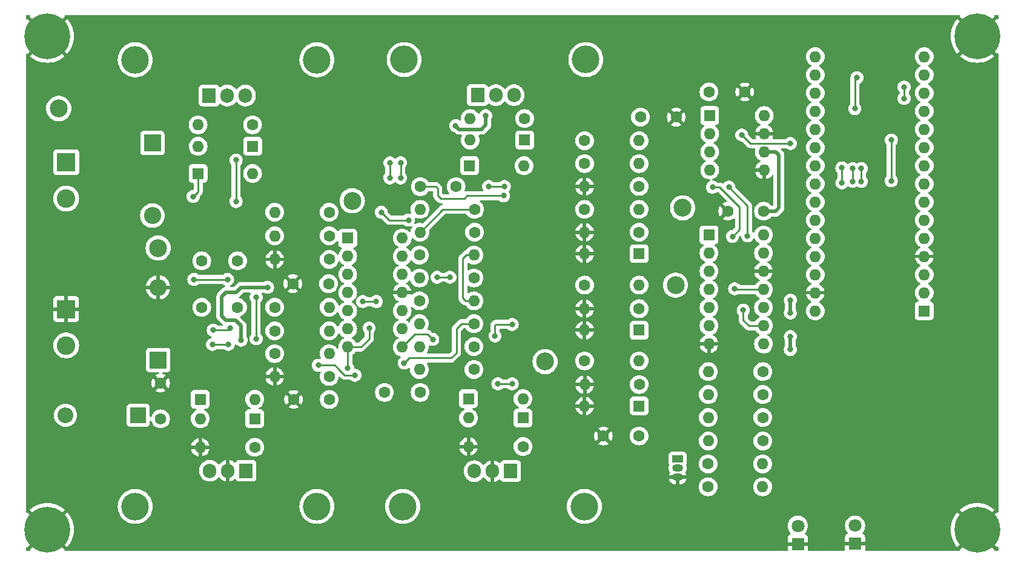
<source format=gbr>
%TF.GenerationSoftware,KiCad,Pcbnew,7.0.7*%
%TF.CreationDate,2023-10-10T01:29:58-06:00*%
%TF.ProjectId,USB_curve_tracer,5553425f-6375-4727-9665-5f7472616365,3*%
%TF.SameCoordinates,Original*%
%TF.FileFunction,Copper,L2,Bot*%
%TF.FilePolarity,Positive*%
%FSLAX46Y46*%
G04 Gerber Fmt 4.6, Leading zero omitted, Abs format (unit mm)*
G04 Created by KiCad (PCBNEW 7.0.7) date 2023-10-10 01:29:58*
%MOMM*%
%LPD*%
G01*
G04 APERTURE LIST*
%TA.AperFunction,ComponentPad*%
%ADD10R,1.600000X1.600000*%
%TD*%
%TA.AperFunction,ComponentPad*%
%ADD11O,1.600000X1.600000*%
%TD*%
%TA.AperFunction,ComponentPad*%
%ADD12C,1.600000*%
%TD*%
%TA.AperFunction,ComponentPad*%
%ADD13R,1.800000X1.800000*%
%TD*%
%TA.AperFunction,ComponentPad*%
%ADD14C,1.800000*%
%TD*%
%TA.AperFunction,ComponentPad*%
%ADD15R,1.500000X1.050000*%
%TD*%
%TA.AperFunction,ComponentPad*%
%ADD16O,1.500000X1.050000*%
%TD*%
%TA.AperFunction,ComponentPad*%
%ADD17C,2.500000*%
%TD*%
%TA.AperFunction,ComponentPad*%
%ADD18R,2.600000X2.600000*%
%TD*%
%TA.AperFunction,ComponentPad*%
%ADD19C,2.600000*%
%TD*%
%TA.AperFunction,ComponentPad*%
%ADD20R,1.905000X2.000000*%
%TD*%
%TA.AperFunction,ComponentPad*%
%ADD21O,1.905000X2.000000*%
%TD*%
%TA.AperFunction,ComponentPad*%
%ADD22C,3.860000*%
%TD*%
%TA.AperFunction,ComponentPad*%
%ADD23C,0.800000*%
%TD*%
%TA.AperFunction,ComponentPad*%
%ADD24C,6.400000*%
%TD*%
%TA.AperFunction,ComponentPad*%
%ADD25R,2.400000X2.400000*%
%TD*%
%TA.AperFunction,ComponentPad*%
%ADD26O,2.400000X2.400000*%
%TD*%
%TA.AperFunction,ComponentPad*%
%ADD27R,2.200000X2.200000*%
%TD*%
%TA.AperFunction,ComponentPad*%
%ADD28O,2.200000X2.200000*%
%TD*%
%TA.AperFunction,ViaPad*%
%ADD29C,0.800000*%
%TD*%
%TA.AperFunction,Conductor*%
%ADD30C,0.500000*%
%TD*%
%TA.AperFunction,Conductor*%
%ADD31C,0.250000*%
%TD*%
G04 APERTURE END LIST*
D10*
%TO.P,D13,1,K*%
%TO.N,Net-(D12-A)*%
X105040000Y-82190000D03*
D11*
%TO.P,D13,2,A*%
%TO.N,Net-(D13-A)*%
X97420000Y-82190000D03*
%TD*%
D12*
%TO.P,C2,1*%
%TO.N,Net-(A1-D6)*%
X159270000Y-78110000D03*
%TO.P,C2,2*%
%TO.N,GND*%
X164270000Y-78110000D03*
%TD*%
D13*
%TO.P,D6,1,K*%
%TO.N,GND*%
X181270000Y-137810000D03*
D14*
%TO.P,D6,2,A*%
%TO.N,Net-(D6-A)*%
X181270000Y-135270000D03*
%TD*%
D15*
%TO.P,U4,1*%
%TO.N,N/C*%
X164470000Y-125940000D03*
D16*
%TO.P,U4,2,K*%
%TO.N,Net-(U3-Vref)*%
X164470000Y-127210000D03*
%TO.P,U4,3,A*%
%TO.N,GND*%
X164470000Y-128480000D03*
%TD*%
D10*
%TO.P,U3,1,CH0*%
%TO.N,/IV_Variation/DUT_V*%
X168850000Y-94590000D03*
D11*
%TO.P,U3,2,CH1*%
%TO.N,/IV_Variation/DUT_I*%
X168850000Y-97130000D03*
%TO.P,U3,3,CH2*%
%TO.N,/IV_Variation/Vmiddle*%
X168850000Y-99670000D03*
%TO.P,U3,4,CH3*%
%TO.N,unconnected-(U3-CH3-Pad4)*%
X168850000Y-102210000D03*
%TO.P,U3,5,NC*%
%TO.N,unconnected-(U3-NC-Pad5)*%
X168850000Y-104750000D03*
%TO.P,U3,6,NC*%
%TO.N,unconnected-(U3-NC-Pad6)*%
X168850000Y-107290000D03*
%TO.P,U3,7,DGND*%
%TO.N,GND*%
X168850000Y-109830000D03*
%TO.P,U3,8,~{CS}/SHDN*%
%TO.N,Net-(A1-D9)*%
X176470000Y-109830000D03*
%TO.P,U3,9,Din*%
%TO.N,Net-(A1-D11)*%
X176470000Y-107290000D03*
%TO.P,U3,10,Dout*%
%TO.N,Net-(A1-D12)*%
X176470000Y-104750000D03*
%TO.P,U3,11,CLK*%
%TO.N,Net-(A1-D13)*%
X176470000Y-102210000D03*
%TO.P,U3,12,AGND*%
%TO.N,GND*%
X176470000Y-99670000D03*
%TO.P,U3,13,Vref*%
%TO.N,Net-(U3-Vref)*%
X176470000Y-97130000D03*
%TO.P,U3,14,Vdd*%
%TO.N,+5V*%
X176470000Y-94590000D03*
%TD*%
D12*
%TO.P,R17,1*%
%TO.N,Net-(U2C-+)*%
X128370000Y-103810000D03*
D11*
%TO.P,R17,2*%
%TO.N,V{slash}2*%
X135990000Y-103810000D03*
%TD*%
D12*
%TO.P,R7,1*%
%TO.N,Net-(U2A--)*%
X115740000Y-94710000D03*
D11*
%TO.P,R7,2*%
%TO.N,/IV_Variation/Sweep Voltage Buffer/Sweep_Amplified*%
X108120000Y-94710000D03*
%TD*%
D12*
%TO.P,R29,1*%
%TO.N,V{slash}2*%
X151450000Y-112210000D03*
D11*
%TO.P,R29,2*%
%TO.N,/IV_Variation/Vmiddle*%
X159070000Y-112210000D03*
%TD*%
D17*
%TO.P,TP5,1,1*%
%TO.N,Net-(D2-A1)*%
X77930000Y-76910000D03*
%TD*%
D12*
%TO.P,C6,1*%
%TO.N,+12V*%
X115670000Y-101410000D03*
%TO.P,C6,2*%
%TO.N,GND*%
X110670000Y-101410000D03*
%TD*%
%TO.P,R27,1*%
%TO.N,+5V*%
X176380000Y-113710000D03*
D11*
%TO.P,R27,2*%
%TO.N,Net-(U3-Vref)*%
X168760000Y-113710000D03*
%TD*%
D18*
%TO.P,J1,1,Pin_1*%
%TO.N,Net-(D2-A1)*%
X78967056Y-84427056D03*
D19*
%TO.P,J1,2,Pin_2*%
%TO.N,Net-(D2-A2)*%
X78967056Y-89507056D03*
%TD*%
D12*
%TO.P,R3,1*%
%TO.N,Net-(U2B-+)*%
X115750000Y-114390000D03*
D11*
%TO.P,R3,2*%
%TO.N,GND*%
X108130000Y-114390000D03*
%TD*%
D12*
%TO.P,R8,1*%
%TO.N,Net-(F2-Pad2)*%
X135990000Y-100610000D03*
D11*
%TO.P,R8,2*%
%TO.N,Net-(U2D-+)*%
X128370000Y-100610000D03*
%TD*%
D20*
%TO.P,Q3,1,B*%
%TO.N,Net-(D13-A)*%
X98950000Y-75090000D03*
D21*
%TO.P,Q3,2,C*%
%TO.N,+12V*%
X101490000Y-75090000D03*
%TO.P,Q3,3,E*%
%TO.N,/IV_Variation/Sweep Voltage Buffer/Sweep_Amplified*%
X104030000Y-75090000D03*
%TD*%
D12*
%TO.P,R19,1*%
%TO.N,Net-(U2D--)*%
X136070000Y-91010000D03*
D11*
%TO.P,R19,2*%
%TO.N,Net-(C7-Pad2)*%
X128450000Y-91010000D03*
%TD*%
D12*
%TO.P,R34,1*%
%TO.N,+12V*%
X105030000Y-79190000D03*
D11*
%TO.P,R34,2*%
%TO.N,Net-(D13-A)*%
X97410000Y-79190000D03*
%TD*%
D12*
%TO.P,R14,1*%
%TO.N,Net-(U2C--)*%
X135990000Y-113410000D03*
D11*
%TO.P,R14,2*%
%TO.N,Net-(C8-Pad2)*%
X128370000Y-113410000D03*
%TD*%
D12*
%TO.P,C11,1*%
%TO.N,Net-(D12-K)*%
X97930000Y-98210000D03*
%TO.P,C11,2*%
%TO.N,Net-(U2A--)*%
X102930000Y-98210000D03*
%TD*%
D22*
%TO.P,HS4,1*%
%TO.N,N/C*%
X126030000Y-132570000D03*
%TO.P,HS4,2*%
X151430000Y-132570000D03*
%TD*%
D13*
%TO.P,D7,1,K*%
%TO.N,GND*%
X189270000Y-137785000D03*
D14*
%TO.P,D7,2,A*%
%TO.N,Net-(D7-A)*%
X189270000Y-135245000D03*
%TD*%
D12*
%TO.P,C3,1*%
%TO.N,+12V*%
X92170000Y-120310000D03*
%TO.P,C3,2*%
%TO.N,GND*%
X92170000Y-115310000D03*
%TD*%
D10*
%TO.P,D3,1,K*%
%TO.N,/IV_Variation/DUT_V*%
X159080000Y-107910000D03*
D11*
%TO.P,D3,2,A*%
%TO.N,GND*%
X151460000Y-107910000D03*
%TD*%
D12*
%TO.P,C9,1*%
%TO.N,Net-(U2B--)*%
X102930000Y-104710000D03*
%TO.P,C9,2*%
%TO.N,Net-(D10-K)*%
X97930000Y-104710000D03*
%TD*%
D17*
%TO.P,TP6,1,1*%
%TO.N,/IV_Variation/Sweep_Input*%
X118970000Y-89810000D03*
%TD*%
D10*
%TO.P,D12,1,K*%
%TO.N,Net-(D12-K)*%
X97410000Y-85990000D03*
D11*
%TO.P,D12,2,A*%
%TO.N,Net-(D12-A)*%
X105030000Y-85990000D03*
%TD*%
D12*
%TO.P,R30,1*%
%TO.N,/IV_Variation/Vmiddle*%
X159090000Y-115510000D03*
D11*
%TO.P,R30,2*%
%TO.N,GND*%
X151470000Y-115510000D03*
%TD*%
D12*
%TO.P,R23,1*%
%TO.N,Net-(C7-Pad2)*%
X151460000Y-91010000D03*
D11*
%TO.P,R23,2*%
%TO.N,/IV_Variation/DUT_I*%
X159080000Y-91010000D03*
%TD*%
D10*
%TO.P,D10,1,K*%
%TO.N,Net-(D10-K)*%
X135360000Y-84910000D03*
D11*
%TO.P,D10,2,A*%
%TO.N,Net-(D10-A)*%
X142980000Y-84910000D03*
%TD*%
D10*
%TO.P,D4,1,K*%
%TO.N,/IV_Variation/DUT_I*%
X159080000Y-97210000D03*
D11*
%TO.P,D4,2,A*%
%TO.N,GND*%
X151460000Y-97210000D03*
%TD*%
D22*
%TO.P,HS1,1*%
%TO.N,N/C*%
X88630000Y-70090000D03*
%TO.P,HS1,2*%
X114030000Y-70090000D03*
%TD*%
D12*
%TO.P,R25,1*%
%TO.N,+5V*%
X176380000Y-120110000D03*
D11*
%TO.P,R25,2*%
%TO.N,Net-(U3-Vref)*%
X168760000Y-120110000D03*
%TD*%
D17*
%TO.P,TP2,1,1*%
%TO.N,V{slash}2*%
X145930000Y-112310000D03*
%TD*%
D23*
%TO.P,H1,1,1*%
%TO.N,GND*%
X73930000Y-66810000D03*
X74632944Y-65112944D03*
X74632944Y-68507056D03*
X76330000Y-64410000D03*
D24*
X76330000Y-66810000D03*
D23*
X76330000Y-69210000D03*
X78027056Y-65112944D03*
X78027056Y-68507056D03*
X78730000Y-66810000D03*
%TD*%
D22*
%TO.P,HS2,1*%
%TO.N,N/C*%
X88630000Y-132570000D03*
%TO.P,HS2,2*%
X114030000Y-132570000D03*
%TD*%
D23*
%TO.P,H4,1,1*%
%TO.N,GND*%
X203930000Y-135810000D03*
X204632944Y-134112944D03*
X204632944Y-137507056D03*
X206330000Y-133410000D03*
D24*
X206330000Y-135810000D03*
D23*
X206330000Y-138210000D03*
X208027056Y-134112944D03*
X208027056Y-137507056D03*
X208730000Y-135810000D03*
%TD*%
D12*
%TO.P,R1,1*%
%TO.N,+5V*%
X151460000Y-81410000D03*
D11*
%TO.P,R1,2*%
%TO.N,Net-(A1-D10)*%
X159080000Y-81410000D03*
%TD*%
D23*
%TO.P,H2,1,1*%
%TO.N,GND*%
X73930000Y-135810000D03*
X74632944Y-134112944D03*
X74632944Y-137507056D03*
X76330000Y-133410000D03*
D24*
X76330000Y-135810000D03*
D23*
X76330000Y-138210000D03*
X78027056Y-134112944D03*
X78027056Y-137507056D03*
X78730000Y-135810000D03*
%TD*%
D10*
%TO.P,D5,1,K*%
%TO.N,/IV_Variation/Vmiddle*%
X159080000Y-118510000D03*
D11*
%TO.P,D5,2,A*%
%TO.N,GND*%
X151460000Y-118510000D03*
%TD*%
D12*
%TO.P,R32,1*%
%TO.N,Net-(D10-K)*%
X108120000Y-108010000D03*
D11*
%TO.P,R32,2*%
%TO.N,V{slash}2*%
X115740000Y-108010000D03*
%TD*%
D12*
%TO.P,C1,1*%
%TO.N,+5V*%
X176470000Y-91270000D03*
%TO.P,C1,2*%
%TO.N,GND*%
X171470000Y-91270000D03*
%TD*%
%TO.P,R28,1*%
%TO.N,/IV_Variation/DUT_I*%
X159080000Y-94210000D03*
D11*
%TO.P,R28,2*%
%TO.N,GND*%
X151460000Y-94210000D03*
%TD*%
D10*
%TO.P,U2,1*%
%TO.N,Net-(D12-K)*%
X118330000Y-95030000D03*
D11*
%TO.P,U2,2,-*%
%TO.N,Net-(U2A--)*%
X118330000Y-97570000D03*
%TO.P,U2,3,+*%
%TO.N,/IV_Variation/Sweep_Input*%
X118330000Y-100110000D03*
%TO.P,U2,4,V+*%
%TO.N,+12V*%
X118330000Y-102650000D03*
%TO.P,U2,5,+*%
%TO.N,Net-(U2B-+)*%
X118330000Y-105190000D03*
%TO.P,U2,6,-*%
%TO.N,Net-(U2B--)*%
X118330000Y-107730000D03*
%TO.P,U2,7*%
%TO.N,Net-(D10-K)*%
X118330000Y-110270000D03*
%TO.P,U2,8*%
%TO.N,Net-(C8-Pad2)*%
X125950000Y-110270000D03*
%TO.P,U2,9,-*%
%TO.N,Net-(U2C--)*%
X125950000Y-107730000D03*
%TO.P,U2,10,+*%
%TO.N,Net-(U2C-+)*%
X125950000Y-105190000D03*
%TO.P,U2,11,V-*%
%TO.N,GND*%
X125950000Y-102650000D03*
%TO.P,U2,12,+*%
%TO.N,Net-(U2D-+)*%
X125950000Y-100110000D03*
%TO.P,U2,13,-*%
%TO.N,Net-(U2D--)*%
X125950000Y-97570000D03*
%TO.P,U2,14*%
%TO.N,Net-(C7-Pad2)*%
X125950000Y-95030000D03*
%TD*%
D12*
%TO.P,C10,1*%
%TO.N,/IV_Variation/Vmiddle*%
X159070000Y-122710000D03*
%TO.P,C10,2*%
%TO.N,GND*%
X154070000Y-122710000D03*
%TD*%
%TO.P,C4,1*%
%TO.N,Net-(U2B-+)*%
X115770000Y-117610000D03*
%TO.P,C4,2*%
%TO.N,GND*%
X110770000Y-117610000D03*
%TD*%
D20*
%TO.P,Q2,1,B*%
%TO.N,Net-(D9-K)*%
X141110000Y-127625000D03*
D21*
%TO.P,Q2,2,C*%
%TO.N,GND*%
X138570000Y-127625000D03*
%TO.P,Q2,3,E*%
%TO.N,V{slash}2*%
X136030000Y-127625000D03*
%TD*%
D12*
%TO.P,R10,1*%
%TO.N,Net-(U2D-+)*%
X128370000Y-97410000D03*
D11*
%TO.P,R10,2*%
%TO.N,V{slash}2*%
X135990000Y-97410000D03*
%TD*%
D12*
%TO.P,R9,1*%
%TO.N,Net-(D12-K)*%
X115750000Y-91410000D03*
D11*
%TO.P,R9,2*%
%TO.N,/IV_Variation/Sweep Voltage Buffer/Sweep_Amplified*%
X108130000Y-91410000D03*
%TD*%
D12*
%TO.P,R20,1*%
%TO.N,/IV_Variation/DUT_V*%
X159080000Y-104910000D03*
D11*
%TO.P,R20,2*%
%TO.N,GND*%
X151460000Y-104910000D03*
%TD*%
D25*
%TO.P,D2,1,A1*%
%TO.N,Net-(D2-A1)*%
X91030000Y-81730000D03*
D26*
%TO.P,D2,2,A2*%
%TO.N,Net-(D2-A2)*%
X91030000Y-91890000D03*
%TD*%
D12*
%TO.P,R16,1*%
%TO.N,Net-(D2-A2)*%
X135980000Y-107010000D03*
D11*
%TO.P,R16,2*%
%TO.N,Net-(U2C-+)*%
X128360000Y-107010000D03*
%TD*%
D10*
%TO.P,D15,1,K*%
%TO.N,Net-(D15-K)*%
X105340000Y-120290000D03*
D11*
%TO.P,D15,2,A*%
%TO.N,Net-(D14-K)*%
X97720000Y-120290000D03*
%TD*%
D10*
%TO.P,A1,1,D1/TX*%
%TO.N,unconnected-(A1-D1{slash}TX-Pad1)*%
X198940000Y-105210000D03*
D11*
%TO.P,A1,2,D0/RX*%
%TO.N,unconnected-(A1-D0{slash}RX-Pad2)*%
X198940000Y-102670000D03*
%TO.P,A1,3,~{RESET}*%
%TO.N,unconnected-(A1-~{RESET}-Pad3)*%
X198940000Y-100130000D03*
%TO.P,A1,4,GND*%
%TO.N,GND*%
X198940000Y-97590000D03*
%TO.P,A1,5,D2*%
%TO.N,unconnected-(A1-D2-Pad5)*%
X198940000Y-95050000D03*
%TO.P,A1,6,D3*%
%TO.N,unconnected-(A1-D3-Pad6)*%
X198940000Y-92510000D03*
%TO.P,A1,7,D4*%
%TO.N,unconnected-(A1-D4-Pad7)*%
X198940000Y-89970000D03*
%TO.P,A1,8,D5*%
%TO.N,unconnected-(A1-D5-Pad8)*%
X198940000Y-87430000D03*
%TO.P,A1,9,D6*%
%TO.N,Net-(A1-D6)*%
X198940000Y-84890000D03*
%TO.P,A1,10,D7*%
%TO.N,Net-(A1-D7)*%
X198940000Y-82350000D03*
%TO.P,A1,11,D8*%
%TO.N,Net-(A1-D8)*%
X198940000Y-79810000D03*
%TO.P,A1,12,D9*%
%TO.N,Net-(A1-D9)*%
X198940000Y-77270000D03*
%TO.P,A1,13,D10*%
%TO.N,Net-(A1-D10)*%
X198940000Y-74730000D03*
%TO.P,A1,14,D11*%
%TO.N,Net-(A1-D11)*%
X198940000Y-72190000D03*
%TO.P,A1,15,D12*%
%TO.N,Net-(A1-D12)*%
X198940000Y-69650000D03*
%TO.P,A1,16,D13*%
%TO.N,Net-(A1-D13)*%
X183700000Y-69650000D03*
%TO.P,A1,17,3V3*%
%TO.N,unconnected-(A1-3V3-Pad17)*%
X183700000Y-72190000D03*
%TO.P,A1,18,AREF*%
%TO.N,unconnected-(A1-AREF-Pad18)*%
X183700000Y-74730000D03*
%TO.P,A1,19,A0*%
%TO.N,unconnected-(A1-A0-Pad19)*%
X183700000Y-77270000D03*
%TO.P,A1,20,A1*%
%TO.N,unconnected-(A1-A1-Pad20)*%
X183700000Y-79810000D03*
%TO.P,A1,21,A2*%
%TO.N,unconnected-(A1-A2-Pad21)*%
X183700000Y-82350000D03*
%TO.P,A1,22,A3*%
%TO.N,unconnected-(A1-A3-Pad22)*%
X183700000Y-84890000D03*
%TO.P,A1,23,A4*%
%TO.N,unconnected-(A1-A4-Pad23)*%
X183700000Y-87430000D03*
%TO.P,A1,24,A5*%
%TO.N,unconnected-(A1-A5-Pad24)*%
X183700000Y-89970000D03*
%TO.P,A1,25,A6*%
%TO.N,unconnected-(A1-A6-Pad25)*%
X183700000Y-92510000D03*
%TO.P,A1,26,A7*%
%TO.N,unconnected-(A1-A7-Pad26)*%
X183700000Y-95050000D03*
%TO.P,A1,27,+5V*%
%TO.N,+5V*%
X183700000Y-97590000D03*
%TO.P,A1,28,~{RESET}*%
%TO.N,unconnected-(A1-~{RESET}-Pad28)*%
X183700000Y-100130000D03*
%TO.P,A1,29,GND*%
%TO.N,GND*%
X183700000Y-102670000D03*
%TO.P,A1,30,VIN*%
%TO.N,unconnected-(A1-VIN-Pad30)*%
X183700000Y-105210000D03*
%TD*%
D10*
%TO.P,U1,1,Vdd*%
%TO.N,+5V*%
X168950000Y-77895000D03*
D11*
%TO.P,U1,2,~{CS}*%
%TO.N,Net-(A1-D10)*%
X168950000Y-80435000D03*
%TO.P,U1,3,SCK*%
%TO.N,Net-(A1-D13)*%
X168950000Y-82975000D03*
%TO.P,U1,4,SDI*%
%TO.N,Net-(A1-D11)*%
X168950000Y-85515000D03*
%TO.P,U1,5,~{LDAC}*%
%TO.N,GND*%
X176570000Y-85515000D03*
%TO.P,U1,6,Vref*%
%TO.N,+5V*%
X176570000Y-82975000D03*
%TO.P,U1,7,Vss*%
%TO.N,GND*%
X176570000Y-80435000D03*
%TO.P,U1,8,Vout*%
%TO.N,/IV_Variation/Sweep_Input*%
X176570000Y-77895000D03*
%TD*%
D12*
%TO.P,R26,1*%
%TO.N,+5V*%
X176380000Y-116910000D03*
D11*
%TO.P,R26,2*%
%TO.N,Net-(U3-Vref)*%
X168760000Y-116910000D03*
%TD*%
D10*
%TO.P,D9,1,K*%
%TO.N,Net-(D9-K)*%
X142840000Y-120190000D03*
D11*
%TO.P,D9,2,A*%
%TO.N,Net-(D11-K)*%
X135220000Y-120190000D03*
%TD*%
D23*
%TO.P,H3,1,1*%
%TO.N,GND*%
X203930000Y-66810000D03*
X204632944Y-65112944D03*
X204632944Y-68507056D03*
X206330000Y-64410000D03*
D24*
X206330000Y-66810000D03*
D23*
X206330000Y-69210000D03*
X208027056Y-65112944D03*
X208027056Y-68507056D03*
X208730000Y-66810000D03*
%TD*%
D22*
%TO.P,HS3,1*%
%TO.N,N/C*%
X126230000Y-70060000D03*
%TO.P,HS3,2*%
X151630000Y-70060000D03*
%TD*%
D12*
%TO.P,R18,1*%
%TO.N,V{slash}2*%
X136070000Y-94210000D03*
D11*
%TO.P,R18,2*%
%TO.N,Net-(U2D--)*%
X128450000Y-94210000D03*
%TD*%
D17*
%TO.P,TP1,1,1*%
%TO.N,Net-(D2-A2)*%
X91830000Y-96410000D03*
%TD*%
D12*
%TO.P,R24,1*%
%TO.N,+5V*%
X176380000Y-123410000D03*
D11*
%TO.P,R24,2*%
%TO.N,Net-(U3-Vref)*%
X168760000Y-123410000D03*
%TD*%
D12*
%TO.P,R33,1*%
%TO.N,Net-(U2B--)*%
X108120000Y-104710000D03*
D11*
%TO.P,R33,2*%
%TO.N,V{slash}2*%
X115740000Y-104710000D03*
%TD*%
D12*
%TO.P,R15,1*%
%TO.N,Net-(D2-A1)*%
X135980000Y-110210000D03*
D11*
%TO.P,R15,2*%
%TO.N,Net-(U2C--)*%
X128360000Y-110210000D03*
%TD*%
D17*
%TO.P,TP3,1,1*%
%TO.N,/IV_Variation/DUT_I*%
X165170000Y-90810000D03*
%TD*%
D10*
%TO.P,D14,1,K*%
%TO.N,Net-(D14-K)*%
X97720000Y-117590000D03*
D11*
%TO.P,D14,2,A*%
%TO.N,Net-(D12-K)*%
X105340000Y-117590000D03*
%TD*%
D10*
%TO.P,D8,1,K*%
%TO.N,Net-(D10-A)*%
X143080000Y-81310000D03*
D11*
%TO.P,D8,2,A*%
%TO.N,Net-(D8-A)*%
X135460000Y-81310000D03*
%TD*%
D10*
%TO.P,D11,1,K*%
%TO.N,Net-(D11-K)*%
X135220000Y-117490000D03*
D11*
%TO.P,D11,2,A*%
%TO.N,Net-(D10-K)*%
X142840000Y-117490000D03*
%TD*%
D12*
%TO.P,R12,1*%
%TO.N,Net-(D7-A)*%
X168720000Y-126610000D03*
D11*
%TO.P,R12,2*%
%TO.N,Net-(A1-D7)*%
X176340000Y-126610000D03*
%TD*%
D20*
%TO.P,Q1,1,B*%
%TO.N,Net-(D8-A)*%
X136490000Y-75035000D03*
D21*
%TO.P,Q1,2,C*%
%TO.N,+12V*%
X139030000Y-75035000D03*
%TO.P,Q1,3,E*%
%TO.N,V{slash}2*%
X141570000Y-75035000D03*
%TD*%
D12*
%TO.P,R4,1*%
%TO.N,+12V*%
X143080000Y-78310000D03*
D11*
%TO.P,R4,2*%
%TO.N,Net-(D8-A)*%
X135460000Y-78310000D03*
%TD*%
D12*
%TO.P,R31,1*%
%TO.N,Net-(D9-K)*%
X142840000Y-124190000D03*
D11*
%TO.P,R31,2*%
%TO.N,GND*%
X135220000Y-124190000D03*
%TD*%
D12*
%TO.P,C7,1*%
%TO.N,Net-(U2D--)*%
X133490000Y-87830000D03*
%TO.P,C7,2*%
%TO.N,Net-(C7-Pad2)*%
X128490000Y-87830000D03*
%TD*%
%TO.P,R6,1*%
%TO.N,Net-(U2A--)*%
X115750000Y-98010000D03*
D11*
%TO.P,R6,2*%
%TO.N,GND*%
X108130000Y-98010000D03*
%TD*%
D27*
%TO.P,D16,1,K*%
%TO.N,+12V*%
X89050000Y-119810000D03*
D28*
%TO.P,D16,2,A*%
%TO.N,Net-(D16-A)*%
X78890000Y-119810000D03*
%TD*%
D12*
%TO.P,C8,1*%
%TO.N,Net-(U2C--)*%
X123470000Y-116610000D03*
%TO.P,C8,2*%
%TO.N,Net-(C8-Pad2)*%
X128470000Y-116610000D03*
%TD*%
%TO.P,R2,1*%
%TO.N,+12V*%
X108120000Y-111190000D03*
D11*
%TO.P,R2,2*%
%TO.N,Net-(U2B-+)*%
X115740000Y-111190000D03*
%TD*%
D25*
%TO.P,D1,1,K*%
%TO.N,+12V*%
X91830000Y-112090000D03*
D26*
%TO.P,D1,2,A*%
%TO.N,GND*%
X91830000Y-101930000D03*
%TD*%
D17*
%TO.P,TP4,1,1*%
%TO.N,/IV_Variation/DUT_V*%
X164170000Y-101610000D03*
%TD*%
D12*
%TO.P,R21,1*%
%TO.N,+12V*%
X151460000Y-84610000D03*
D11*
%TO.P,R21,2*%
%TO.N,Net-(A1-D6)*%
X159080000Y-84610000D03*
%TD*%
D12*
%TO.P,R5,1*%
%TO.N,Net-(C8-Pad2)*%
X151460000Y-101610000D03*
D11*
%TO.P,R5,2*%
%TO.N,/IV_Variation/DUT_V*%
X159080000Y-101610000D03*
%TD*%
D18*
%TO.P,J2,1,Pin_1*%
%TO.N,GND*%
X78967056Y-104962056D03*
D19*
%TO.P,J2,2,Pin_2*%
%TO.N,Net-(J2-Pin_2)*%
X78967056Y-110042056D03*
%TD*%
D12*
%TO.P,R35,1*%
%TO.N,Net-(D15-K)*%
X105340000Y-124290000D03*
D11*
%TO.P,R35,2*%
%TO.N,GND*%
X97720000Y-124290000D03*
%TD*%
D12*
%TO.P,R11,1*%
%TO.N,Net-(D6-A)*%
X168720000Y-129810000D03*
D11*
%TO.P,R11,2*%
%TO.N,Net-(A1-D8)*%
X176340000Y-129810000D03*
%TD*%
D12*
%TO.P,C5,1*%
%TO.N,+5V*%
X168850000Y-74595000D03*
%TO.P,C5,2*%
%TO.N,GND*%
X173850000Y-74595000D03*
%TD*%
%TO.P,R22,1*%
%TO.N,Net-(A1-D6)*%
X159080000Y-87810000D03*
D11*
%TO.P,R22,2*%
%TO.N,GND*%
X151460000Y-87810000D03*
%TD*%
D20*
%TO.P,Q4,1,B*%
%TO.N,Net-(D15-K)*%
X104110000Y-127570000D03*
D21*
%TO.P,Q4,2,C*%
%TO.N,GND*%
X101570000Y-127570000D03*
%TO.P,Q4,3,E*%
%TO.N,/IV_Variation/Sweep Voltage Buffer/Sweep_Amplified*%
X99030000Y-127570000D03*
%TD*%
D29*
%TO.N,+5V*%
X180230000Y-108810000D03*
X180230000Y-103710000D03*
X180230000Y-105510000D03*
X180230000Y-110610000D03*
%TO.N,Net-(A1-D7)*%
X190130000Y-87110000D03*
X190130000Y-85310000D03*
%TO.N,Net-(A1-D8)*%
X194330000Y-81310000D03*
X194330000Y-87010000D03*
%TO.N,Net-(A1-D9)*%
X188930000Y-85310000D03*
X188930000Y-87110000D03*
%TO.N,Net-(A1-D10)*%
X180230000Y-81810000D03*
X173430000Y-80610000D03*
%TO.N,Net-(A1-D11)*%
X174230000Y-94710000D03*
X171630000Y-87910000D03*
X196130000Y-75510000D03*
X173630000Y-105110000D03*
X196130000Y-73910000D03*
%TO.N,+12V*%
X137630000Y-77910000D03*
X103430000Y-109310000D03*
X133430000Y-79310000D03*
X107130000Y-101910000D03*
%TO.N,Net-(A1-D12)*%
X187430000Y-85210000D03*
X187430000Y-87310000D03*
X189230000Y-76910000D03*
X189530000Y-72610000D03*
%TO.N,Net-(A1-D13)*%
X172130000Y-94810000D03*
X169330000Y-87910000D03*
X172430000Y-102110000D03*
%TO.N,Net-(C7-Pad2)*%
X140130000Y-89110000D03*
%TO.N,Net-(C8-Pad2)*%
X138930000Y-108710000D03*
X130230000Y-109210000D03*
X141330000Y-107110000D03*
%TO.N,V{slash}2*%
X120430000Y-103910000D03*
X130830000Y-100510000D03*
X132630000Y-100510000D03*
X122330000Y-103910000D03*
%TO.N,Net-(D10-K)*%
X101930000Y-107610000D03*
X141330000Y-115410000D03*
X118330000Y-113210000D03*
X125730000Y-84510000D03*
X139330000Y-115410000D03*
X125730000Y-86610000D03*
X121330000Y-107610000D03*
X99530000Y-107910000D03*
%TO.N,Net-(D12-K)*%
X96730000Y-89210000D03*
X101630000Y-109910000D03*
X99430000Y-109910000D03*
%TO.N,Net-(D2-A1)*%
X126830000Y-92510000D03*
X123030000Y-91410000D03*
%TO.N,Net-(D2-A2)*%
X101530000Y-100810000D03*
X105530000Y-103310000D03*
X105530000Y-109110000D03*
X126230000Y-112510000D03*
X114230000Y-112810000D03*
X96830000Y-100810000D03*
X119330000Y-114210000D03*
%TO.N,/IV_Variation/Sweep Voltage Buffer/Sweep_Amplified*%
X102730000Y-89910000D03*
X102730000Y-84110000D03*
%TO.N,/IV_Variation/Sweep_Input*%
X138030000Y-87810000D03*
X140230000Y-87810000D03*
X124230000Y-86610000D03*
X124230000Y-84510000D03*
%TD*%
D30*
%TO.N,+5V*%
X178195000Y-82975000D02*
X176570000Y-82975000D01*
X176470000Y-91270000D02*
X178170000Y-91270000D01*
X178630000Y-83410000D02*
X178195000Y-82975000D01*
X178630000Y-90810000D02*
X178630000Y-83410000D01*
X180230000Y-108810000D02*
X180230000Y-110610000D01*
X178170000Y-91270000D02*
X178630000Y-90810000D01*
X180230000Y-103710000D02*
X180230000Y-105510000D01*
D31*
%TO.N,Net-(A1-D7)*%
X190130000Y-87110000D02*
X190130000Y-85310000D01*
%TO.N,Net-(A1-D8)*%
X194330000Y-81310000D02*
X194330000Y-87010000D01*
%TO.N,Net-(A1-D9)*%
X188930000Y-87110000D02*
X188930000Y-85310000D01*
%TO.N,Net-(A1-D10)*%
X174630002Y-81810002D02*
X180229998Y-81810002D01*
X180229998Y-81810002D02*
X180230000Y-81810000D01*
X173430000Y-80610000D02*
X174630002Y-81810002D01*
%TO.N,Net-(A1-D11)*%
X176470000Y-107290000D02*
X174410000Y-107290000D01*
X174230000Y-90510000D02*
X174230000Y-94710000D01*
X174410000Y-107290000D02*
X173630000Y-106510000D01*
X196130000Y-75510000D02*
X196130000Y-73910000D01*
X171630000Y-87910000D02*
X174230000Y-90510000D01*
X173630000Y-106510000D02*
X173630000Y-105110000D01*
D30*
%TO.N,+12V*%
X101330000Y-102610000D02*
X100730000Y-103210000D01*
X137630000Y-79210000D02*
X137630000Y-77910000D01*
X102730000Y-102610000D02*
X101330000Y-102610000D01*
X102630000Y-106510000D02*
X103430000Y-107310000D01*
X103430000Y-101910000D02*
X102730000Y-102610000D01*
X103430000Y-107310000D02*
X103430000Y-109310000D01*
X101330000Y-106510000D02*
X102630000Y-106510000D01*
X133930000Y-79810000D02*
X137030000Y-79810000D01*
X137030000Y-79810000D02*
X137630000Y-79210000D01*
X100730000Y-105910000D02*
X101330000Y-106510000D01*
X133430000Y-79310000D02*
X133930000Y-79810000D01*
X100730000Y-103210000D02*
X100730000Y-105910000D01*
X107130000Y-101910000D02*
X103430000Y-101910000D01*
D31*
%TO.N,Net-(A1-D12)*%
X189230000Y-76910000D02*
X189230000Y-72910000D01*
X189230000Y-72910000D02*
X189530000Y-72610000D01*
X187430000Y-87310000D02*
X187430000Y-85210000D01*
%TO.N,Net-(A1-D13)*%
X170330000Y-87910000D02*
X172730000Y-90310000D01*
X173130000Y-92910000D02*
X173130000Y-93810000D01*
X172730000Y-90310000D02*
X173130000Y-90710000D01*
X173130000Y-93810000D02*
X172130000Y-94810000D01*
X169330000Y-87910000D02*
X170330000Y-87910000D01*
X173130000Y-90710000D02*
X173130000Y-92910000D01*
X172430000Y-102110000D02*
X172530000Y-102210000D01*
X172530000Y-102210000D02*
X176470000Y-102210000D01*
%TO.N,Net-(C7-Pad2)*%
X131330000Y-89510000D02*
X130930000Y-89110000D01*
X130930000Y-89110000D02*
X130930000Y-88110000D01*
X134630000Y-89510000D02*
X131330000Y-89510000D01*
X130650000Y-87830000D02*
X128490000Y-87830000D01*
X140130000Y-89110000D02*
X135030000Y-89110000D01*
X130930000Y-88110000D02*
X130650000Y-87830000D01*
X135030000Y-89110000D02*
X134630000Y-89510000D01*
%TO.N,Net-(C8-Pad2)*%
X129530000Y-108510000D02*
X130230000Y-109210000D01*
X125950000Y-110270000D02*
X127710000Y-108510000D01*
X139030000Y-107110000D02*
X138930000Y-107210000D01*
X141330000Y-107110000D02*
X139030000Y-107110000D01*
X138930000Y-107210000D02*
X138930000Y-108710000D01*
X127710000Y-108510000D02*
X129530000Y-108510000D01*
%TO.N,V{slash}2*%
X134430000Y-97910000D02*
X134930000Y-97410000D01*
X120430000Y-103910000D02*
X122330000Y-103910000D01*
X132630000Y-100510000D02*
X130830000Y-100510000D01*
X134930000Y-97410000D02*
X135990000Y-97410000D01*
X135990000Y-103810000D02*
X134830000Y-103810000D01*
X134830000Y-103810000D02*
X134430000Y-103410000D01*
X134430000Y-103410000D02*
X134430000Y-97910000D01*
%TO.N,Net-(D10-K)*%
X118330000Y-110270000D02*
X118330000Y-113210000D01*
X101630000Y-107910000D02*
X101930000Y-107610000D01*
X125730000Y-84510000D02*
X125730000Y-86610000D01*
X139330000Y-115410000D02*
X141330000Y-115410000D01*
X99530000Y-107910000D02*
X101630000Y-107910000D01*
X121330000Y-107610000D02*
X121330000Y-109110000D01*
X121330000Y-109110000D02*
X120170000Y-110270000D01*
X120170000Y-110270000D02*
X118330000Y-110270000D01*
%TO.N,Net-(D12-K)*%
X101630000Y-109910000D02*
X99430000Y-109910000D01*
X96730000Y-89210000D02*
X97410000Y-88530000D01*
X97410000Y-88530000D02*
X97410000Y-85990000D01*
%TO.N,Net-(D2-A1)*%
X124130000Y-92510000D02*
X126830000Y-92510000D01*
X123030000Y-91410000D02*
X124130000Y-92510000D01*
%TO.N,Net-(U2D--)*%
X136070000Y-91010000D02*
X131650000Y-91010000D01*
X131650000Y-91010000D02*
X128450000Y-94210000D01*
%TO.N,Net-(D2-A2)*%
X126230000Y-112510000D02*
X126930000Y-111810000D01*
X116530000Y-112810000D02*
X117230000Y-113510000D01*
X133530000Y-107710000D02*
X134230000Y-107010000D01*
X114230000Y-112810000D02*
X116530000Y-112810000D01*
X117930000Y-114210000D02*
X119330000Y-114210000D01*
X117230000Y-113510000D02*
X117930000Y-114210000D01*
X132789009Y-111810000D02*
X133530000Y-111069009D01*
X105530000Y-103310000D02*
X105530000Y-109110000D01*
X134230000Y-107010000D02*
X135980000Y-107010000D01*
X133530000Y-111069009D02*
X133530000Y-107710000D01*
X126930000Y-111810000D02*
X132789009Y-111810000D01*
X96830000Y-100810000D02*
X101530000Y-100810000D01*
%TO.N,/IV_Variation/Sweep Voltage Buffer/Sweep_Amplified*%
X102730000Y-89910000D02*
X102730000Y-84110000D01*
%TO.N,/IV_Variation/Sweep_Input*%
X138030000Y-87810000D02*
X140230000Y-87810000D01*
X124230000Y-86610000D02*
X124230000Y-84510000D01*
%TD*%
%TA.AperFunction,Conductor*%
%TO.N,GND*%
G36*
X74335264Y-137553694D02*
G01*
X74391198Y-137595565D01*
X74395033Y-137600985D01*
X74452704Y-137687296D01*
X74539012Y-137744965D01*
X74583818Y-137798577D01*
X74592525Y-137867902D01*
X74562371Y-137930929D01*
X74557803Y-137935748D01*
X73894648Y-138598902D01*
X73895063Y-138606805D01*
X73922913Y-138647121D01*
X73925241Y-138716951D01*
X73889446Y-138776955D01*
X73826893Y-138808082D01*
X73805166Y-138810000D01*
X73454000Y-138810000D01*
X73386961Y-138790315D01*
X73341206Y-138737511D01*
X73330000Y-138686000D01*
X73330000Y-138334834D01*
X73349685Y-138267795D01*
X73402489Y-138222040D01*
X73471647Y-138212096D01*
X73535203Y-138241121D01*
X73539197Y-138245251D01*
X73541096Y-138245350D01*
X74204250Y-137582195D01*
X74265573Y-137548710D01*
X74335264Y-137553694D01*
G37*
%TD.AperFunction*%
%TA.AperFunction,Conductor*%
G36*
X203872204Y-63829685D02*
G01*
X203917959Y-63882489D01*
X203927903Y-63951647D01*
X203898878Y-64015203D01*
X203894747Y-64019197D01*
X203894648Y-64021096D01*
X204557803Y-64684251D01*
X204591288Y-64745574D01*
X204586304Y-64815266D01*
X204544432Y-64871199D01*
X204539013Y-64875034D01*
X204452704Y-64932704D01*
X204395034Y-65019013D01*
X204341422Y-65063818D01*
X204272097Y-65072525D01*
X204209069Y-65042370D01*
X204204251Y-65037803D01*
X203541096Y-64374648D01*
X203541095Y-64374648D01*
X203332531Y-64632206D01*
X203121310Y-64957456D01*
X202945244Y-65303005D01*
X202806262Y-65665063D01*
X202705887Y-66039669D01*
X202705886Y-66039676D01*
X202645219Y-66422712D01*
X202624922Y-66809999D01*
X202624922Y-66810000D01*
X202645219Y-67197287D01*
X202705886Y-67580323D01*
X202705887Y-67580330D01*
X202806262Y-67954936D01*
X202945244Y-68316994D01*
X203121310Y-68662543D01*
X203332531Y-68987793D01*
X203541095Y-69245350D01*
X203541096Y-69245350D01*
X204204250Y-68582195D01*
X204265573Y-68548710D01*
X204335264Y-68553694D01*
X204391198Y-68595565D01*
X204395033Y-68600985D01*
X204397448Y-68604600D01*
X204397449Y-68604601D01*
X204423642Y-68643802D01*
X204452704Y-68687296D01*
X204539012Y-68744965D01*
X204583818Y-68798577D01*
X204592525Y-68867902D01*
X204562371Y-68930929D01*
X204557803Y-68935748D01*
X203894648Y-69598902D01*
X203894649Y-69598904D01*
X204152206Y-69807468D01*
X204477456Y-70018689D01*
X204823005Y-70194755D01*
X205185063Y-70333737D01*
X205559669Y-70434112D01*
X205559676Y-70434113D01*
X205942712Y-70494780D01*
X206329999Y-70515078D01*
X206330001Y-70515078D01*
X206717287Y-70494780D01*
X207100323Y-70434113D01*
X207100330Y-70434112D01*
X207474936Y-70333737D01*
X207836994Y-70194755D01*
X208182543Y-70018689D01*
X208507783Y-69807476D01*
X208507785Y-69807475D01*
X208765349Y-69598902D01*
X208102196Y-68935749D01*
X208068711Y-68874426D01*
X208073695Y-68804734D01*
X208115567Y-68748801D01*
X208120986Y-68744966D01*
X208124599Y-68742551D01*
X208124601Y-68742551D01*
X208207296Y-68687296D01*
X208262551Y-68604601D01*
X208262551Y-68604599D01*
X208264966Y-68600986D01*
X208318578Y-68556181D01*
X208387903Y-68547474D01*
X208450930Y-68577628D01*
X208455749Y-68582196D01*
X209118903Y-69245350D01*
X209126804Y-69244935D01*
X209167120Y-69217086D01*
X209236950Y-69214758D01*
X209296954Y-69250553D01*
X209328081Y-69313106D01*
X209329999Y-69334833D01*
X209329999Y-133285164D01*
X209310314Y-133352203D01*
X209257510Y-133397958D01*
X209188352Y-133407902D01*
X209124796Y-133378877D01*
X209120802Y-133374748D01*
X209118902Y-133374648D01*
X208455748Y-134037803D01*
X208394425Y-134071288D01*
X208324733Y-134066304D01*
X208268800Y-134024432D01*
X208264965Y-134019012D01*
X208207296Y-133932704D01*
X208120985Y-133875033D01*
X208076180Y-133821421D01*
X208067473Y-133752096D01*
X208097627Y-133689068D01*
X208102195Y-133684250D01*
X208765350Y-133021096D01*
X208765350Y-133021095D01*
X208507793Y-132812531D01*
X208182543Y-132601310D01*
X207836994Y-132425244D01*
X207474936Y-132286262D01*
X207100330Y-132185887D01*
X207100323Y-132185886D01*
X206717287Y-132125219D01*
X206330001Y-132104922D01*
X206329999Y-132104922D01*
X205942712Y-132125219D01*
X205559676Y-132185886D01*
X205559669Y-132185887D01*
X205185063Y-132286262D01*
X204823005Y-132425244D01*
X204477456Y-132601310D01*
X204152206Y-132812531D01*
X203894648Y-133021095D01*
X203894648Y-133021096D01*
X204557803Y-133684251D01*
X204591288Y-133745574D01*
X204586304Y-133815266D01*
X204544432Y-133871199D01*
X204539013Y-133875034D01*
X204452704Y-133932704D01*
X204395034Y-134019013D01*
X204341422Y-134063818D01*
X204272097Y-134072525D01*
X204209069Y-134042370D01*
X204204251Y-134037803D01*
X203541096Y-133374648D01*
X203541095Y-133374648D01*
X203332531Y-133632206D01*
X203121310Y-133957456D01*
X202945244Y-134303005D01*
X202806262Y-134665063D01*
X202705887Y-135039669D01*
X202705886Y-135039676D01*
X202645219Y-135422712D01*
X202624922Y-135809999D01*
X202624922Y-135810000D01*
X202645219Y-136197287D01*
X202705886Y-136580323D01*
X202705887Y-136580330D01*
X202806262Y-136954936D01*
X202945244Y-137316994D01*
X203121310Y-137662543D01*
X203332531Y-137987793D01*
X203541095Y-138245350D01*
X203541096Y-138245350D01*
X204204250Y-137582195D01*
X204265573Y-137548710D01*
X204335264Y-137553694D01*
X204391198Y-137595565D01*
X204395033Y-137600985D01*
X204452704Y-137687296D01*
X204539012Y-137744965D01*
X204583818Y-137798577D01*
X204592525Y-137867902D01*
X204562371Y-137930929D01*
X204557803Y-137935748D01*
X203894648Y-138598902D01*
X203895063Y-138606805D01*
X203922913Y-138647121D01*
X203925241Y-138716951D01*
X203889446Y-138776955D01*
X203826893Y-138808082D01*
X203805166Y-138810000D01*
X190794000Y-138810000D01*
X190726961Y-138790315D01*
X190681206Y-138737511D01*
X190670000Y-138686000D01*
X190670000Y-138035000D01*
X189830003Y-138035000D01*
X189762964Y-138015315D01*
X189717209Y-137962511D01*
X189707265Y-137893353D01*
X189709112Y-137883408D01*
X189723810Y-137819007D01*
X189723810Y-137819006D01*
X189712979Y-137674468D01*
X189715079Y-137674310D01*
X189718595Y-137616861D01*
X189759890Y-137560501D01*
X189825101Y-137535413D01*
X189835216Y-137535000D01*
X190670000Y-137535000D01*
X190670000Y-136837172D01*
X190669999Y-136837155D01*
X190663598Y-136777627D01*
X190663596Y-136777620D01*
X190613354Y-136642913D01*
X190613350Y-136642906D01*
X190527190Y-136527812D01*
X190527187Y-136527809D01*
X190412093Y-136441649D01*
X190412086Y-136441645D01*
X190339823Y-136414693D01*
X190283889Y-136372822D01*
X190259472Y-136307357D01*
X190274324Y-136239084D01*
X190291927Y-136214528D01*
X190385313Y-136113084D01*
X190419296Y-136061069D01*
X190512984Y-135917669D01*
X190606749Y-135703907D01*
X190664051Y-135477626D01*
X190681255Y-135270005D01*
X190683327Y-135245005D01*
X190683327Y-135244994D01*
X190666123Y-135037377D01*
X190664051Y-135012374D01*
X190606749Y-134786093D01*
X190512984Y-134572331D01*
X190473287Y-134511570D01*
X190385313Y-134376915D01*
X190227223Y-134205185D01*
X190227222Y-134205184D01*
X190227220Y-134205182D01*
X190043017Y-134061810D01*
X190043015Y-134061809D01*
X190043014Y-134061808D01*
X190043011Y-134061806D01*
X189837733Y-133950716D01*
X189837730Y-133950715D01*
X189837727Y-133950713D01*
X189837721Y-133950711D01*
X189837719Y-133950710D01*
X189616954Y-133874920D01*
X189444271Y-133846105D01*
X189386712Y-133836500D01*
X189153288Y-133836500D01*
X189107240Y-133844183D01*
X188923045Y-133874920D01*
X188702280Y-133950710D01*
X188702266Y-133950716D01*
X188496988Y-134061806D01*
X188496985Y-134061808D01*
X188312781Y-134205181D01*
X188312776Y-134205185D01*
X188154686Y-134376915D01*
X188027015Y-134572331D01*
X187933251Y-134786092D01*
X187875948Y-135012377D01*
X187856673Y-135244994D01*
X187856673Y-135245005D01*
X187875948Y-135477622D01*
X187933251Y-135703907D01*
X188027015Y-135917668D01*
X188154683Y-136113080D01*
X188248073Y-136214528D01*
X188278995Y-136277183D01*
X188271135Y-136346609D01*
X188226988Y-136400764D01*
X188200177Y-136414693D01*
X188127911Y-136441646D01*
X188127906Y-136441649D01*
X188012812Y-136527809D01*
X188012809Y-136527812D01*
X187926649Y-136642906D01*
X187926645Y-136642913D01*
X187876403Y-136777620D01*
X187876401Y-136777627D01*
X187870000Y-136837155D01*
X187870000Y-137535000D01*
X188709997Y-137535000D01*
X188777036Y-137554685D01*
X188822791Y-137607489D01*
X188832735Y-137676647D01*
X188830888Y-137686592D01*
X188816189Y-137750992D01*
X188816189Y-137750993D01*
X188827021Y-137895532D01*
X188824920Y-137895689D01*
X188821405Y-137953139D01*
X188780110Y-138009499D01*
X188714899Y-138034587D01*
X188704784Y-138035000D01*
X187870000Y-138035000D01*
X187870000Y-138686000D01*
X187850315Y-138753039D01*
X187797511Y-138798794D01*
X187746000Y-138810000D01*
X182794000Y-138810000D01*
X182726961Y-138790315D01*
X182681206Y-138737511D01*
X182670000Y-138686000D01*
X182670000Y-138060000D01*
X181830003Y-138060000D01*
X181762964Y-138040315D01*
X181717209Y-137987511D01*
X181707265Y-137918353D01*
X181709112Y-137908408D01*
X181723810Y-137844007D01*
X181723810Y-137844006D01*
X181712979Y-137699468D01*
X181715079Y-137699310D01*
X181718595Y-137641861D01*
X181759890Y-137585501D01*
X181825101Y-137560413D01*
X181835216Y-137560000D01*
X182670000Y-137560000D01*
X182670000Y-136862172D01*
X182669999Y-136862155D01*
X182663598Y-136802627D01*
X182663596Y-136802620D01*
X182613354Y-136667913D01*
X182613350Y-136667906D01*
X182527190Y-136552812D01*
X182527187Y-136552809D01*
X182412093Y-136466649D01*
X182412086Y-136466645D01*
X182339823Y-136439693D01*
X182283889Y-136397822D01*
X182259472Y-136332357D01*
X182274324Y-136264084D01*
X182291927Y-136239528D01*
X182385313Y-136138084D01*
X182385316Y-136138080D01*
X182512984Y-135942669D01*
X182606749Y-135728907D01*
X182664051Y-135502626D01*
X182672618Y-135399236D01*
X182683327Y-135270005D01*
X182683327Y-135269994D01*
X182670476Y-135114915D01*
X182664051Y-135037374D01*
X182606749Y-134811093D01*
X182512984Y-134597331D01*
X182395438Y-134417413D01*
X182385313Y-134401915D01*
X182227223Y-134230185D01*
X182227222Y-134230184D01*
X182227220Y-134230182D01*
X182043017Y-134086810D01*
X182043015Y-134086809D01*
X182043014Y-134086808D01*
X182043011Y-134086806D01*
X181837733Y-133975716D01*
X181837730Y-133975715D01*
X181837727Y-133975713D01*
X181837721Y-133975711D01*
X181837719Y-133975710D01*
X181616954Y-133899920D01*
X181395365Y-133862944D01*
X181386712Y-133861500D01*
X181153288Y-133861500D01*
X181144635Y-133862944D01*
X180923045Y-133899920D01*
X180702280Y-133975710D01*
X180702266Y-133975716D01*
X180496988Y-134086806D01*
X180496985Y-134086808D01*
X180312781Y-134230181D01*
X180312776Y-134230185D01*
X180154686Y-134401915D01*
X180027015Y-134597331D01*
X179933251Y-134811092D01*
X179875948Y-135037377D01*
X179856673Y-135269994D01*
X179856673Y-135270005D01*
X179875948Y-135502622D01*
X179933251Y-135728907D01*
X180027015Y-135942668D01*
X180154683Y-136138080D01*
X180248073Y-136239528D01*
X180278995Y-136302183D01*
X180271135Y-136371609D01*
X180226988Y-136425764D01*
X180200177Y-136439693D01*
X180127911Y-136466646D01*
X180127906Y-136466649D01*
X180012812Y-136552809D01*
X180012809Y-136552812D01*
X179926649Y-136667906D01*
X179926645Y-136667913D01*
X179876403Y-136802620D01*
X179876401Y-136802627D01*
X179870000Y-136862155D01*
X179870000Y-137560000D01*
X180709997Y-137560000D01*
X180777036Y-137579685D01*
X180822791Y-137632489D01*
X180832735Y-137701647D01*
X180830888Y-137711592D01*
X180816189Y-137775992D01*
X180816189Y-137775993D01*
X180827021Y-137920532D01*
X180824920Y-137920689D01*
X180821405Y-137978139D01*
X180780110Y-138034499D01*
X180714899Y-138059587D01*
X180704784Y-138060000D01*
X179870000Y-138060000D01*
X179870000Y-138686000D01*
X179850315Y-138753039D01*
X179797511Y-138798794D01*
X179746000Y-138810000D01*
X78854832Y-138810000D01*
X78787793Y-138790315D01*
X78742038Y-138737511D01*
X78732094Y-138668353D01*
X78761119Y-138604797D01*
X78765250Y-138600800D01*
X78765350Y-138598903D01*
X78102196Y-137935749D01*
X78068711Y-137874426D01*
X78073695Y-137804734D01*
X78115567Y-137748801D01*
X78120986Y-137744966D01*
X78124599Y-137742551D01*
X78124601Y-137742551D01*
X78207296Y-137687296D01*
X78262551Y-137604601D01*
X78262551Y-137604599D01*
X78264966Y-137600986D01*
X78318578Y-137556181D01*
X78387903Y-137547474D01*
X78450930Y-137577628D01*
X78455749Y-137582196D01*
X79118902Y-138245349D01*
X79327475Y-137987785D01*
X79327476Y-137987783D01*
X79538689Y-137662543D01*
X79714755Y-137316994D01*
X79853737Y-136954936D01*
X79954112Y-136580330D01*
X79954113Y-136580323D01*
X80014780Y-136197287D01*
X80035078Y-135810000D01*
X80035078Y-135809999D01*
X80014780Y-135422712D01*
X79954113Y-135039676D01*
X79954112Y-135039669D01*
X79853737Y-134665063D01*
X79714755Y-134303005D01*
X79538689Y-133957456D01*
X79327468Y-133632206D01*
X79118904Y-133374649D01*
X79118902Y-133374648D01*
X78455748Y-134037803D01*
X78394425Y-134071288D01*
X78324733Y-134066304D01*
X78268800Y-134024432D01*
X78264965Y-134019012D01*
X78207296Y-133932704D01*
X78120985Y-133875033D01*
X78076180Y-133821421D01*
X78067473Y-133752096D01*
X78097627Y-133689068D01*
X78102195Y-133684250D01*
X78765350Y-133021096D01*
X78765350Y-133021095D01*
X78507793Y-132812531D01*
X78182543Y-132601310D01*
X78121103Y-132570005D01*
X86186679Y-132570005D01*
X86205943Y-132876218D01*
X86205944Y-132876225D01*
X86263441Y-133177633D01*
X86358255Y-133469439D01*
X86358258Y-133469446D01*
X86488901Y-133747079D01*
X86488903Y-133747082D01*
X86488907Y-133747090D01*
X86653308Y-134006142D01*
X86653313Y-134006149D01*
X86848897Y-134242570D01*
X86977083Y-134362944D01*
X87072569Y-134452611D01*
X87320803Y-134632964D01*
X87379191Y-134665063D01*
X87589685Y-134780783D01*
X87589693Y-134780787D01*
X87868156Y-134891037D01*
X87874972Y-134893736D01*
X88172167Y-134970043D01*
X88172169Y-134970043D01*
X88172172Y-134970044D01*
X88476571Y-135008499D01*
X88476580Y-135008499D01*
X88476583Y-135008500D01*
X88476585Y-135008500D01*
X88783415Y-135008500D01*
X88783417Y-135008500D01*
X88783420Y-135008499D01*
X88783428Y-135008499D01*
X89087827Y-134970044D01*
X89087828Y-134970043D01*
X89087833Y-134970043D01*
X89385028Y-134893736D01*
X89593761Y-134811093D01*
X89670306Y-134780787D01*
X89670310Y-134780784D01*
X89670315Y-134780783D01*
X89939197Y-134632964D01*
X90187431Y-134452611D01*
X90411104Y-134242568D01*
X90606688Y-134006148D01*
X90771099Y-133747079D01*
X90901742Y-133469446D01*
X90996560Y-133177629D01*
X91054055Y-132876229D01*
X91054056Y-132876218D01*
X91073321Y-132570005D01*
X111586679Y-132570005D01*
X111605943Y-132876218D01*
X111605944Y-132876225D01*
X111663441Y-133177633D01*
X111758255Y-133469439D01*
X111758258Y-133469446D01*
X111888901Y-133747079D01*
X111888903Y-133747082D01*
X111888907Y-133747090D01*
X112053308Y-134006142D01*
X112053313Y-134006149D01*
X112248897Y-134242570D01*
X112377083Y-134362944D01*
X112472569Y-134452611D01*
X112720803Y-134632964D01*
X112779191Y-134665063D01*
X112989685Y-134780783D01*
X112989693Y-134780787D01*
X113268156Y-134891037D01*
X113274972Y-134893736D01*
X113572167Y-134970043D01*
X113572169Y-134970043D01*
X113572172Y-134970044D01*
X113876571Y-135008499D01*
X113876580Y-135008499D01*
X113876583Y-135008500D01*
X113876585Y-135008500D01*
X114183415Y-135008500D01*
X114183417Y-135008500D01*
X114183420Y-135008499D01*
X114183428Y-135008499D01*
X114487827Y-134970044D01*
X114487828Y-134970043D01*
X114487833Y-134970043D01*
X114785028Y-134893736D01*
X114993761Y-134811093D01*
X115070306Y-134780787D01*
X115070310Y-134780784D01*
X115070315Y-134780783D01*
X115339197Y-134632964D01*
X115587431Y-134452611D01*
X115811104Y-134242568D01*
X116006688Y-134006148D01*
X116171099Y-133747079D01*
X116301742Y-133469446D01*
X116396560Y-133177629D01*
X116454055Y-132876229D01*
X116454056Y-132876218D01*
X116473321Y-132570005D01*
X123586678Y-132570005D01*
X123605943Y-132876218D01*
X123605944Y-132876225D01*
X123663441Y-133177633D01*
X123758255Y-133469439D01*
X123758258Y-133469446D01*
X123888901Y-133747079D01*
X123888903Y-133747082D01*
X123888907Y-133747090D01*
X124053308Y-134006142D01*
X124053313Y-134006149D01*
X124248897Y-134242570D01*
X124377083Y-134362944D01*
X124472569Y-134452611D01*
X124720803Y-134632964D01*
X124779191Y-134665063D01*
X124989685Y-134780783D01*
X124989693Y-134780787D01*
X125268156Y-134891037D01*
X125274972Y-134893736D01*
X125572167Y-134970043D01*
X125572169Y-134970043D01*
X125572172Y-134970044D01*
X125876571Y-135008499D01*
X125876580Y-135008499D01*
X125876583Y-135008500D01*
X125876585Y-135008500D01*
X126183415Y-135008500D01*
X126183417Y-135008500D01*
X126183420Y-135008499D01*
X126183428Y-135008499D01*
X126487827Y-134970044D01*
X126487828Y-134970043D01*
X126487833Y-134970043D01*
X126785028Y-134893736D01*
X126993761Y-134811093D01*
X127070306Y-134780787D01*
X127070310Y-134780784D01*
X127070315Y-134780783D01*
X127339197Y-134632964D01*
X127587431Y-134452611D01*
X127811104Y-134242568D01*
X128006688Y-134006148D01*
X128171099Y-133747079D01*
X128301742Y-133469446D01*
X128396560Y-133177629D01*
X128454055Y-132876229D01*
X128454056Y-132876218D01*
X128473321Y-132570005D01*
X148986679Y-132570005D01*
X149005943Y-132876218D01*
X149005944Y-132876225D01*
X149063441Y-133177633D01*
X149158255Y-133469439D01*
X149158258Y-133469446D01*
X149288901Y-133747079D01*
X149288903Y-133747082D01*
X149288907Y-133747090D01*
X149453308Y-134006142D01*
X149453313Y-134006149D01*
X149648897Y-134242570D01*
X149777083Y-134362944D01*
X149872569Y-134452611D01*
X150120803Y-134632964D01*
X150179191Y-134665063D01*
X150389685Y-134780783D01*
X150389693Y-134780787D01*
X150668156Y-134891037D01*
X150674972Y-134893736D01*
X150972167Y-134970043D01*
X150972169Y-134970043D01*
X150972172Y-134970044D01*
X151276571Y-135008499D01*
X151276580Y-135008499D01*
X151276583Y-135008500D01*
X151276585Y-135008500D01*
X151583415Y-135008500D01*
X151583417Y-135008500D01*
X151583420Y-135008499D01*
X151583428Y-135008499D01*
X151887827Y-134970044D01*
X151887828Y-134970043D01*
X151887833Y-134970043D01*
X152185028Y-134893736D01*
X152393761Y-134811093D01*
X152470306Y-134780787D01*
X152470310Y-134780784D01*
X152470315Y-134780783D01*
X152739197Y-134632964D01*
X152987431Y-134452611D01*
X153211104Y-134242568D01*
X153406688Y-134006148D01*
X153571099Y-133747079D01*
X153701742Y-133469446D01*
X153796560Y-133177629D01*
X153854055Y-132876229D01*
X153854056Y-132876218D01*
X153873321Y-132570005D01*
X153873321Y-132569994D01*
X153854056Y-132263781D01*
X153854055Y-132263774D01*
X153854055Y-132263771D01*
X153796560Y-131962371D01*
X153701742Y-131670554D01*
X153571099Y-131392921D01*
X153571094Y-131392913D01*
X153571092Y-131392909D01*
X153406691Y-131133857D01*
X153406688Y-131133852D01*
X153211104Y-130897432D01*
X153211102Y-130897429D01*
X152987432Y-130687390D01*
X152987429Y-130687387D01*
X152739200Y-130507038D01*
X152739190Y-130507032D01*
X152470314Y-130359216D01*
X152470306Y-130359212D01*
X152185032Y-130246265D01*
X151887827Y-130169955D01*
X151583428Y-130131500D01*
X151583417Y-130131500D01*
X151276583Y-130131500D01*
X151276571Y-130131500D01*
X150972172Y-130169955D01*
X150674967Y-130246265D01*
X150389693Y-130359212D01*
X150389685Y-130359216D01*
X150120809Y-130507032D01*
X150120799Y-130507038D01*
X149872570Y-130687387D01*
X149872567Y-130687390D01*
X149648897Y-130897429D01*
X149453313Y-131133850D01*
X149453308Y-131133857D01*
X149288907Y-131392909D01*
X149288903Y-131392917D01*
X149158258Y-131670552D01*
X149158255Y-131670560D01*
X149063441Y-131962366D01*
X149005944Y-132263774D01*
X149005943Y-132263781D01*
X148986679Y-132569994D01*
X148986679Y-132570005D01*
X128473321Y-132570005D01*
X128473321Y-132569994D01*
X128454056Y-132263781D01*
X128454055Y-132263774D01*
X128454055Y-132263771D01*
X128396560Y-131962371D01*
X128301742Y-131670554D01*
X128171099Y-131392921D01*
X128171094Y-131392913D01*
X128171092Y-131392909D01*
X128006691Y-131133857D01*
X128006688Y-131133852D01*
X127811104Y-130897432D01*
X127811102Y-130897429D01*
X127587432Y-130687390D01*
X127587429Y-130687387D01*
X127339200Y-130507038D01*
X127339190Y-130507032D01*
X127070314Y-130359216D01*
X127070306Y-130359212D01*
X126785032Y-130246265D01*
X126487827Y-130169955D01*
X126183428Y-130131500D01*
X126183417Y-130131500D01*
X125876583Y-130131500D01*
X125876571Y-130131500D01*
X125572172Y-130169955D01*
X125274967Y-130246265D01*
X124989693Y-130359212D01*
X124989685Y-130359216D01*
X124720809Y-130507032D01*
X124720799Y-130507038D01*
X124472570Y-130687387D01*
X124472567Y-130687390D01*
X124248897Y-130897429D01*
X124053313Y-131133850D01*
X124053308Y-131133857D01*
X123888907Y-131392909D01*
X123888903Y-131392917D01*
X123758258Y-131670552D01*
X123758255Y-131670560D01*
X123663441Y-131962366D01*
X123605944Y-132263774D01*
X123605943Y-132263781D01*
X123586678Y-132569994D01*
X123586678Y-132570005D01*
X116473321Y-132570005D01*
X116473321Y-132569994D01*
X116454056Y-132263781D01*
X116454055Y-132263774D01*
X116454055Y-132263771D01*
X116396560Y-131962371D01*
X116301742Y-131670554D01*
X116171099Y-131392921D01*
X116171094Y-131392913D01*
X116171092Y-131392909D01*
X116006691Y-131133857D01*
X116006688Y-131133852D01*
X115811104Y-130897432D01*
X115811102Y-130897429D01*
X115587432Y-130687390D01*
X115587429Y-130687387D01*
X115339200Y-130507038D01*
X115339190Y-130507032D01*
X115070314Y-130359216D01*
X115070306Y-130359212D01*
X114785032Y-130246265D01*
X114487827Y-130169955D01*
X114183428Y-130131500D01*
X114183417Y-130131500D01*
X113876583Y-130131500D01*
X113876571Y-130131500D01*
X113572172Y-130169955D01*
X113274967Y-130246265D01*
X112989693Y-130359212D01*
X112989685Y-130359216D01*
X112720809Y-130507032D01*
X112720799Y-130507038D01*
X112472570Y-130687387D01*
X112472567Y-130687390D01*
X112248897Y-130897429D01*
X112053313Y-131133850D01*
X112053308Y-131133857D01*
X111888907Y-131392909D01*
X111888903Y-131392917D01*
X111758258Y-131670552D01*
X111758255Y-131670560D01*
X111663441Y-131962366D01*
X111605944Y-132263774D01*
X111605943Y-132263781D01*
X111586679Y-132569994D01*
X111586679Y-132570005D01*
X91073321Y-132570005D01*
X91073321Y-132569994D01*
X91054056Y-132263781D01*
X91054055Y-132263774D01*
X91054055Y-132263771D01*
X90996560Y-131962371D01*
X90901742Y-131670554D01*
X90771099Y-131392921D01*
X90771094Y-131392913D01*
X90771092Y-131392909D01*
X90606691Y-131133857D01*
X90606688Y-131133852D01*
X90411104Y-130897432D01*
X90411102Y-130897429D01*
X90187432Y-130687390D01*
X90187429Y-130687387D01*
X89939200Y-130507038D01*
X89939190Y-130507032D01*
X89670314Y-130359216D01*
X89670306Y-130359212D01*
X89385032Y-130246265D01*
X89087827Y-130169955D01*
X88783428Y-130131500D01*
X88783417Y-130131500D01*
X88476583Y-130131500D01*
X88476571Y-130131500D01*
X88172172Y-130169955D01*
X87874967Y-130246265D01*
X87589693Y-130359212D01*
X87589685Y-130359216D01*
X87320809Y-130507032D01*
X87320799Y-130507038D01*
X87072570Y-130687387D01*
X87072567Y-130687390D01*
X86848897Y-130897429D01*
X86653313Y-131133850D01*
X86653308Y-131133857D01*
X86488907Y-131392909D01*
X86488903Y-131392917D01*
X86358258Y-131670552D01*
X86358255Y-131670560D01*
X86263441Y-131962366D01*
X86205944Y-132263774D01*
X86205943Y-132263781D01*
X86186679Y-132569994D01*
X86186679Y-132570005D01*
X78121103Y-132570005D01*
X77836994Y-132425244D01*
X77474936Y-132286262D01*
X77100330Y-132185887D01*
X77100323Y-132185886D01*
X76717287Y-132125219D01*
X76330001Y-132104922D01*
X76329999Y-132104922D01*
X75942712Y-132125219D01*
X75559676Y-132185886D01*
X75559669Y-132185887D01*
X75185063Y-132286262D01*
X74823005Y-132425244D01*
X74477456Y-132601310D01*
X74152206Y-132812531D01*
X73894648Y-133021095D01*
X73894648Y-133021096D01*
X74557803Y-133684251D01*
X74591288Y-133745574D01*
X74586304Y-133815266D01*
X74544432Y-133871199D01*
X74539013Y-133875034D01*
X74452704Y-133932704D01*
X74395034Y-134019013D01*
X74341422Y-134063818D01*
X74272097Y-134072525D01*
X74209069Y-134042370D01*
X74204251Y-134037803D01*
X73541096Y-133374648D01*
X73533193Y-133375062D01*
X73492878Y-133402912D01*
X73423047Y-133405239D01*
X73363044Y-133369443D01*
X73331918Y-133306889D01*
X73330000Y-133285164D01*
X73330000Y-129810001D01*
X167406502Y-129810001D01*
X167426456Y-130038081D01*
X167426457Y-130038089D01*
X167485714Y-130259238D01*
X167485718Y-130259249D01*
X167532334Y-130359217D01*
X167582477Y-130466749D01*
X167713802Y-130654300D01*
X167875700Y-130816198D01*
X168063251Y-130947523D01*
X168188091Y-131005736D01*
X168270750Y-131044281D01*
X168270752Y-131044281D01*
X168270757Y-131044284D01*
X168491913Y-131103543D01*
X168654832Y-131117796D01*
X168719998Y-131123498D01*
X168720000Y-131123498D01*
X168720002Y-131123498D01*
X168777021Y-131118509D01*
X168948087Y-131103543D01*
X169169243Y-131044284D01*
X169376749Y-130947523D01*
X169564300Y-130816198D01*
X169726198Y-130654300D01*
X169857523Y-130466749D01*
X169954284Y-130259243D01*
X170013543Y-130038087D01*
X170033498Y-129810001D01*
X175026502Y-129810001D01*
X175046456Y-130038081D01*
X175046457Y-130038089D01*
X175105714Y-130259238D01*
X175105718Y-130259249D01*
X175152334Y-130359217D01*
X175202477Y-130466749D01*
X175333802Y-130654300D01*
X175495700Y-130816198D01*
X175683251Y-130947523D01*
X175808091Y-131005736D01*
X175890750Y-131044281D01*
X175890752Y-131044281D01*
X175890757Y-131044284D01*
X176111913Y-131103543D01*
X176274832Y-131117796D01*
X176339998Y-131123498D01*
X176340000Y-131123498D01*
X176340002Y-131123498D01*
X176397021Y-131118509D01*
X176568087Y-131103543D01*
X176789243Y-131044284D01*
X176996749Y-130947523D01*
X177184300Y-130816198D01*
X177346198Y-130654300D01*
X177477523Y-130466749D01*
X177574284Y-130259243D01*
X177633543Y-130038087D01*
X177653498Y-129810000D01*
X177633543Y-129581913D01*
X177574284Y-129360757D01*
X177562916Y-129336379D01*
X177477524Y-129153254D01*
X177477523Y-129153252D01*
X177477523Y-129153251D01*
X177346198Y-128965700D01*
X177184300Y-128803802D01*
X176996749Y-128672477D01*
X176996745Y-128672475D01*
X176789249Y-128575718D01*
X176789238Y-128575714D01*
X176568089Y-128516457D01*
X176568081Y-128516456D01*
X176340002Y-128496502D01*
X176339998Y-128496502D01*
X176111918Y-128516456D01*
X176111910Y-128516457D01*
X175890761Y-128575714D01*
X175890750Y-128575718D01*
X175683254Y-128672475D01*
X175683252Y-128672476D01*
X175649548Y-128696076D01*
X175495700Y-128803802D01*
X175495698Y-128803803D01*
X175495695Y-128803806D01*
X175333806Y-128965695D01*
X175333803Y-128965698D01*
X175333802Y-128965700D01*
X175259378Y-129071988D01*
X175202476Y-129153252D01*
X175202475Y-129153254D01*
X175105718Y-129360750D01*
X175105714Y-129360761D01*
X175046457Y-129581910D01*
X175046456Y-129581918D01*
X175026502Y-129809998D01*
X175026502Y-129810001D01*
X170033498Y-129810001D01*
X170033498Y-129810000D01*
X170013543Y-129581913D01*
X169954284Y-129360757D01*
X169942916Y-129336379D01*
X169857524Y-129153254D01*
X169857523Y-129153252D01*
X169857523Y-129153251D01*
X169726198Y-128965700D01*
X169564300Y-128803802D01*
X169376749Y-128672477D01*
X169376745Y-128672475D01*
X169169249Y-128575718D01*
X169169238Y-128575714D01*
X168948089Y-128516457D01*
X168948081Y-128516456D01*
X168720002Y-128496502D01*
X168719998Y-128496502D01*
X168491918Y-128516456D01*
X168491910Y-128516457D01*
X168270761Y-128575714D01*
X168270750Y-128575718D01*
X168063254Y-128672475D01*
X168063252Y-128672476D01*
X168029548Y-128696076D01*
X167875700Y-128803802D01*
X167875698Y-128803803D01*
X167875695Y-128803806D01*
X167713806Y-128965695D01*
X167713803Y-128965698D01*
X167713802Y-128965700D01*
X167639378Y-129071988D01*
X167582476Y-129153252D01*
X167582475Y-129153254D01*
X167485718Y-129360750D01*
X167485714Y-129360761D01*
X167426457Y-129581910D01*
X167426456Y-129581918D01*
X167406502Y-129809998D01*
X167406502Y-129810001D01*
X73330000Y-129810001D01*
X73330000Y-127677927D01*
X97569000Y-127677927D01*
X97573557Y-127732925D01*
X97583987Y-127858798D01*
X97643425Y-128093512D01*
X97740684Y-128315241D01*
X97873111Y-128517937D01*
X97873114Y-128517940D01*
X98037100Y-128696076D01*
X98107764Y-128751076D01*
X98225308Y-128842565D01*
X98228170Y-128844792D01*
X98441112Y-128960030D01*
X98523343Y-128988260D01*
X98670113Y-129038647D01*
X98670115Y-129038647D01*
X98670117Y-129038648D01*
X98908938Y-129078500D01*
X98908939Y-129078500D01*
X99151061Y-129078500D01*
X99151062Y-129078500D01*
X99389883Y-129038648D01*
X99618888Y-128960030D01*
X99831830Y-128844792D01*
X100022900Y-128696076D01*
X100186886Y-128517940D01*
X100201266Y-128495928D01*
X100254410Y-128450571D01*
X100323641Y-128441146D01*
X100386978Y-128470645D01*
X100408883Y-128495923D01*
X100419848Y-128512706D01*
X100419851Y-128512710D01*
X100582873Y-128689797D01*
X100582883Y-128689806D01*
X100772831Y-128837649D01*
X100772840Y-128837655D01*
X100984531Y-128952215D01*
X100984545Y-128952221D01*
X101212207Y-129030379D01*
X101320000Y-129048366D01*
X101320000Y-128234652D01*
X101339685Y-128167613D01*
X101392489Y-128121858D01*
X101461647Y-128111914D01*
X101477447Y-128115248D01*
X101494404Y-128120000D01*
X101494406Y-128120000D01*
X101607622Y-128120000D01*
X101679116Y-128110173D01*
X101748210Y-128120545D01*
X101800729Y-128166627D01*
X101820000Y-128233018D01*
X101820000Y-129048365D01*
X101927792Y-129030379D01*
X102155454Y-128952221D01*
X102155468Y-128952215D01*
X102367159Y-128837655D01*
X102367162Y-128837653D01*
X102503129Y-128731825D01*
X102568123Y-128706182D01*
X102636663Y-128719748D01*
X102686988Y-128768216D01*
X102695473Y-128786343D01*
X102706611Y-128816204D01*
X102794239Y-128933261D01*
X102911296Y-129020889D01*
X103048299Y-129071989D01*
X103075550Y-129074918D01*
X103108845Y-129078499D01*
X103108862Y-129078500D01*
X105111138Y-129078500D01*
X105111154Y-129078499D01*
X105138192Y-129075591D01*
X105171701Y-129071989D01*
X105308704Y-129020889D01*
X105425761Y-128933261D01*
X105513389Y-128816204D01*
X105559055Y-128693768D01*
X105564488Y-128679204D01*
X105564488Y-128679203D01*
X105564489Y-128679201D01*
X105568125Y-128645381D01*
X105570999Y-128618654D01*
X105571000Y-128618637D01*
X105571000Y-127732927D01*
X134569000Y-127732927D01*
X134573986Y-127793104D01*
X134583987Y-127913798D01*
X134643425Y-128148512D01*
X134740684Y-128370241D01*
X134873111Y-128572937D01*
X134875669Y-128575716D01*
X135037100Y-128751076D01*
X135129785Y-128823216D01*
X135224956Y-128897291D01*
X135228170Y-128899792D01*
X135441112Y-129015030D01*
X135538213Y-129048365D01*
X135670113Y-129093647D01*
X135670115Y-129093647D01*
X135670117Y-129093648D01*
X135908938Y-129133500D01*
X135908939Y-129133500D01*
X136151061Y-129133500D01*
X136151062Y-129133500D01*
X136389883Y-129093648D01*
X136618888Y-129015030D01*
X136831830Y-128899792D01*
X137022900Y-128751076D01*
X137186886Y-128572940D01*
X137201266Y-128550928D01*
X137254410Y-128505571D01*
X137323641Y-128496146D01*
X137386978Y-128525645D01*
X137408883Y-128550923D01*
X137419848Y-128567706D01*
X137419851Y-128567710D01*
X137582873Y-128744797D01*
X137582883Y-128744806D01*
X137772831Y-128892649D01*
X137772840Y-128892655D01*
X137984531Y-129007215D01*
X137984545Y-129007221D01*
X138212207Y-129085379D01*
X138320000Y-129103366D01*
X138320000Y-128289652D01*
X138339685Y-128222613D01*
X138392489Y-128176858D01*
X138461647Y-128166914D01*
X138477447Y-128170248D01*
X138494404Y-128175000D01*
X138494406Y-128175000D01*
X138607622Y-128175000D01*
X138679116Y-128165173D01*
X138748210Y-128175545D01*
X138800729Y-128221627D01*
X138820000Y-128288018D01*
X138820000Y-129103365D01*
X138927792Y-129085379D01*
X139155454Y-129007221D01*
X139155468Y-129007215D01*
X139367159Y-128892655D01*
X139367162Y-128892653D01*
X139503129Y-128786825D01*
X139568123Y-128761182D01*
X139636663Y-128774748D01*
X139686988Y-128823216D01*
X139695473Y-128841343D01*
X139699055Y-128850947D01*
X139706611Y-128871204D01*
X139794239Y-128988261D01*
X139911296Y-129075889D01*
X140048299Y-129126989D01*
X140075550Y-129129918D01*
X140108845Y-129133499D01*
X140108862Y-129133500D01*
X142111138Y-129133500D01*
X142111154Y-129133499D01*
X142138192Y-129130591D01*
X142171701Y-129126989D01*
X142308704Y-129075889D01*
X142425761Y-128988261D01*
X142513389Y-128871204D01*
X142559055Y-128748768D01*
X142564488Y-128734204D01*
X142564488Y-128734203D01*
X142564489Y-128734201D01*
X142569263Y-128689797D01*
X142570999Y-128673654D01*
X142571000Y-128673637D01*
X142571000Y-127209999D01*
X163206499Y-127209999D01*
X163226453Y-127412599D01*
X163246152Y-127477539D01*
X163285550Y-127607417D01*
X163285551Y-127607420D01*
X163285552Y-127607421D01*
X163285553Y-127607424D01*
X163384389Y-127792333D01*
X163382701Y-127793235D01*
X163400929Y-127851433D01*
X163386307Y-127912109D01*
X163293442Y-128085846D01*
X163249715Y-128230000D01*
X163981808Y-128230000D01*
X164048847Y-128249685D01*
X164094602Y-128302489D01*
X164104546Y-128371647D01*
X164102013Y-128384441D01*
X164101448Y-128386670D01*
X164091113Y-128511392D01*
X164096923Y-128534336D01*
X164107362Y-128575559D01*
X164107363Y-128575560D01*
X164104738Y-128645381D01*
X164064781Y-128702698D01*
X164000180Y-128729314D01*
X163987157Y-128730000D01*
X163249715Y-128730000D01*
X163293442Y-128874153D01*
X163388615Y-129052209D01*
X163388620Y-129052215D01*
X163516707Y-129208292D01*
X163672784Y-129336379D01*
X163672790Y-129336384D01*
X163850845Y-129431556D01*
X164044067Y-129490170D01*
X164194642Y-129505000D01*
X164220000Y-129505000D01*
X164220000Y-128964330D01*
X164239685Y-128897291D01*
X164292489Y-128851536D01*
X164361647Y-128841592D01*
X164384262Y-128847048D01*
X164407424Y-128855000D01*
X164501072Y-128855000D01*
X164501073Y-128855000D01*
X164575592Y-128842565D01*
X164644955Y-128850947D01*
X164698777Y-128895500D01*
X164719968Y-128962078D01*
X164720000Y-128964874D01*
X164720000Y-129505000D01*
X164745358Y-129505000D01*
X164895932Y-129490170D01*
X165089154Y-129431556D01*
X165267209Y-129336384D01*
X165267215Y-129336379D01*
X165423292Y-129208292D01*
X165551379Y-129052215D01*
X165551384Y-129052209D01*
X165646557Y-128874153D01*
X165690285Y-128730000D01*
X164958192Y-128730000D01*
X164891153Y-128710315D01*
X164845398Y-128657511D01*
X164835454Y-128588353D01*
X164837987Y-128575559D01*
X164838551Y-128573329D01*
X164838584Y-128572937D01*
X164848886Y-128448605D01*
X164832637Y-128384438D01*
X164835262Y-128314619D01*
X164875219Y-128257302D01*
X164939820Y-128230686D01*
X164952843Y-128230000D01*
X165690285Y-128230000D01*
X165646557Y-128085848D01*
X165553691Y-127912110D01*
X165539449Y-127843707D01*
X165557055Y-127793104D01*
X165555610Y-127792332D01*
X165558480Y-127786962D01*
X165558482Y-127786960D01*
X165654450Y-127607417D01*
X165713546Y-127412601D01*
X165733501Y-127210000D01*
X165713546Y-127007399D01*
X165655523Y-126816123D01*
X165654901Y-126746260D01*
X165668028Y-126719748D01*
X165666638Y-126718989D01*
X165670886Y-126711207D01*
X165670889Y-126711204D01*
X165675412Y-126699078D01*
X165708636Y-126610001D01*
X167406502Y-126610001D01*
X167426456Y-126838081D01*
X167426457Y-126838089D01*
X167485714Y-127059238D01*
X167485718Y-127059249D01*
X167572832Y-127246066D01*
X167582477Y-127266749D01*
X167713802Y-127454300D01*
X167875700Y-127616198D01*
X168063251Y-127747523D01*
X168188091Y-127805736D01*
X168270750Y-127844281D01*
X168270752Y-127844281D01*
X168270757Y-127844284D01*
X168491913Y-127903543D01*
X168654832Y-127917796D01*
X168719998Y-127923498D01*
X168720000Y-127923498D01*
X168720002Y-127923498D01*
X168777021Y-127918509D01*
X168948087Y-127903543D01*
X169169243Y-127844284D01*
X169376749Y-127747523D01*
X169564300Y-127616198D01*
X169726198Y-127454300D01*
X169857523Y-127266749D01*
X169954284Y-127059243D01*
X170013543Y-126838087D01*
X170033498Y-126610001D01*
X175026502Y-126610001D01*
X175046456Y-126838081D01*
X175046457Y-126838089D01*
X175105714Y-127059238D01*
X175105718Y-127059249D01*
X175192832Y-127246066D01*
X175202477Y-127266749D01*
X175333802Y-127454300D01*
X175495700Y-127616198D01*
X175683251Y-127747523D01*
X175808091Y-127805736D01*
X175890750Y-127844281D01*
X175890752Y-127844281D01*
X175890757Y-127844284D01*
X176111913Y-127903543D01*
X176274832Y-127917796D01*
X176339998Y-127923498D01*
X176340000Y-127923498D01*
X176340002Y-127923498D01*
X176397021Y-127918509D01*
X176568087Y-127903543D01*
X176789243Y-127844284D01*
X176996749Y-127747523D01*
X177184300Y-127616198D01*
X177346198Y-127454300D01*
X177477523Y-127266749D01*
X177574284Y-127059243D01*
X177633543Y-126838087D01*
X177653498Y-126610000D01*
X177633543Y-126381913D01*
X177574284Y-126160757D01*
X177477523Y-125953251D01*
X177346198Y-125765700D01*
X177184300Y-125603802D01*
X176996749Y-125472477D01*
X176989016Y-125468871D01*
X176789249Y-125375718D01*
X176789238Y-125375714D01*
X176568089Y-125316457D01*
X176568081Y-125316456D01*
X176340002Y-125296502D01*
X176339998Y-125296502D01*
X176111918Y-125316456D01*
X176111910Y-125316457D01*
X175890761Y-125375714D01*
X175890750Y-125375718D01*
X175683254Y-125472475D01*
X175683252Y-125472476D01*
X175620715Y-125516265D01*
X175495700Y-125603802D01*
X175495698Y-125603803D01*
X175495695Y-125603806D01*
X175333806Y-125765695D01*
X175202476Y-125953252D01*
X175202475Y-125953254D01*
X175105718Y-126160750D01*
X175105714Y-126160761D01*
X175046457Y-126381910D01*
X175046456Y-126381918D01*
X175026502Y-126609998D01*
X175026502Y-126610001D01*
X170033498Y-126610001D01*
X170033498Y-126610000D01*
X170013543Y-126381913D01*
X169954284Y-126160757D01*
X169857523Y-125953251D01*
X169726198Y-125765700D01*
X169564300Y-125603802D01*
X169376749Y-125472477D01*
X169369016Y-125468871D01*
X169169249Y-125375718D01*
X169169238Y-125375714D01*
X168948089Y-125316457D01*
X168948081Y-125316456D01*
X168720002Y-125296502D01*
X168719998Y-125296502D01*
X168491918Y-125316456D01*
X168491910Y-125316457D01*
X168270761Y-125375714D01*
X168270750Y-125375718D01*
X168063254Y-125472475D01*
X168063252Y-125472476D01*
X168000715Y-125516265D01*
X167875700Y-125603802D01*
X167875698Y-125603803D01*
X167875695Y-125603806D01*
X167713806Y-125765695D01*
X167582476Y-125953252D01*
X167582475Y-125953254D01*
X167485718Y-126160750D01*
X167485714Y-126160761D01*
X167426457Y-126381910D01*
X167426456Y-126381918D01*
X167406502Y-126609998D01*
X167406502Y-126610001D01*
X165708636Y-126610001D01*
X165721987Y-126574207D01*
X165721988Y-126574204D01*
X165721989Y-126574201D01*
X165727670Y-126521362D01*
X165728499Y-126513654D01*
X165728500Y-126513637D01*
X165728500Y-125366362D01*
X165728499Y-125366345D01*
X165725157Y-125335270D01*
X165721989Y-125305799D01*
X165718521Y-125296502D01*
X165699522Y-125245564D01*
X165670889Y-125168796D01*
X165583261Y-125051739D01*
X165466204Y-124964111D01*
X165466203Y-124964110D01*
X165329203Y-124913011D01*
X165268654Y-124906500D01*
X165268638Y-124906500D01*
X163671362Y-124906500D01*
X163671345Y-124906500D01*
X163610797Y-124913011D01*
X163610795Y-124913011D01*
X163473795Y-124964111D01*
X163356739Y-125051739D01*
X163269111Y-125168795D01*
X163218011Y-125305795D01*
X163218011Y-125305797D01*
X163211500Y-125366345D01*
X163211500Y-126513654D01*
X163218011Y-126574202D01*
X163218011Y-126574204D01*
X163235862Y-126622062D01*
X163269111Y-126711204D01*
X163269115Y-126711209D01*
X163273362Y-126718988D01*
X163270564Y-126720515D01*
X163289499Y-126771300D01*
X163284475Y-126816126D01*
X163226453Y-127007400D01*
X163206499Y-127209999D01*
X142571000Y-127209999D01*
X142571000Y-126576362D01*
X142570999Y-126576345D01*
X142567657Y-126545270D01*
X142564489Y-126515799D01*
X142560536Y-126505202D01*
X142528441Y-126419152D01*
X142513389Y-126378796D01*
X142425761Y-126261739D01*
X142308704Y-126174111D01*
X142308704Y-126174110D01*
X142171703Y-126123011D01*
X142111154Y-126116500D01*
X142111138Y-126116500D01*
X140108862Y-126116500D01*
X140108845Y-126116500D01*
X140048297Y-126123011D01*
X140048295Y-126123011D01*
X139911295Y-126174111D01*
X139794239Y-126261739D01*
X139706611Y-126378795D01*
X139695473Y-126408657D01*
X139653600Y-126464590D01*
X139588135Y-126489005D01*
X139519862Y-126474152D01*
X139503129Y-126463174D01*
X139367162Y-126357346D01*
X139367159Y-126357344D01*
X139155468Y-126242784D01*
X139155454Y-126242778D01*
X138927791Y-126164619D01*
X138820000Y-126146633D01*
X138820000Y-126960347D01*
X138800315Y-127027386D01*
X138747511Y-127073141D01*
X138678353Y-127083085D01*
X138662547Y-127079749D01*
X138645598Y-127075000D01*
X138645596Y-127075000D01*
X138532378Y-127075000D01*
X138532376Y-127075000D01*
X138460884Y-127084826D01*
X138391789Y-127074453D01*
X138339270Y-127028371D01*
X138320000Y-126961981D01*
X138320000Y-126146633D01*
X138319999Y-126146633D01*
X138212208Y-126164619D01*
X137984545Y-126242778D01*
X137984531Y-126242784D01*
X137772840Y-126357344D01*
X137772831Y-126357350D01*
X137582883Y-126505193D01*
X137582873Y-126505202D01*
X137419851Y-126682289D01*
X137419843Y-126682300D01*
X137408881Y-126699078D01*
X137355732Y-126744432D01*
X137286501Y-126753852D01*
X137223166Y-126724347D01*
X137201266Y-126699071D01*
X137201123Y-126698852D01*
X137186886Y-126677060D01*
X137022900Y-126498924D01*
X136868559Y-126378795D01*
X136831832Y-126350209D01*
X136831827Y-126350206D01*
X136618894Y-126234973D01*
X136618891Y-126234972D01*
X136618888Y-126234970D01*
X136618882Y-126234968D01*
X136618880Y-126234967D01*
X136389886Y-126156352D01*
X136190080Y-126123011D01*
X136151062Y-126116500D01*
X135908938Y-126116500D01*
X135869920Y-126123011D01*
X135670113Y-126156352D01*
X135441119Y-126234967D01*
X135441105Y-126234973D01*
X135228172Y-126350206D01*
X135228167Y-126350209D01*
X135037102Y-126498922D01*
X134873111Y-126677062D01*
X134740684Y-126879758D01*
X134643425Y-127101487D01*
X134583987Y-127336201D01*
X134583986Y-127336203D01*
X134583987Y-127336203D01*
X134569000Y-127517073D01*
X134569000Y-127732927D01*
X105571000Y-127732927D01*
X105571000Y-126521362D01*
X105570999Y-126521345D01*
X105567521Y-126489005D01*
X105564489Y-126460799D01*
X105560536Y-126450202D01*
X105542022Y-126400564D01*
X105513389Y-126323796D01*
X105425761Y-126206739D01*
X105308704Y-126119111D01*
X105301704Y-126116500D01*
X105171703Y-126068011D01*
X105111154Y-126061500D01*
X105111138Y-126061500D01*
X103108862Y-126061500D01*
X103108845Y-126061500D01*
X103048297Y-126068011D01*
X103048295Y-126068011D01*
X102911295Y-126119111D01*
X102794239Y-126206739D01*
X102706611Y-126323795D01*
X102695473Y-126353657D01*
X102653600Y-126409590D01*
X102588135Y-126434005D01*
X102519862Y-126419152D01*
X102503129Y-126408174D01*
X102367162Y-126302346D01*
X102367159Y-126302344D01*
X102155468Y-126187784D01*
X102155454Y-126187778D01*
X101927791Y-126109619D01*
X101820000Y-126091633D01*
X101820000Y-126905347D01*
X101800315Y-126972386D01*
X101747511Y-127018141D01*
X101678353Y-127028085D01*
X101662547Y-127024749D01*
X101645598Y-127020000D01*
X101645596Y-127020000D01*
X101532378Y-127020000D01*
X101532376Y-127020000D01*
X101460884Y-127029826D01*
X101391789Y-127019453D01*
X101339270Y-126973371D01*
X101320000Y-126906981D01*
X101320000Y-126091633D01*
X101319999Y-126091633D01*
X101212208Y-126109619D01*
X100984545Y-126187778D01*
X100984531Y-126187784D01*
X100772840Y-126302344D01*
X100772831Y-126302350D01*
X100582883Y-126450193D01*
X100582873Y-126450202D01*
X100419851Y-126627289D01*
X100419843Y-126627300D01*
X100408881Y-126644078D01*
X100355732Y-126689432D01*
X100286501Y-126698852D01*
X100223166Y-126669347D01*
X100201266Y-126644071D01*
X100186887Y-126622062D01*
X100186886Y-126622060D01*
X100022900Y-126443924D01*
X99902494Y-126350208D01*
X99831832Y-126295209D01*
X99831827Y-126295206D01*
X99618894Y-126179973D01*
X99618891Y-126179972D01*
X99618888Y-126179970D01*
X99618882Y-126179968D01*
X99618880Y-126179967D01*
X99389886Y-126101352D01*
X99190080Y-126068011D01*
X99151062Y-126061500D01*
X98908938Y-126061500D01*
X98869920Y-126068011D01*
X98670113Y-126101352D01*
X98441119Y-126179967D01*
X98441105Y-126179973D01*
X98228172Y-126295206D01*
X98228167Y-126295209D01*
X98037102Y-126443922D01*
X97873111Y-126622062D01*
X97740684Y-126824758D01*
X97643425Y-127046487D01*
X97583987Y-127281201D01*
X97583986Y-127281203D01*
X97583987Y-127281203D01*
X97569000Y-127462073D01*
X97569000Y-127677927D01*
X73330000Y-127677927D01*
X73330000Y-124039999D01*
X96441127Y-124039999D01*
X96441128Y-124040000D01*
X97209424Y-124040000D01*
X97276463Y-124059685D01*
X97322218Y-124112489D01*
X97332162Y-124181647D01*
X97331897Y-124183397D01*
X97315014Y-124289996D01*
X97315014Y-124290003D01*
X97331897Y-124396603D01*
X97322942Y-124465896D01*
X97277946Y-124519348D01*
X97211194Y-124539987D01*
X97209424Y-124540000D01*
X96441128Y-124540000D01*
X96493730Y-124736317D01*
X96493734Y-124736326D01*
X96589865Y-124942482D01*
X96720342Y-125128820D01*
X96881179Y-125289657D01*
X97067517Y-125420134D01*
X97273673Y-125516265D01*
X97273682Y-125516269D01*
X97469999Y-125568872D01*
X97470000Y-125568871D01*
X97470000Y-124800575D01*
X97489685Y-124733536D01*
X97542489Y-124687781D01*
X97611647Y-124677837D01*
X97613331Y-124678091D01*
X97645699Y-124683218D01*
X97688515Y-124690000D01*
X97688519Y-124690000D01*
X97751485Y-124690000D01*
X97794300Y-124683218D01*
X97826602Y-124678102D01*
X97895894Y-124687056D01*
X97949347Y-124732052D01*
X97969987Y-124798803D01*
X97970000Y-124800575D01*
X97970000Y-125568872D01*
X98166317Y-125516269D01*
X98166326Y-125516265D01*
X98372482Y-125420134D01*
X98558820Y-125289657D01*
X98719657Y-125128820D01*
X98850134Y-124942482D01*
X98946265Y-124736326D01*
X98946269Y-124736317D01*
X98998872Y-124540000D01*
X98230576Y-124540000D01*
X98163537Y-124520315D01*
X98117782Y-124467511D01*
X98107838Y-124398353D01*
X98108103Y-124396603D01*
X98124986Y-124290003D01*
X98124986Y-124290001D01*
X104026502Y-124290001D01*
X104046456Y-124518081D01*
X104046457Y-124518089D01*
X104105714Y-124739238D01*
X104105718Y-124739249D01*
X104186745Y-124913011D01*
X104202477Y-124946749D01*
X104333802Y-125134300D01*
X104495700Y-125296198D01*
X104683251Y-125427523D01*
X104771923Y-125468871D01*
X104890750Y-125524281D01*
X104890752Y-125524281D01*
X104890757Y-125524284D01*
X105111913Y-125583543D01*
X105274832Y-125597796D01*
X105339998Y-125603498D01*
X105340000Y-125603498D01*
X105340002Y-125603498D01*
X105397021Y-125598509D01*
X105568087Y-125583543D01*
X105789243Y-125524284D01*
X105996749Y-125427523D01*
X106184300Y-125296198D01*
X106346198Y-125134300D01*
X106477523Y-124946749D01*
X106574284Y-124739243D01*
X106633543Y-124518087D01*
X106653498Y-124290000D01*
X106633543Y-124061913D01*
X106600876Y-123939999D01*
X133941127Y-123939999D01*
X133941128Y-123940000D01*
X134709424Y-123940000D01*
X134776463Y-123959685D01*
X134822218Y-124012489D01*
X134832162Y-124081647D01*
X134831897Y-124083397D01*
X134815014Y-124189996D01*
X134815014Y-124190003D01*
X134831897Y-124296603D01*
X134822942Y-124365896D01*
X134777946Y-124419348D01*
X134711194Y-124439987D01*
X134709424Y-124440000D01*
X133941128Y-124440000D01*
X133993730Y-124636317D01*
X133993734Y-124636326D01*
X134089865Y-124842482D01*
X134220342Y-125028820D01*
X134381179Y-125189657D01*
X134567517Y-125320134D01*
X134773673Y-125416265D01*
X134773682Y-125416269D01*
X134969999Y-125468872D01*
X134970000Y-125468871D01*
X134970000Y-124700575D01*
X134989685Y-124633536D01*
X135042489Y-124587781D01*
X135111647Y-124577837D01*
X135113331Y-124578091D01*
X135145699Y-124583218D01*
X135188515Y-124590000D01*
X135188519Y-124590000D01*
X135251485Y-124590000D01*
X135294300Y-124583218D01*
X135326602Y-124578102D01*
X135395894Y-124587056D01*
X135449347Y-124632052D01*
X135469987Y-124698803D01*
X135470000Y-124700575D01*
X135470000Y-125468872D01*
X135666317Y-125416269D01*
X135666326Y-125416265D01*
X135872482Y-125320134D01*
X136058820Y-125189657D01*
X136219657Y-125028820D01*
X136350134Y-124842482D01*
X136446265Y-124636326D01*
X136446269Y-124636317D01*
X136498872Y-124440000D01*
X135730576Y-124440000D01*
X135663537Y-124420315D01*
X135617782Y-124367511D01*
X135607838Y-124298353D01*
X135608103Y-124296603D01*
X135624986Y-124190003D01*
X135624986Y-124190001D01*
X141526502Y-124190001D01*
X141546456Y-124418081D01*
X141546457Y-124418089D01*
X141605714Y-124639238D01*
X141605718Y-124639249D01*
X141680946Y-124800575D01*
X141702477Y-124846749D01*
X141833802Y-125034300D01*
X141995700Y-125196198D01*
X142183251Y-125327523D01*
X142266506Y-125366345D01*
X142390750Y-125424281D01*
X142390752Y-125424281D01*
X142390757Y-125424284D01*
X142611913Y-125483543D01*
X142774832Y-125497796D01*
X142839998Y-125503498D01*
X142840000Y-125503498D01*
X142840002Y-125503498D01*
X142897021Y-125498509D01*
X143068087Y-125483543D01*
X143289243Y-125424284D01*
X143496749Y-125327523D01*
X143684300Y-125196198D01*
X143846198Y-125034300D01*
X143977523Y-124846749D01*
X144074284Y-124639243D01*
X144133543Y-124418087D01*
X144153498Y-124190000D01*
X144133543Y-123961913D01*
X144074284Y-123740757D01*
X144046509Y-123681194D01*
X144026409Y-123638089D01*
X143977523Y-123533251D01*
X143846198Y-123345700D01*
X143684300Y-123183802D01*
X143496749Y-123052477D01*
X143464929Y-123037639D01*
X143289249Y-122955718D01*
X143289238Y-122955714D01*
X143068089Y-122896457D01*
X143068081Y-122896456D01*
X142840002Y-122876502D01*
X142839998Y-122876502D01*
X142611918Y-122896456D01*
X142611910Y-122896457D01*
X142390761Y-122955714D01*
X142390750Y-122955718D01*
X142183254Y-123052475D01*
X142183252Y-123052476D01*
X142183249Y-123052477D01*
X142183251Y-123052477D01*
X141995700Y-123183802D01*
X141995698Y-123183803D01*
X141995695Y-123183806D01*
X141833806Y-123345695D01*
X141833803Y-123345698D01*
X141833802Y-123345700D01*
X141770943Y-123435472D01*
X141702476Y-123533252D01*
X141702475Y-123533254D01*
X141605718Y-123740750D01*
X141605714Y-123740761D01*
X141546457Y-123961910D01*
X141546456Y-123961918D01*
X141526502Y-124189998D01*
X141526502Y-124190001D01*
X135624986Y-124190001D01*
X135624986Y-124189996D01*
X135608103Y-124083397D01*
X135617058Y-124014104D01*
X135662054Y-123960652D01*
X135728806Y-123940013D01*
X135730576Y-123940000D01*
X136498872Y-123940000D01*
X136498872Y-123939999D01*
X136446269Y-123743682D01*
X136446265Y-123743673D01*
X136350134Y-123537517D01*
X136219657Y-123351179D01*
X136058820Y-123190342D01*
X135872482Y-123059865D01*
X135666328Y-122963734D01*
X135470000Y-122911127D01*
X135470000Y-123679424D01*
X135450315Y-123746463D01*
X135397511Y-123792218D01*
X135328353Y-123802162D01*
X135326602Y-123801897D01*
X135251486Y-123790000D01*
X135251481Y-123790000D01*
X135188519Y-123790000D01*
X135188514Y-123790000D01*
X135113398Y-123801897D01*
X135044104Y-123792942D01*
X134990652Y-123747946D01*
X134970013Y-123681194D01*
X134970000Y-123679424D01*
X134970000Y-122911127D01*
X134773671Y-122963734D01*
X134567517Y-123059865D01*
X134381179Y-123190342D01*
X134220342Y-123351179D01*
X134089865Y-123537517D01*
X133993734Y-123743673D01*
X133993730Y-123743682D01*
X133941127Y-123939999D01*
X106600876Y-123939999D01*
X106574284Y-123840757D01*
X106573994Y-123840136D01*
X106527655Y-123740761D01*
X106477523Y-123633251D01*
X106346198Y-123445700D01*
X106184300Y-123283802D01*
X105996749Y-123152477D01*
X105996745Y-123152475D01*
X105789249Y-123055718D01*
X105789238Y-123055714D01*
X105568089Y-122996457D01*
X105568081Y-122996456D01*
X105340002Y-122976502D01*
X105339998Y-122976502D01*
X105111918Y-122996456D01*
X105111910Y-122996457D01*
X104890761Y-123055714D01*
X104890750Y-123055718D01*
X104683254Y-123152475D01*
X104683252Y-123152476D01*
X104672700Y-123159865D01*
X104495700Y-123283802D01*
X104495698Y-123283803D01*
X104495695Y-123283806D01*
X104333806Y-123445695D01*
X104202476Y-123633252D01*
X104202475Y-123633254D01*
X104105718Y-123840750D01*
X104105714Y-123840761D01*
X104046457Y-124061910D01*
X104046456Y-124061918D01*
X104026502Y-124289998D01*
X104026502Y-124290001D01*
X98124986Y-124290001D01*
X98124986Y-124289996D01*
X98108103Y-124183397D01*
X98117058Y-124114104D01*
X98162054Y-124060652D01*
X98228806Y-124040013D01*
X98230576Y-124040000D01*
X98998872Y-124040000D01*
X98998872Y-124039999D01*
X98946269Y-123843682D01*
X98946265Y-123843673D01*
X98850134Y-123637517D01*
X98719657Y-123451179D01*
X98558820Y-123290342D01*
X98372482Y-123159865D01*
X98166328Y-123063734D01*
X97970000Y-123011127D01*
X97970000Y-123779424D01*
X97950315Y-123846463D01*
X97897511Y-123892218D01*
X97828353Y-123902162D01*
X97826602Y-123901897D01*
X97751486Y-123890000D01*
X97751481Y-123890000D01*
X97688519Y-123890000D01*
X97688514Y-123890000D01*
X97613398Y-123901897D01*
X97544104Y-123892942D01*
X97490652Y-123847946D01*
X97470013Y-123781194D01*
X97470000Y-123779424D01*
X97469999Y-123011127D01*
X97273671Y-123063734D01*
X97067517Y-123159865D01*
X96881179Y-123290342D01*
X96720342Y-123451179D01*
X96589865Y-123637517D01*
X96493734Y-123843673D01*
X96493730Y-123843682D01*
X96441127Y-124039999D01*
X73330000Y-124039999D01*
X73330000Y-122710002D01*
X152765034Y-122710002D01*
X152784858Y-122936599D01*
X152784860Y-122936610D01*
X152843730Y-123156317D01*
X152843734Y-123156326D01*
X152939865Y-123362481D01*
X152939866Y-123362483D01*
X152990973Y-123435471D01*
X152990973Y-123435472D01*
X153532580Y-122893865D01*
X153593903Y-122860380D01*
X153663594Y-122865364D01*
X153719528Y-122907235D01*
X153730742Y-122925246D01*
X153736527Y-122936599D01*
X153742358Y-122948044D01*
X153742363Y-122948050D01*
X153831949Y-123037636D01*
X153831951Y-123037637D01*
X153831955Y-123037641D01*
X153854747Y-123049254D01*
X153905542Y-123097228D01*
X153922337Y-123165049D01*
X153899799Y-123231184D01*
X153886132Y-123247419D01*
X153344526Y-123789025D01*
X153344526Y-123789026D01*
X153417512Y-123840131D01*
X153417516Y-123840133D01*
X153623673Y-123936265D01*
X153623682Y-123936269D01*
X153843389Y-123995139D01*
X153843400Y-123995141D01*
X154069998Y-124014966D01*
X154070002Y-124014966D01*
X154296599Y-123995141D01*
X154296610Y-123995139D01*
X154516317Y-123936269D01*
X154516331Y-123936264D01*
X154722478Y-123840136D01*
X154795472Y-123789025D01*
X154253866Y-123247419D01*
X154220381Y-123186096D01*
X154225365Y-123116404D01*
X154267237Y-123060471D01*
X154285245Y-123049258D01*
X154308045Y-123037641D01*
X154397641Y-122948045D01*
X154409254Y-122925252D01*
X154457225Y-122874458D01*
X154525046Y-122857661D01*
X154591181Y-122880197D01*
X154607419Y-122893866D01*
X155149025Y-123435472D01*
X155200136Y-123362478D01*
X155296264Y-123156331D01*
X155296269Y-123156317D01*
X155355139Y-122936610D01*
X155355141Y-122936599D01*
X155374966Y-122710002D01*
X155374966Y-122710001D01*
X157756502Y-122710001D01*
X157776456Y-122938081D01*
X157776457Y-122938089D01*
X157835714Y-123159238D01*
X157835718Y-123159249D01*
X157930485Y-123362478D01*
X157932477Y-123366749D01*
X158063802Y-123554300D01*
X158225700Y-123716198D01*
X158413251Y-123847523D01*
X158536158Y-123904835D01*
X158620750Y-123944281D01*
X158620752Y-123944281D01*
X158620757Y-123944284D01*
X158841913Y-124003543D01*
X159004832Y-124017796D01*
X159069998Y-124023498D01*
X159070000Y-124023498D01*
X159070002Y-124023498D01*
X159127021Y-124018509D01*
X159298087Y-124003543D01*
X159519243Y-123944284D01*
X159726749Y-123847523D01*
X159914300Y-123716198D01*
X160076198Y-123554300D01*
X160177238Y-123410001D01*
X167446502Y-123410001D01*
X167466456Y-123638081D01*
X167466457Y-123638089D01*
X167525714Y-123859238D01*
X167525718Y-123859249D01*
X167620222Y-124061913D01*
X167622477Y-124066749D01*
X167753802Y-124254300D01*
X167915700Y-124416198D01*
X168103251Y-124547523D01*
X168189585Y-124587781D01*
X168310750Y-124644281D01*
X168310752Y-124644281D01*
X168310757Y-124644284D01*
X168531913Y-124703543D01*
X168694832Y-124717796D01*
X168759998Y-124723498D01*
X168760000Y-124723498D01*
X168760002Y-124723498D01*
X168817021Y-124718509D01*
X168988087Y-124703543D01*
X169209243Y-124644284D01*
X169416749Y-124547523D01*
X169604300Y-124416198D01*
X169766198Y-124254300D01*
X169897523Y-124066749D01*
X169994284Y-123859243D01*
X170053543Y-123638087D01*
X170070647Y-123442583D01*
X170073498Y-123410001D01*
X175066502Y-123410001D01*
X175086456Y-123638081D01*
X175086457Y-123638089D01*
X175145714Y-123859238D01*
X175145718Y-123859249D01*
X175240222Y-124061913D01*
X175242477Y-124066749D01*
X175373802Y-124254300D01*
X175535700Y-124416198D01*
X175723251Y-124547523D01*
X175809585Y-124587781D01*
X175930750Y-124644281D01*
X175930752Y-124644281D01*
X175930757Y-124644284D01*
X176151913Y-124703543D01*
X176314832Y-124717796D01*
X176379998Y-124723498D01*
X176380000Y-124723498D01*
X176380002Y-124723498D01*
X176437021Y-124718509D01*
X176608087Y-124703543D01*
X176829243Y-124644284D01*
X177036749Y-124547523D01*
X177224300Y-124416198D01*
X177386198Y-124254300D01*
X177517523Y-124066749D01*
X177614284Y-123859243D01*
X177673543Y-123638087D01*
X177690647Y-123442583D01*
X177693498Y-123410001D01*
X177693498Y-123409998D01*
X177679274Y-123247419D01*
X177673543Y-123181913D01*
X177614284Y-122960757D01*
X177611934Y-122955718D01*
X177517524Y-122753254D01*
X177517523Y-122753252D01*
X177517523Y-122753251D01*
X177386198Y-122565700D01*
X177224300Y-122403802D01*
X177036749Y-122272477D01*
X177011624Y-122260761D01*
X176829249Y-122175718D01*
X176829238Y-122175714D01*
X176608089Y-122116457D01*
X176608081Y-122116456D01*
X176380002Y-122096502D01*
X176379998Y-122096502D01*
X176151918Y-122116456D01*
X176151910Y-122116457D01*
X175930761Y-122175714D01*
X175930750Y-122175718D01*
X175723254Y-122272475D01*
X175723252Y-122272476D01*
X175723249Y-122272477D01*
X175723251Y-122272477D01*
X175535700Y-122403802D01*
X175535698Y-122403803D01*
X175535695Y-122403806D01*
X175373806Y-122565695D01*
X175242476Y-122753252D01*
X175242475Y-122753254D01*
X175145718Y-122960750D01*
X175145714Y-122960761D01*
X175086457Y-123181910D01*
X175086456Y-123181918D01*
X175066502Y-123409998D01*
X175066502Y-123410001D01*
X170073498Y-123410001D01*
X170073498Y-123409998D01*
X170059274Y-123247419D01*
X170053543Y-123181913D01*
X169994284Y-122960757D01*
X169991934Y-122955718D01*
X169897524Y-122753254D01*
X169897523Y-122753252D01*
X169897523Y-122753251D01*
X169766198Y-122565700D01*
X169604300Y-122403802D01*
X169416749Y-122272477D01*
X169391624Y-122260761D01*
X169209249Y-122175718D01*
X169209238Y-122175714D01*
X168988089Y-122116457D01*
X168988081Y-122116456D01*
X168760002Y-122096502D01*
X168759998Y-122096502D01*
X168531918Y-122116456D01*
X168531910Y-122116457D01*
X168310761Y-122175714D01*
X168310750Y-122175718D01*
X168103254Y-122272475D01*
X168103252Y-122272476D01*
X168103249Y-122272477D01*
X168103251Y-122272477D01*
X167915700Y-122403802D01*
X167915698Y-122403803D01*
X167915695Y-122403806D01*
X167753806Y-122565695D01*
X167622476Y-122753252D01*
X167622475Y-122753254D01*
X167525718Y-122960750D01*
X167525714Y-122960761D01*
X167466457Y-123181910D01*
X167466456Y-123181918D01*
X167446502Y-123409998D01*
X167446502Y-123410001D01*
X160177238Y-123410001D01*
X160207523Y-123366749D01*
X160304284Y-123159243D01*
X160363543Y-122938087D01*
X160383498Y-122710000D01*
X160363543Y-122481913D01*
X160304284Y-122260757D01*
X160207523Y-122053251D01*
X160076198Y-121865700D01*
X159914300Y-121703802D01*
X159726749Y-121572477D01*
X159666289Y-121544284D01*
X159519249Y-121475718D01*
X159519238Y-121475714D01*
X159298089Y-121416457D01*
X159298081Y-121416456D01*
X159070002Y-121396502D01*
X159069998Y-121396502D01*
X158841918Y-121416456D01*
X158841910Y-121416457D01*
X158620761Y-121475714D01*
X158620750Y-121475718D01*
X158413254Y-121572475D01*
X158413252Y-121572476D01*
X158368886Y-121603542D01*
X158225700Y-121703802D01*
X158225698Y-121703803D01*
X158225695Y-121703806D01*
X158063806Y-121865695D01*
X157932476Y-122053252D01*
X157932475Y-122053254D01*
X157835718Y-122260750D01*
X157835714Y-122260761D01*
X157776457Y-122481910D01*
X157776456Y-122481918D01*
X157756502Y-122709998D01*
X157756502Y-122710001D01*
X155374966Y-122710001D01*
X155374966Y-122709997D01*
X155355141Y-122483400D01*
X155355139Y-122483389D01*
X155296269Y-122263682D01*
X155296265Y-122263673D01*
X155200133Y-122057516D01*
X155200131Y-122057512D01*
X155149026Y-121984526D01*
X155149025Y-121984526D01*
X154607419Y-122526132D01*
X154546096Y-122559617D01*
X154476404Y-122554633D01*
X154420471Y-122512761D01*
X154409256Y-122494751D01*
X154397641Y-122471955D01*
X154397637Y-122471951D01*
X154397636Y-122471949D01*
X154308050Y-122382363D01*
X154308044Y-122382358D01*
X154298109Y-122377296D01*
X154285250Y-122370744D01*
X154234456Y-122322773D01*
X154217660Y-122254952D01*
X154240197Y-122188817D01*
X154253865Y-122172580D01*
X154795472Y-121630973D01*
X154722483Y-121579866D01*
X154722481Y-121579865D01*
X154516326Y-121483734D01*
X154516317Y-121483730D01*
X154296610Y-121424860D01*
X154296599Y-121424858D01*
X154070002Y-121405034D01*
X154069998Y-121405034D01*
X153843400Y-121424858D01*
X153843389Y-121424860D01*
X153623682Y-121483730D01*
X153623673Y-121483734D01*
X153417513Y-121579868D01*
X153344526Y-121630973D01*
X153886133Y-122172580D01*
X153919618Y-122233903D01*
X153914634Y-122303595D01*
X153872762Y-122359528D01*
X153854748Y-122370745D01*
X153831956Y-122382358D01*
X153831949Y-122382363D01*
X153742363Y-122471949D01*
X153742358Y-122471956D01*
X153730745Y-122494748D01*
X153682770Y-122545544D01*
X153614949Y-122562338D01*
X153548814Y-122539800D01*
X153532580Y-122526133D01*
X152990973Y-121984526D01*
X152939868Y-122057513D01*
X152843734Y-122263673D01*
X152843730Y-122263682D01*
X152784860Y-122483389D01*
X152784858Y-122483400D01*
X152765034Y-122709997D01*
X152765034Y-122710002D01*
X73330000Y-122710002D01*
X73330000Y-119810000D01*
X77276526Y-119810000D01*
X77296391Y-120062406D01*
X77355495Y-120308593D01*
X77452383Y-120542502D01*
X77584668Y-120758370D01*
X77584669Y-120758372D01*
X77584670Y-120758374D01*
X77584672Y-120758376D01*
X77749102Y-120950898D01*
X77941624Y-121115328D01*
X77941626Y-121115329D01*
X77941627Y-121115330D01*
X77941629Y-121115331D01*
X78157497Y-121247616D01*
X78391406Y-121344504D01*
X78391407Y-121344504D01*
X78391409Y-121344505D01*
X78637597Y-121403609D01*
X78890000Y-121423474D01*
X79142403Y-121403609D01*
X79388591Y-121344505D01*
X79622502Y-121247616D01*
X79838376Y-121115328D01*
X80021817Y-120958654D01*
X87441500Y-120958654D01*
X87448011Y-121019202D01*
X87448011Y-121019204D01*
X87492559Y-121138637D01*
X87499111Y-121156204D01*
X87586739Y-121273261D01*
X87703796Y-121360889D01*
X87840799Y-121411989D01*
X87868050Y-121414918D01*
X87901345Y-121418499D01*
X87901362Y-121418500D01*
X90198638Y-121418500D01*
X90198654Y-121418499D01*
X90225692Y-121415591D01*
X90259201Y-121411989D01*
X90396204Y-121360889D01*
X90513261Y-121273261D01*
X90600889Y-121156204D01*
X90651989Y-121019201D01*
X90655591Y-120985692D01*
X90658499Y-120958654D01*
X90658500Y-120958637D01*
X90658500Y-120666533D01*
X90678185Y-120599494D01*
X90730989Y-120553739D01*
X90800147Y-120543795D01*
X90863703Y-120572820D01*
X90901477Y-120631598D01*
X90902272Y-120634431D01*
X90905921Y-120648048D01*
X90935713Y-120759235D01*
X90935718Y-120759249D01*
X91026672Y-120954300D01*
X91032477Y-120966749D01*
X91163802Y-121154300D01*
X91325700Y-121316198D01*
X91513251Y-121447523D01*
X91608607Y-121491988D01*
X91720750Y-121544281D01*
X91720752Y-121544281D01*
X91720757Y-121544284D01*
X91941913Y-121603543D01*
X92104832Y-121617796D01*
X92169998Y-121623498D01*
X92170000Y-121623498D01*
X92170002Y-121623498D01*
X92227021Y-121618509D01*
X92398087Y-121603543D01*
X92619243Y-121544284D01*
X92826749Y-121447523D01*
X93014300Y-121316198D01*
X93176198Y-121154300D01*
X93307523Y-120966749D01*
X93404284Y-120759243D01*
X93463543Y-120538087D01*
X93483498Y-120310000D01*
X93481748Y-120290001D01*
X96406502Y-120290001D01*
X96426456Y-120518081D01*
X96426457Y-120518089D01*
X96485714Y-120739238D01*
X96485718Y-120739249D01*
X96582475Y-120946745D01*
X96582477Y-120946749D01*
X96713802Y-121134300D01*
X96875700Y-121296198D01*
X97063251Y-121427523D01*
X97106144Y-121447524D01*
X97270750Y-121524281D01*
X97270752Y-121524281D01*
X97270757Y-121524284D01*
X97491913Y-121583543D01*
X97654832Y-121597796D01*
X97719998Y-121603498D01*
X97720000Y-121603498D01*
X97720002Y-121603498D01*
X97777139Y-121598499D01*
X97948087Y-121583543D01*
X98169243Y-121524284D01*
X98376749Y-121427523D01*
X98564300Y-121296198D01*
X98726198Y-121134300D01*
X98857523Y-120946749D01*
X98954284Y-120739243D01*
X99013543Y-120518087D01*
X99033498Y-120290000D01*
X99013543Y-120061913D01*
X98954284Y-119840757D01*
X98943905Y-119818500D01*
X98907655Y-119740761D01*
X98857523Y-119633251D01*
X98726198Y-119445700D01*
X98564300Y-119283802D01*
X98405312Y-119172477D01*
X98376748Y-119152476D01*
X98339016Y-119134882D01*
X98286577Y-119088710D01*
X98267425Y-119021516D01*
X98287641Y-118954635D01*
X98340806Y-118909300D01*
X98391421Y-118898500D01*
X98568638Y-118898500D01*
X98568654Y-118898499D01*
X98595692Y-118895591D01*
X98629201Y-118891989D01*
X98766204Y-118840889D01*
X98883261Y-118753261D01*
X98970889Y-118636204D01*
X99021989Y-118499201D01*
X99026816Y-118454304D01*
X99028499Y-118438654D01*
X99028500Y-118438637D01*
X99028500Y-117590001D01*
X104026502Y-117590001D01*
X104046456Y-117818081D01*
X104046457Y-117818089D01*
X104105714Y-118039238D01*
X104105718Y-118039249D01*
X104181377Y-118201500D01*
X104202477Y-118246749D01*
X104333802Y-118434300D01*
X104495700Y-118596198D01*
X104683251Y-118727523D01*
X104710293Y-118740133D01*
X104720984Y-118745118D01*
X104773423Y-118791290D01*
X104792575Y-118858484D01*
X104772359Y-118925365D01*
X104719194Y-118970700D01*
X104668579Y-118981500D01*
X104491345Y-118981500D01*
X104430797Y-118988011D01*
X104430795Y-118988011D01*
X104293795Y-119039111D01*
X104176739Y-119126739D01*
X104089111Y-119243795D01*
X104038011Y-119380795D01*
X104038011Y-119380797D01*
X104031500Y-119441345D01*
X104031500Y-121138654D01*
X104038011Y-121199202D01*
X104038011Y-121199204D01*
X104074189Y-121296198D01*
X104089111Y-121336204D01*
X104176739Y-121453261D01*
X104293796Y-121540889D01*
X104430799Y-121591989D01*
X104458050Y-121594918D01*
X104491345Y-121598499D01*
X104491362Y-121598500D01*
X106188638Y-121598500D01*
X106188654Y-121598499D01*
X106215692Y-121595591D01*
X106249201Y-121591989D01*
X106386204Y-121540889D01*
X106503261Y-121453261D01*
X106590889Y-121336204D01*
X106641989Y-121199201D01*
X106646816Y-121154304D01*
X106648499Y-121138654D01*
X106648500Y-121138637D01*
X106648500Y-120190001D01*
X133906502Y-120190001D01*
X133926456Y-120418081D01*
X133926457Y-120418089D01*
X133985714Y-120639238D01*
X133985718Y-120639249D01*
X134082475Y-120846745D01*
X134082477Y-120846749D01*
X134213802Y-121034300D01*
X134375700Y-121196198D01*
X134563251Y-121327523D01*
X134618445Y-121353260D01*
X134770750Y-121424281D01*
X134770752Y-121424281D01*
X134770757Y-121424284D01*
X134991913Y-121483543D01*
X135154832Y-121497796D01*
X135219998Y-121503498D01*
X135220000Y-121503498D01*
X135220002Y-121503498D01*
X135277139Y-121498499D01*
X135448087Y-121483543D01*
X135669243Y-121424284D01*
X135876749Y-121327523D01*
X136064300Y-121196198D01*
X136226198Y-121034300D01*
X136357523Y-120846749D01*
X136454284Y-120639243D01*
X136513543Y-120418087D01*
X136533498Y-120190000D01*
X136513543Y-119961913D01*
X136454284Y-119740757D01*
X136452189Y-119736265D01*
X136404153Y-119633251D01*
X136357523Y-119533251D01*
X136226198Y-119345700D01*
X136064300Y-119183802D01*
X135912481Y-119077497D01*
X135876748Y-119052476D01*
X135839016Y-119034882D01*
X135786577Y-118988710D01*
X135767425Y-118921516D01*
X135787641Y-118854635D01*
X135840806Y-118809300D01*
X135891421Y-118798500D01*
X136068638Y-118798500D01*
X136068654Y-118798499D01*
X136095692Y-118795591D01*
X136129201Y-118791989D01*
X136266204Y-118740889D01*
X136383261Y-118653261D01*
X136470889Y-118536204D01*
X136521989Y-118399201D01*
X136525591Y-118365692D01*
X136528499Y-118338654D01*
X136528500Y-118338637D01*
X136528500Y-117490001D01*
X141526502Y-117490001D01*
X141546456Y-117718081D01*
X141546457Y-117718089D01*
X141605714Y-117939238D01*
X141605718Y-117939249D01*
X141701328Y-118144285D01*
X141702477Y-118146749D01*
X141833802Y-118334300D01*
X141995700Y-118496198D01*
X142167070Y-118616193D01*
X142183251Y-118627523D01*
X142220984Y-118645118D01*
X142273423Y-118691290D01*
X142292575Y-118758484D01*
X142272359Y-118825365D01*
X142219194Y-118870700D01*
X142168579Y-118881500D01*
X141991345Y-118881500D01*
X141930797Y-118888011D01*
X141930795Y-118888011D01*
X141793795Y-118939111D01*
X141676739Y-119026739D01*
X141589111Y-119143795D01*
X141538011Y-119280795D01*
X141538011Y-119280797D01*
X141531500Y-119341345D01*
X141531500Y-121038654D01*
X141538011Y-121099202D01*
X141538011Y-121099204D01*
X141589110Y-121236203D01*
X141589111Y-121236204D01*
X141676739Y-121353261D01*
X141793796Y-121440889D01*
X141930799Y-121491989D01*
X141958050Y-121494918D01*
X141991345Y-121498499D01*
X141991362Y-121498500D01*
X143688638Y-121498500D01*
X143688654Y-121498499D01*
X143715692Y-121495591D01*
X143749201Y-121491989D01*
X143886204Y-121440889D01*
X144003261Y-121353261D01*
X144090889Y-121236204D01*
X144141989Y-121099201D01*
X144145591Y-121065692D01*
X144148499Y-121038654D01*
X144148500Y-121038637D01*
X144148500Y-120110001D01*
X167446502Y-120110001D01*
X167466456Y-120338081D01*
X167466457Y-120338089D01*
X167525714Y-120559238D01*
X167525718Y-120559249D01*
X167618977Y-120759243D01*
X167622477Y-120766749D01*
X167753802Y-120954300D01*
X167915700Y-121116198D01*
X168103251Y-121247523D01*
X168158445Y-121273260D01*
X168310750Y-121344281D01*
X168310752Y-121344281D01*
X168310757Y-121344284D01*
X168531913Y-121403543D01*
X168679521Y-121416457D01*
X168759998Y-121423498D01*
X168760000Y-121423498D01*
X168760002Y-121423498D01*
X168817139Y-121418499D01*
X168988087Y-121403543D01*
X169209243Y-121344284D01*
X169416749Y-121247523D01*
X169604300Y-121116198D01*
X169766198Y-120954300D01*
X169897523Y-120766749D01*
X169994284Y-120559243D01*
X170053543Y-120338087D01*
X170073498Y-120110001D01*
X175066502Y-120110001D01*
X175086456Y-120338081D01*
X175086457Y-120338089D01*
X175145714Y-120559238D01*
X175145718Y-120559249D01*
X175238977Y-120759243D01*
X175242477Y-120766749D01*
X175373802Y-120954300D01*
X175535700Y-121116198D01*
X175723251Y-121247523D01*
X175778445Y-121273260D01*
X175930750Y-121344281D01*
X175930752Y-121344281D01*
X175930757Y-121344284D01*
X176151913Y-121403543D01*
X176299521Y-121416457D01*
X176379998Y-121423498D01*
X176380000Y-121423498D01*
X176380002Y-121423498D01*
X176437139Y-121418499D01*
X176608087Y-121403543D01*
X176829243Y-121344284D01*
X177036749Y-121247523D01*
X177224300Y-121116198D01*
X177386198Y-120954300D01*
X177517523Y-120766749D01*
X177614284Y-120559243D01*
X177673543Y-120338087D01*
X177693498Y-120110000D01*
X177691040Y-120081910D01*
X177682611Y-119985560D01*
X177673543Y-119881913D01*
X177614284Y-119660757D01*
X177610785Y-119653254D01*
X177523328Y-119465700D01*
X177517523Y-119453251D01*
X177386198Y-119265700D01*
X177224300Y-119103802D01*
X177036749Y-118972477D01*
X177033558Y-118970989D01*
X176829249Y-118875718D01*
X176829238Y-118875714D01*
X176608089Y-118816457D01*
X176608081Y-118816456D01*
X176380002Y-118796502D01*
X176379998Y-118796502D01*
X176151918Y-118816456D01*
X176151910Y-118816457D01*
X175930761Y-118875714D01*
X175930750Y-118875718D01*
X175723254Y-118972475D01*
X175723252Y-118972476D01*
X175710365Y-118981500D01*
X175535700Y-119103802D01*
X175535698Y-119103803D01*
X175535695Y-119103806D01*
X175373806Y-119265695D01*
X175373803Y-119265698D01*
X175373802Y-119265700D01*
X175341796Y-119311409D01*
X175242476Y-119453252D01*
X175242475Y-119453254D01*
X175145718Y-119660750D01*
X175145714Y-119660761D01*
X175086457Y-119881910D01*
X175086456Y-119881918D01*
X175066502Y-120109998D01*
X175066502Y-120110001D01*
X170073498Y-120110001D01*
X170073498Y-120110000D01*
X170071040Y-120081910D01*
X170062611Y-119985560D01*
X170053543Y-119881913D01*
X169994284Y-119660757D01*
X169990785Y-119653254D01*
X169903328Y-119465700D01*
X169897523Y-119453251D01*
X169766198Y-119265700D01*
X169604300Y-119103802D01*
X169416749Y-118972477D01*
X169413558Y-118970989D01*
X169209249Y-118875718D01*
X169209238Y-118875714D01*
X168988089Y-118816457D01*
X168988081Y-118816456D01*
X168760002Y-118796502D01*
X168759998Y-118796502D01*
X168531918Y-118816456D01*
X168531910Y-118816457D01*
X168310761Y-118875714D01*
X168310750Y-118875718D01*
X168103254Y-118972475D01*
X168103252Y-118972476D01*
X168090365Y-118981500D01*
X167915700Y-119103802D01*
X167915698Y-119103803D01*
X167915695Y-119103806D01*
X167753806Y-119265695D01*
X167753803Y-119265698D01*
X167753802Y-119265700D01*
X167721796Y-119311409D01*
X167622476Y-119453252D01*
X167622475Y-119453254D01*
X167525718Y-119660750D01*
X167525714Y-119660761D01*
X167466457Y-119881910D01*
X167466456Y-119881918D01*
X167446502Y-120109998D01*
X167446502Y-120110001D01*
X144148500Y-120110001D01*
X144148500Y-119341362D01*
X144148499Y-119341345D01*
X144142312Y-119283806D01*
X144141989Y-119280799D01*
X144136357Y-119265700D01*
X144105812Y-119183806D01*
X144090889Y-119143796D01*
X144003261Y-119026739D01*
X143886204Y-118939111D01*
X143849350Y-118925365D01*
X143749203Y-118888011D01*
X143688654Y-118881500D01*
X143688638Y-118881500D01*
X143511421Y-118881500D01*
X143444382Y-118861815D01*
X143398627Y-118809011D01*
X143388683Y-118739853D01*
X143417708Y-118676297D01*
X143459016Y-118645118D01*
X143478132Y-118636204D01*
X143496749Y-118627523D01*
X143684300Y-118496198D01*
X143846198Y-118334300D01*
X143898224Y-118259999D01*
X150181127Y-118259999D01*
X150181128Y-118260000D01*
X150949424Y-118260000D01*
X151016463Y-118279685D01*
X151062218Y-118332489D01*
X151072162Y-118401647D01*
X151071897Y-118403397D01*
X151055014Y-118509996D01*
X151055014Y-118510003D01*
X151071897Y-118616603D01*
X151062942Y-118685896D01*
X151017946Y-118739348D01*
X150951194Y-118759987D01*
X150949424Y-118760000D01*
X150181128Y-118760000D01*
X150233730Y-118956317D01*
X150233734Y-118956326D01*
X150329865Y-119162482D01*
X150460342Y-119348820D01*
X150621179Y-119509657D01*
X150807517Y-119640134D01*
X151013673Y-119736265D01*
X151013682Y-119736269D01*
X151209999Y-119788872D01*
X151210000Y-119788871D01*
X151210000Y-119020575D01*
X151229685Y-118953536D01*
X151282489Y-118907781D01*
X151351647Y-118897837D01*
X151353331Y-118898091D01*
X151385699Y-118903218D01*
X151428515Y-118910000D01*
X151428519Y-118910000D01*
X151491485Y-118910000D01*
X151534300Y-118903218D01*
X151566602Y-118898102D01*
X151635894Y-118907056D01*
X151689347Y-118952052D01*
X151709987Y-119018803D01*
X151710000Y-119020575D01*
X151710000Y-119788872D01*
X151906317Y-119736269D01*
X151906326Y-119736265D01*
X152112482Y-119640134D01*
X152298820Y-119509657D01*
X152449823Y-119358654D01*
X157771500Y-119358654D01*
X157778011Y-119419202D01*
X157778011Y-119419204D01*
X157820550Y-119533251D01*
X157829111Y-119556204D01*
X157916739Y-119673261D01*
X158033796Y-119760889D01*
X158170799Y-119811989D01*
X158198050Y-119814918D01*
X158231345Y-119818499D01*
X158231362Y-119818500D01*
X159928638Y-119818500D01*
X159928654Y-119818499D01*
X159955692Y-119815591D01*
X159989201Y-119811989D01*
X160126204Y-119760889D01*
X160243261Y-119673261D01*
X160330889Y-119556204D01*
X160381989Y-119419201D01*
X160386118Y-119380795D01*
X160388499Y-119358654D01*
X160388500Y-119358637D01*
X160388500Y-117661362D01*
X160388499Y-117661345D01*
X160385157Y-117630270D01*
X160381989Y-117600799D01*
X160377961Y-117590000D01*
X160340663Y-117490001D01*
X160330889Y-117463796D01*
X160243261Y-117346739D01*
X160126204Y-117259111D01*
X160126204Y-117259110D01*
X159989203Y-117208011D01*
X159928654Y-117201500D01*
X159928638Y-117201500D01*
X158231362Y-117201500D01*
X158231345Y-117201500D01*
X158170797Y-117208011D01*
X158170795Y-117208011D01*
X158033795Y-117259111D01*
X157916739Y-117346739D01*
X157829111Y-117463795D01*
X157778011Y-117600795D01*
X157778011Y-117600797D01*
X157771500Y-117661345D01*
X157771500Y-119358654D01*
X152449823Y-119358654D01*
X152459657Y-119348820D01*
X152590134Y-119162482D01*
X152686265Y-118956326D01*
X152686269Y-118956317D01*
X152738872Y-118760000D01*
X151970576Y-118760000D01*
X151903537Y-118740315D01*
X151857782Y-118687511D01*
X151847838Y-118618353D01*
X151848103Y-118616603D01*
X151864986Y-118510003D01*
X151864986Y-118509996D01*
X151848103Y-118403397D01*
X151857058Y-118334104D01*
X151902054Y-118280652D01*
X151968806Y-118260013D01*
X151970576Y-118260000D01*
X152738872Y-118260000D01*
X152738872Y-118259999D01*
X152686269Y-118063682D01*
X152686265Y-118063673D01*
X152590134Y-117857517D01*
X152459657Y-117671179D01*
X152298820Y-117510342D01*
X152112482Y-117379865D01*
X151906328Y-117283734D01*
X151710000Y-117231127D01*
X151710000Y-117999424D01*
X151690315Y-118066463D01*
X151637511Y-118112218D01*
X151568353Y-118122162D01*
X151566602Y-118121897D01*
X151491486Y-118110000D01*
X151491481Y-118110000D01*
X151428519Y-118110000D01*
X151428514Y-118110000D01*
X151353398Y-118121897D01*
X151284104Y-118112942D01*
X151230652Y-118067946D01*
X151210013Y-118001194D01*
X151210000Y-117999424D01*
X151210000Y-117231127D01*
X151013671Y-117283734D01*
X150807517Y-117379865D01*
X150621179Y-117510342D01*
X150460342Y-117671179D01*
X150329865Y-117857517D01*
X150233734Y-118063673D01*
X150233730Y-118063682D01*
X150181127Y-118259999D01*
X143898224Y-118259999D01*
X143977523Y-118146749D01*
X144074284Y-117939243D01*
X144133543Y-117718087D01*
X144153498Y-117490000D01*
X144151205Y-117463796D01*
X144146740Y-117412761D01*
X144133543Y-117261913D01*
X144074284Y-117040757D01*
X144013312Y-116910001D01*
X167446502Y-116910001D01*
X167466456Y-117138081D01*
X167466457Y-117138089D01*
X167525714Y-117359238D01*
X167525718Y-117359249D01*
X167586689Y-117490001D01*
X167622477Y-117566749D01*
X167753802Y-117754300D01*
X167915700Y-117916198D01*
X168103251Y-118047523D01*
X168147049Y-118067946D01*
X168310750Y-118144281D01*
X168310752Y-118144281D01*
X168310757Y-118144284D01*
X168531913Y-118203543D01*
X168678767Y-118216391D01*
X168759998Y-118223498D01*
X168760000Y-118223498D01*
X168760002Y-118223498D01*
X168841233Y-118216391D01*
X168988087Y-118203543D01*
X169209243Y-118144284D01*
X169416749Y-118047523D01*
X169604300Y-117916198D01*
X169766198Y-117754300D01*
X169897523Y-117566749D01*
X169994284Y-117359243D01*
X170053543Y-117138087D01*
X170073498Y-116910001D01*
X175066502Y-116910001D01*
X175086456Y-117138081D01*
X175086457Y-117138089D01*
X175145714Y-117359238D01*
X175145718Y-117359249D01*
X175206689Y-117490001D01*
X175242477Y-117566749D01*
X175373802Y-117754300D01*
X175535700Y-117916198D01*
X175723251Y-118047523D01*
X175767049Y-118067946D01*
X175930750Y-118144281D01*
X175930752Y-118144281D01*
X175930757Y-118144284D01*
X176151913Y-118203543D01*
X176298767Y-118216391D01*
X176379998Y-118223498D01*
X176380000Y-118223498D01*
X176380002Y-118223498D01*
X176461233Y-118216391D01*
X176608087Y-118203543D01*
X176829243Y-118144284D01*
X177036749Y-118047523D01*
X177224300Y-117916198D01*
X177386198Y-117754300D01*
X177517523Y-117566749D01*
X177614284Y-117359243D01*
X177673543Y-117138087D01*
X177693498Y-116910000D01*
X177673543Y-116681913D01*
X177614284Y-116460757D01*
X177604668Y-116440136D01*
X177564643Y-116354300D01*
X177517523Y-116253251D01*
X177386198Y-116065700D01*
X177224300Y-115903802D01*
X177036749Y-115772477D01*
X177022205Y-115765695D01*
X176829249Y-115675718D01*
X176829238Y-115675714D01*
X176608089Y-115616457D01*
X176608081Y-115616456D01*
X176380002Y-115596502D01*
X176379998Y-115596502D01*
X176151918Y-115616456D01*
X176151910Y-115616457D01*
X175930761Y-115675714D01*
X175930750Y-115675718D01*
X175723254Y-115772475D01*
X175723252Y-115772476D01*
X175723249Y-115772477D01*
X175723251Y-115772477D01*
X175535700Y-115903802D01*
X175535698Y-115903803D01*
X175535695Y-115903806D01*
X175373806Y-116065695D01*
X175373803Y-116065698D01*
X175373802Y-116065700D01*
X175357581Y-116088866D01*
X175242476Y-116253252D01*
X175242475Y-116253254D01*
X175145718Y-116460750D01*
X175145714Y-116460761D01*
X175086457Y-116681910D01*
X175086456Y-116681918D01*
X175066502Y-116909998D01*
X175066502Y-116910001D01*
X170073498Y-116910001D01*
X170073498Y-116910000D01*
X170053543Y-116681913D01*
X169994284Y-116460757D01*
X169984668Y-116440136D01*
X169944643Y-116354300D01*
X169897523Y-116253251D01*
X169766198Y-116065700D01*
X169604300Y-115903802D01*
X169416749Y-115772477D01*
X169402205Y-115765695D01*
X169209249Y-115675718D01*
X169209238Y-115675714D01*
X168988089Y-115616457D01*
X168988081Y-115616456D01*
X168760002Y-115596502D01*
X168759998Y-115596502D01*
X168531918Y-115616456D01*
X168531910Y-115616457D01*
X168310761Y-115675714D01*
X168310750Y-115675718D01*
X168103254Y-115772475D01*
X168103252Y-115772476D01*
X168103249Y-115772477D01*
X168103251Y-115772477D01*
X167915700Y-115903802D01*
X167915698Y-115903803D01*
X167915695Y-115903806D01*
X167753806Y-116065695D01*
X167753803Y-116065698D01*
X167753802Y-116065700D01*
X167737581Y-116088866D01*
X167622476Y-116253252D01*
X167622475Y-116253254D01*
X167525718Y-116460750D01*
X167525714Y-116460761D01*
X167466457Y-116681910D01*
X167466456Y-116681918D01*
X167446502Y-116909998D01*
X167446502Y-116910001D01*
X144013312Y-116910001D01*
X143977523Y-116833251D01*
X143846198Y-116645700D01*
X143684300Y-116483802D01*
X143496749Y-116352477D01*
X143496745Y-116352475D01*
X143289249Y-116255718D01*
X143289238Y-116255714D01*
X143068089Y-116196457D01*
X143068081Y-116196456D01*
X142840002Y-116176502D01*
X142839998Y-116176502D01*
X142611918Y-116196456D01*
X142611910Y-116196457D01*
X142390761Y-116255714D01*
X142390750Y-116255718D01*
X142183254Y-116352475D01*
X142183252Y-116352476D01*
X142131055Y-116389025D01*
X141995700Y-116483802D01*
X141995698Y-116483803D01*
X141995695Y-116483806D01*
X141833806Y-116645695D01*
X141833803Y-116645698D01*
X141833802Y-116645700D01*
X141766819Y-116741362D01*
X141702476Y-116833252D01*
X141702475Y-116833254D01*
X141605718Y-117040750D01*
X141605714Y-117040761D01*
X141546457Y-117261910D01*
X141546456Y-117261918D01*
X141526502Y-117489998D01*
X141526502Y-117490001D01*
X136528500Y-117490001D01*
X136528500Y-116641362D01*
X136528499Y-116641345D01*
X136524462Y-116603802D01*
X136521989Y-116580799D01*
X136508187Y-116543796D01*
X136485812Y-116483806D01*
X136470889Y-116443796D01*
X136383261Y-116326739D01*
X136266204Y-116239111D01*
X136266203Y-116239110D01*
X136129203Y-116188011D01*
X136068654Y-116181500D01*
X136068638Y-116181500D01*
X134371362Y-116181500D01*
X134371345Y-116181500D01*
X134310797Y-116188011D01*
X134310795Y-116188011D01*
X134173795Y-116239111D01*
X134056739Y-116326739D01*
X133969111Y-116443795D01*
X133918011Y-116580795D01*
X133918011Y-116580797D01*
X133911500Y-116641345D01*
X133911500Y-118338654D01*
X133918011Y-118399202D01*
X133918011Y-118399204D01*
X133957349Y-118504669D01*
X133969111Y-118536204D01*
X134056739Y-118653261D01*
X134173796Y-118740889D01*
X134310799Y-118791989D01*
X134338050Y-118794918D01*
X134371345Y-118798499D01*
X134371362Y-118798500D01*
X134548579Y-118798500D01*
X134615618Y-118818185D01*
X134661373Y-118870989D01*
X134671317Y-118940147D01*
X134642292Y-119003703D01*
X134600984Y-119034882D01*
X134563251Y-119052476D01*
X134457194Y-119126739D01*
X134375700Y-119183802D01*
X134375698Y-119183803D01*
X134375695Y-119183806D01*
X134213806Y-119345695D01*
X134213803Y-119345698D01*
X134213802Y-119345700D01*
X134146819Y-119441362D01*
X134082476Y-119533252D01*
X134082475Y-119533254D01*
X133985718Y-119740750D01*
X133985714Y-119740761D01*
X133926457Y-119961910D01*
X133926456Y-119961918D01*
X133906502Y-120189998D01*
X133906502Y-120190001D01*
X106648500Y-120190001D01*
X106648500Y-119441362D01*
X106648499Y-119441345D01*
X106645157Y-119410270D01*
X106641989Y-119380799D01*
X106633729Y-119358654D01*
X106605812Y-119283806D01*
X106590889Y-119243796D01*
X106503261Y-119126739D01*
X106386204Y-119039111D01*
X106353034Y-119026739D01*
X106249203Y-118988011D01*
X106188654Y-118981500D01*
X106188638Y-118981500D01*
X106011421Y-118981500D01*
X105944382Y-118961815D01*
X105898627Y-118909011D01*
X105888683Y-118839853D01*
X105917708Y-118776297D01*
X105959016Y-118745118D01*
X105969700Y-118740136D01*
X105996749Y-118727523D01*
X106184300Y-118596198D01*
X106346198Y-118434300D01*
X106477523Y-118246749D01*
X106574284Y-118039243D01*
X106633543Y-117818087D01*
X106651748Y-117610002D01*
X109465034Y-117610002D01*
X109484858Y-117836599D01*
X109484860Y-117836610D01*
X109543730Y-118056317D01*
X109543734Y-118056326D01*
X109639865Y-118262481D01*
X109639866Y-118262483D01*
X109690973Y-118335471D01*
X109690973Y-118335472D01*
X110232580Y-117793865D01*
X110293903Y-117760380D01*
X110363594Y-117765364D01*
X110419528Y-117807235D01*
X110430742Y-117825246D01*
X110436527Y-117836599D01*
X110442358Y-117848044D01*
X110442363Y-117848050D01*
X110531949Y-117937636D01*
X110531951Y-117937637D01*
X110531955Y-117937641D01*
X110554747Y-117949254D01*
X110605542Y-117997228D01*
X110622337Y-118065049D01*
X110599799Y-118131184D01*
X110586132Y-118147419D01*
X110044526Y-118689025D01*
X110044526Y-118689026D01*
X110117512Y-118740131D01*
X110117516Y-118740133D01*
X110323673Y-118836265D01*
X110323682Y-118836269D01*
X110543389Y-118895139D01*
X110543400Y-118895141D01*
X110769998Y-118914966D01*
X110770002Y-118914966D01*
X110996599Y-118895141D01*
X110996610Y-118895139D01*
X111216317Y-118836269D01*
X111216331Y-118836264D01*
X111422478Y-118740136D01*
X111495472Y-118689025D01*
X110953866Y-118147419D01*
X110920381Y-118086096D01*
X110925365Y-118016404D01*
X110967237Y-117960471D01*
X110985245Y-117949258D01*
X111008045Y-117937641D01*
X111097641Y-117848045D01*
X111109254Y-117825252D01*
X111157225Y-117774458D01*
X111225046Y-117757661D01*
X111291181Y-117780197D01*
X111307419Y-117793866D01*
X111849025Y-118335472D01*
X111900136Y-118262478D01*
X111996264Y-118056331D01*
X111996269Y-118056317D01*
X112055139Y-117836610D01*
X112055141Y-117836599D01*
X112074966Y-117610002D01*
X112074966Y-117610001D01*
X114456502Y-117610001D01*
X114476456Y-117838081D01*
X114476457Y-117838089D01*
X114535714Y-118059238D01*
X114535718Y-118059249D01*
X114605087Y-118208011D01*
X114632477Y-118266749D01*
X114763802Y-118454300D01*
X114925700Y-118616198D01*
X115113251Y-118747523D01*
X115222570Y-118798499D01*
X115320750Y-118844281D01*
X115320752Y-118844281D01*
X115320757Y-118844284D01*
X115541913Y-118903543D01*
X115704832Y-118917796D01*
X115769998Y-118923498D01*
X115770000Y-118923498D01*
X115770002Y-118923498D01*
X115830728Y-118918185D01*
X115998087Y-118903543D01*
X116219243Y-118844284D01*
X116426749Y-118747523D01*
X116614300Y-118616198D01*
X116776198Y-118454300D01*
X116907523Y-118266749D01*
X117004284Y-118059243D01*
X117063543Y-117838087D01*
X117083498Y-117610000D01*
X117063543Y-117381913D01*
X117004284Y-117160757D01*
X116907523Y-116953251D01*
X116776198Y-116765700D01*
X116620499Y-116610001D01*
X122156502Y-116610001D01*
X122176456Y-116838081D01*
X122176457Y-116838089D01*
X122235714Y-117059238D01*
X122235718Y-117059249D01*
X122330222Y-117261913D01*
X122332477Y-117266749D01*
X122463802Y-117454300D01*
X122625700Y-117616198D01*
X122813251Y-117747523D01*
X122912635Y-117793866D01*
X123020750Y-117844281D01*
X123020752Y-117844281D01*
X123020757Y-117844284D01*
X123241913Y-117903543D01*
X123386561Y-117916198D01*
X123469998Y-117923498D01*
X123470000Y-117923498D01*
X123470002Y-117923498D01*
X123553439Y-117916198D01*
X123698087Y-117903543D01*
X123919243Y-117844284D01*
X124126749Y-117747523D01*
X124314300Y-117616198D01*
X124476198Y-117454300D01*
X124607523Y-117266749D01*
X124704284Y-117059243D01*
X124763543Y-116838087D01*
X124783498Y-116610001D01*
X127156502Y-116610001D01*
X127176456Y-116838081D01*
X127176457Y-116838089D01*
X127235714Y-117059238D01*
X127235718Y-117059249D01*
X127330222Y-117261913D01*
X127332477Y-117266749D01*
X127463802Y-117454300D01*
X127625700Y-117616198D01*
X127813251Y-117747523D01*
X127912635Y-117793866D01*
X128020750Y-117844281D01*
X128020752Y-117844281D01*
X128020757Y-117844284D01*
X128241913Y-117903543D01*
X128386561Y-117916198D01*
X128469998Y-117923498D01*
X128470000Y-117923498D01*
X128470002Y-117923498D01*
X128553439Y-117916198D01*
X128698087Y-117903543D01*
X128919243Y-117844284D01*
X129126749Y-117747523D01*
X129314300Y-117616198D01*
X129476198Y-117454300D01*
X129607523Y-117266749D01*
X129704284Y-117059243D01*
X129763543Y-116838087D01*
X129783498Y-116610000D01*
X129763543Y-116381913D01*
X129704284Y-116160757D01*
X129607523Y-115953251D01*
X129476198Y-115765700D01*
X129314300Y-115603802D01*
X129126749Y-115472477D01*
X129094976Y-115457661D01*
X128992767Y-115410000D01*
X138416496Y-115410000D01*
X138436458Y-115599928D01*
X138436459Y-115599931D01*
X138495470Y-115781549D01*
X138495473Y-115781556D01*
X138590960Y-115946944D01*
X138718747Y-116088866D01*
X138873248Y-116201118D01*
X139047712Y-116278794D01*
X139234513Y-116318500D01*
X139425487Y-116318500D01*
X139612288Y-116278794D01*
X139786752Y-116201118D01*
X139941253Y-116088866D01*
X139945159Y-116084527D01*
X140004646Y-116047879D01*
X140037309Y-116043500D01*
X140622691Y-116043500D01*
X140689730Y-116063185D01*
X140714840Y-116084527D01*
X140718747Y-116088866D01*
X140873248Y-116201118D01*
X141047712Y-116278794D01*
X141234513Y-116318500D01*
X141425487Y-116318500D01*
X141612288Y-116278794D01*
X141786752Y-116201118D01*
X141941253Y-116088866D01*
X142069040Y-115946944D01*
X142164527Y-115781556D01*
X142223542Y-115599928D01*
X142243504Y-115410000D01*
X142227738Y-115259999D01*
X150191127Y-115259999D01*
X150191128Y-115260000D01*
X150959424Y-115260000D01*
X151026463Y-115279685D01*
X151072218Y-115332489D01*
X151082162Y-115401647D01*
X151081897Y-115403397D01*
X151065014Y-115509996D01*
X151065014Y-115510003D01*
X151081897Y-115616603D01*
X151072942Y-115685896D01*
X151027946Y-115739348D01*
X150961194Y-115759987D01*
X150959424Y-115760000D01*
X150191128Y-115760000D01*
X150243730Y-115956317D01*
X150243734Y-115956326D01*
X150339865Y-116162482D01*
X150470342Y-116348820D01*
X150631179Y-116509657D01*
X150817517Y-116640134D01*
X151023673Y-116736265D01*
X151023682Y-116736269D01*
X151219999Y-116788872D01*
X151220000Y-116788871D01*
X151220000Y-116020575D01*
X151239685Y-115953536D01*
X151292489Y-115907781D01*
X151361647Y-115897837D01*
X151363331Y-115898091D01*
X151395699Y-115903218D01*
X151438515Y-115910000D01*
X151438519Y-115910000D01*
X151501485Y-115910000D01*
X151544300Y-115903218D01*
X151576602Y-115898102D01*
X151645894Y-115907056D01*
X151699347Y-115952052D01*
X151719987Y-116018803D01*
X151720000Y-116020575D01*
X151720000Y-116788872D01*
X151916317Y-116736269D01*
X151916326Y-116736265D01*
X152122482Y-116640134D01*
X152308820Y-116509657D01*
X152469657Y-116348820D01*
X152600134Y-116162482D01*
X152696265Y-115956326D01*
X152696269Y-115956317D01*
X152748872Y-115760000D01*
X151980576Y-115760000D01*
X151913537Y-115740315D01*
X151867782Y-115687511D01*
X151857838Y-115618353D01*
X151858103Y-115616603D01*
X151874986Y-115510003D01*
X151874986Y-115510001D01*
X157776502Y-115510001D01*
X157796456Y-115738081D01*
X157796457Y-115738089D01*
X157855714Y-115959238D01*
X157855718Y-115959249D01*
X157949683Y-116160757D01*
X157952477Y-116166749D01*
X158083802Y-116354300D01*
X158245700Y-116516198D01*
X158433251Y-116647523D01*
X158504604Y-116680795D01*
X158640750Y-116744281D01*
X158640752Y-116744281D01*
X158640757Y-116744284D01*
X158861913Y-116803543D01*
X159024832Y-116817796D01*
X159089998Y-116823498D01*
X159090000Y-116823498D01*
X159090002Y-116823498D01*
X159147021Y-116818509D01*
X159318087Y-116803543D01*
X159539243Y-116744284D01*
X159746749Y-116647523D01*
X159934300Y-116516198D01*
X160096198Y-116354300D01*
X160227523Y-116166749D01*
X160324284Y-115959243D01*
X160383543Y-115738087D01*
X160403498Y-115510000D01*
X160402086Y-115493866D01*
X160394018Y-115401647D01*
X160383543Y-115281913D01*
X160324284Y-115060757D01*
X160313879Y-115038444D01*
X160277080Y-114959528D01*
X160227523Y-114853251D01*
X160096198Y-114665700D01*
X159934300Y-114503802D01*
X159746749Y-114372477D01*
X159746745Y-114372475D01*
X159539249Y-114275718D01*
X159539238Y-114275714D01*
X159318089Y-114216457D01*
X159318081Y-114216456D01*
X159090002Y-114196502D01*
X159089998Y-114196502D01*
X158861918Y-114216456D01*
X158861910Y-114216457D01*
X158640761Y-114275714D01*
X158640750Y-114275718D01*
X158433254Y-114372475D01*
X158433252Y-114372476D01*
X158408224Y-114390001D01*
X158245700Y-114503802D01*
X158245698Y-114503803D01*
X158245695Y-114503806D01*
X158083806Y-114665695D01*
X158083803Y-114665698D01*
X158083802Y-114665700D01*
X158004098Y-114779529D01*
X157952476Y-114853252D01*
X157952475Y-114853254D01*
X157855718Y-115060750D01*
X157855714Y-115060761D01*
X157796457Y-115281910D01*
X157796456Y-115281918D01*
X157776502Y-115509998D01*
X157776502Y-115510001D01*
X151874986Y-115510001D01*
X151874986Y-115509996D01*
X151858103Y-115403397D01*
X151867058Y-115334104D01*
X151912054Y-115280652D01*
X151978806Y-115260013D01*
X151980576Y-115260000D01*
X152748872Y-115260000D01*
X152748872Y-115259999D01*
X152696269Y-115063682D01*
X152696265Y-115063673D01*
X152600134Y-114857517D01*
X152469657Y-114671179D01*
X152308820Y-114510342D01*
X152122482Y-114379865D01*
X151916328Y-114283734D01*
X151720000Y-114231127D01*
X151720000Y-114999424D01*
X151700315Y-115066463D01*
X151647511Y-115112218D01*
X151578353Y-115122162D01*
X151576602Y-115121897D01*
X151501486Y-115110000D01*
X151501481Y-115110000D01*
X151438519Y-115110000D01*
X151438514Y-115110000D01*
X151363398Y-115121897D01*
X151294104Y-115112942D01*
X151240652Y-115067946D01*
X151220013Y-115001194D01*
X151220000Y-114999424D01*
X151220000Y-114231127D01*
X151023671Y-114283734D01*
X150817517Y-114379865D01*
X150631179Y-114510342D01*
X150470342Y-114671179D01*
X150339865Y-114857517D01*
X150243734Y-115063673D01*
X150243730Y-115063682D01*
X150191127Y-115259999D01*
X142227738Y-115259999D01*
X142223542Y-115220072D01*
X142164527Y-115038444D01*
X142069040Y-114873056D01*
X141941253Y-114731134D01*
X141786752Y-114618882D01*
X141612288Y-114541206D01*
X141612286Y-114541205D01*
X141425487Y-114501500D01*
X141234513Y-114501500D01*
X141047714Y-114541205D01*
X141047711Y-114541206D01*
X141047712Y-114541206D01*
X140877433Y-114617019D01*
X140873246Y-114618883D01*
X140718745Y-114731135D01*
X140714840Y-114735473D01*
X140655354Y-114772121D01*
X140622691Y-114776500D01*
X140037309Y-114776500D01*
X139970270Y-114756815D01*
X139945160Y-114735473D01*
X139941254Y-114731135D01*
X139922682Y-114717641D01*
X139786752Y-114618882D01*
X139612288Y-114541206D01*
X139612286Y-114541205D01*
X139425487Y-114501500D01*
X139234513Y-114501500D01*
X139047714Y-114541205D01*
X139047711Y-114541206D01*
X139047712Y-114541206D01*
X138877433Y-114617019D01*
X138873246Y-114618883D01*
X138718745Y-114731135D01*
X138590959Y-114873057D01*
X138495473Y-115038443D01*
X138495470Y-115038450D01*
X138436459Y-115220068D01*
X138436458Y-115220072D01*
X138416496Y-115410000D01*
X128992767Y-115410000D01*
X128919249Y-115375718D01*
X128919238Y-115375714D01*
X128698089Y-115316457D01*
X128698081Y-115316456D01*
X128470002Y-115296502D01*
X128469998Y-115296502D01*
X128241918Y-115316456D01*
X128241910Y-115316457D01*
X128020761Y-115375714D01*
X128020750Y-115375718D01*
X127813254Y-115472475D01*
X127813252Y-115472476D01*
X127759668Y-115509996D01*
X127625700Y-115603802D01*
X127625698Y-115603803D01*
X127625695Y-115603806D01*
X127463806Y-115765695D01*
X127463803Y-115765698D01*
X127463802Y-115765700D01*
X127413428Y-115837641D01*
X127332476Y-115953252D01*
X127332475Y-115953254D01*
X127235718Y-116160750D01*
X127235714Y-116160761D01*
X127176457Y-116381910D01*
X127176456Y-116381918D01*
X127156502Y-116609998D01*
X127156502Y-116610001D01*
X124783498Y-116610001D01*
X124783498Y-116610000D01*
X124763543Y-116381913D01*
X124704284Y-116160757D01*
X124607523Y-115953251D01*
X124476198Y-115765700D01*
X124314300Y-115603802D01*
X124126749Y-115472477D01*
X124094976Y-115457661D01*
X123919249Y-115375718D01*
X123919238Y-115375714D01*
X123698089Y-115316457D01*
X123698081Y-115316456D01*
X123470002Y-115296502D01*
X123469998Y-115296502D01*
X123241918Y-115316456D01*
X123241910Y-115316457D01*
X123020761Y-115375714D01*
X123020750Y-115375718D01*
X122813254Y-115472475D01*
X122813252Y-115472476D01*
X122759668Y-115509996D01*
X122625700Y-115603802D01*
X122625698Y-115603803D01*
X122625695Y-115603806D01*
X122463806Y-115765695D01*
X122463803Y-115765698D01*
X122463802Y-115765700D01*
X122413428Y-115837641D01*
X122332476Y-115953252D01*
X122332475Y-115953254D01*
X122235718Y-116160750D01*
X122235714Y-116160761D01*
X122176457Y-116381910D01*
X122176456Y-116381918D01*
X122156502Y-116609998D01*
X122156502Y-116610001D01*
X116620499Y-116610001D01*
X116614300Y-116603802D01*
X116426749Y-116472477D01*
X116401624Y-116460761D01*
X116219249Y-116375718D01*
X116219238Y-116375714D01*
X115998089Y-116316457D01*
X115998081Y-116316456D01*
X115770002Y-116296502D01*
X115769998Y-116296502D01*
X115541918Y-116316456D01*
X115541910Y-116316457D01*
X115320761Y-116375714D01*
X115320750Y-116375718D01*
X115113254Y-116472475D01*
X115113252Y-116472476D01*
X115060153Y-116509657D01*
X114925700Y-116603802D01*
X114925698Y-116603803D01*
X114925695Y-116603806D01*
X114763806Y-116765695D01*
X114763803Y-116765698D01*
X114763802Y-116765700D01*
X114716500Y-116833254D01*
X114632476Y-116953252D01*
X114632475Y-116953254D01*
X114535718Y-117160750D01*
X114535714Y-117160761D01*
X114476457Y-117381910D01*
X114476456Y-117381918D01*
X114456502Y-117609998D01*
X114456502Y-117610001D01*
X112074966Y-117610001D01*
X112074966Y-117609997D01*
X112055141Y-117383400D01*
X112055139Y-117383389D01*
X111996269Y-117163682D01*
X111996265Y-117163673D01*
X111900133Y-116957516D01*
X111900131Y-116957512D01*
X111849026Y-116884526D01*
X111849025Y-116884526D01*
X111307419Y-117426132D01*
X111246096Y-117459617D01*
X111176404Y-117454633D01*
X111120471Y-117412761D01*
X111109256Y-117394751D01*
X111097641Y-117371955D01*
X111097637Y-117371951D01*
X111097636Y-117371949D01*
X111008050Y-117282363D01*
X111008044Y-117282358D01*
X110998109Y-117277296D01*
X110985250Y-117270744D01*
X110934456Y-117222773D01*
X110917660Y-117154952D01*
X110940197Y-117088817D01*
X110953865Y-117072580D01*
X111495472Y-116530973D01*
X111422483Y-116479866D01*
X111422481Y-116479865D01*
X111216326Y-116383734D01*
X111216317Y-116383730D01*
X110996610Y-116324860D01*
X110996599Y-116324858D01*
X110770002Y-116305034D01*
X110769998Y-116305034D01*
X110543400Y-116324858D01*
X110543389Y-116324860D01*
X110323682Y-116383730D01*
X110323673Y-116383734D01*
X110117513Y-116479868D01*
X110044526Y-116530973D01*
X110586133Y-117072580D01*
X110619618Y-117133903D01*
X110614634Y-117203595D01*
X110572762Y-117259528D01*
X110554748Y-117270745D01*
X110531956Y-117282358D01*
X110531949Y-117282363D01*
X110442363Y-117371949D01*
X110442358Y-117371956D01*
X110430745Y-117394748D01*
X110382770Y-117445544D01*
X110314949Y-117462338D01*
X110248814Y-117439800D01*
X110232580Y-117426133D01*
X109690973Y-116884526D01*
X109639868Y-116957513D01*
X109543734Y-117163673D01*
X109543730Y-117163682D01*
X109484860Y-117383389D01*
X109484858Y-117383400D01*
X109465034Y-117609997D01*
X109465034Y-117610002D01*
X106651748Y-117610002D01*
X106651748Y-117609998D01*
X106653498Y-117590001D01*
X106653498Y-117589998D01*
X106644299Y-117484852D01*
X106633543Y-117361913D01*
X106574284Y-117140757D01*
X106477523Y-116933251D01*
X106346198Y-116745700D01*
X106184300Y-116583802D01*
X105996749Y-116452477D01*
X105996745Y-116452475D01*
X105789249Y-116355718D01*
X105789238Y-116355714D01*
X105568089Y-116296457D01*
X105568081Y-116296456D01*
X105340002Y-116276502D01*
X105339998Y-116276502D01*
X105111918Y-116296456D01*
X105111910Y-116296457D01*
X104890761Y-116355714D01*
X104890750Y-116355718D01*
X104683254Y-116452475D01*
X104683252Y-116452476D01*
X104644133Y-116479868D01*
X104495700Y-116583802D01*
X104495698Y-116583803D01*
X104495695Y-116583806D01*
X104333806Y-116745695D01*
X104333803Y-116745698D01*
X104333802Y-116745700D01*
X104293300Y-116803543D01*
X104202476Y-116933252D01*
X104202475Y-116933254D01*
X104105718Y-117140750D01*
X104105714Y-117140761D01*
X104046457Y-117361910D01*
X104046456Y-117361918D01*
X104026502Y-117589998D01*
X104026502Y-117590001D01*
X99028500Y-117590001D01*
X99028500Y-116741362D01*
X99028499Y-116741345D01*
X99022109Y-116681918D01*
X99021989Y-116680799D01*
X98970889Y-116543796D01*
X98883261Y-116426739D01*
X98766204Y-116339111D01*
X98733034Y-116326739D01*
X98629203Y-116288011D01*
X98568654Y-116281500D01*
X98568638Y-116281500D01*
X96871362Y-116281500D01*
X96871345Y-116281500D01*
X96810797Y-116288011D01*
X96810795Y-116288011D01*
X96673795Y-116339111D01*
X96556739Y-116426739D01*
X96469111Y-116543795D01*
X96418011Y-116680795D01*
X96418011Y-116680797D01*
X96411500Y-116741345D01*
X96411500Y-118438654D01*
X96418011Y-118499202D01*
X96418011Y-118499204D01*
X96455905Y-118600799D01*
X96469111Y-118636204D01*
X96556739Y-118753261D01*
X96673796Y-118840889D01*
X96810799Y-118891989D01*
X96838050Y-118894918D01*
X96871345Y-118898499D01*
X96871362Y-118898500D01*
X97048579Y-118898500D01*
X97115618Y-118918185D01*
X97161373Y-118970989D01*
X97171317Y-119040147D01*
X97142292Y-119103703D01*
X97100984Y-119134882D01*
X97063251Y-119152476D01*
X96938126Y-119240090D01*
X96875700Y-119283802D01*
X96875698Y-119283803D01*
X96875695Y-119283806D01*
X96713806Y-119445695D01*
X96713803Y-119445698D01*
X96713802Y-119445700D01*
X96699798Y-119465700D01*
X96582476Y-119633252D01*
X96582475Y-119633254D01*
X96485718Y-119840750D01*
X96485714Y-119840761D01*
X96426457Y-120061910D01*
X96426456Y-120061918D01*
X96406502Y-120289998D01*
X96406502Y-120290001D01*
X93481748Y-120290001D01*
X93463543Y-120081913D01*
X93404284Y-119860757D01*
X93307523Y-119653251D01*
X93176198Y-119465700D01*
X93014300Y-119303802D01*
X92826749Y-119172477D01*
X92783859Y-119152477D01*
X92619249Y-119075718D01*
X92619238Y-119075714D01*
X92398089Y-119016457D01*
X92398081Y-119016456D01*
X92170002Y-118996502D01*
X92169998Y-118996502D01*
X91941918Y-119016456D01*
X91941910Y-119016457D01*
X91720761Y-119075714D01*
X91720750Y-119075718D01*
X91513254Y-119172475D01*
X91513252Y-119172476D01*
X91442856Y-119221767D01*
X91325700Y-119303802D01*
X91325698Y-119303803D01*
X91325695Y-119303806D01*
X91163806Y-119465695D01*
X91163803Y-119465698D01*
X91163802Y-119465700D01*
X91116500Y-119533254D01*
X91032476Y-119653252D01*
X91032475Y-119653254D01*
X90935718Y-119860750D01*
X90935714Y-119860761D01*
X90902275Y-119985560D01*
X90865910Y-120045220D01*
X90803063Y-120075749D01*
X90733687Y-120067454D01*
X90679809Y-120022969D01*
X90658535Y-119956417D01*
X90658500Y-119953466D01*
X90658500Y-118661362D01*
X90658499Y-118661345D01*
X90653688Y-118616603D01*
X90651989Y-118600799D01*
X90600889Y-118463796D01*
X90513261Y-118346739D01*
X90396204Y-118259111D01*
X90363061Y-118246749D01*
X90259203Y-118208011D01*
X90198654Y-118201500D01*
X90198638Y-118201500D01*
X87901362Y-118201500D01*
X87901345Y-118201500D01*
X87840797Y-118208011D01*
X87840795Y-118208011D01*
X87703795Y-118259111D01*
X87586739Y-118346739D01*
X87499111Y-118463795D01*
X87448011Y-118600795D01*
X87448011Y-118600797D01*
X87441500Y-118661345D01*
X87441500Y-120958654D01*
X80021817Y-120958654D01*
X80030898Y-120950898D01*
X80195328Y-120758376D01*
X80327616Y-120542502D01*
X80424505Y-120308591D01*
X80483609Y-120062403D01*
X80503474Y-119810000D01*
X80483609Y-119557597D01*
X80424505Y-119311409D01*
X80421354Y-119303802D01*
X80327616Y-119077497D01*
X80195331Y-118861629D01*
X80195330Y-118861627D01*
X80195329Y-118861626D01*
X80195328Y-118861624D01*
X80030898Y-118669102D01*
X79838376Y-118504672D01*
X79838374Y-118504670D01*
X79838372Y-118504669D01*
X79838370Y-118504668D01*
X79622502Y-118372383D01*
X79388593Y-118275495D01*
X79142406Y-118216391D01*
X78953100Y-118201492D01*
X78890000Y-118196526D01*
X78889999Y-118196526D01*
X78637593Y-118216391D01*
X78391406Y-118275495D01*
X78157497Y-118372383D01*
X77941629Y-118504668D01*
X77941627Y-118504669D01*
X77749102Y-118669102D01*
X77584669Y-118861627D01*
X77584668Y-118861629D01*
X77452383Y-119077497D01*
X77355495Y-119311406D01*
X77296391Y-119557593D01*
X77276526Y-119810000D01*
X73330000Y-119810000D01*
X73330000Y-113338654D01*
X90121500Y-113338654D01*
X90128011Y-113399202D01*
X90128011Y-113399204D01*
X90169129Y-113509442D01*
X90179111Y-113536204D01*
X90266739Y-113653261D01*
X90383796Y-113740889D01*
X90520799Y-113791989D01*
X90548050Y-113794918D01*
X90581345Y-113798499D01*
X90581362Y-113798500D01*
X91846305Y-113798500D01*
X91913344Y-113818185D01*
X91959099Y-113870989D01*
X91969043Y-113940147D01*
X91940018Y-114003703D01*
X91881240Y-114041477D01*
X91878398Y-114042275D01*
X91723682Y-114083730D01*
X91723673Y-114083734D01*
X91517513Y-114179868D01*
X91444526Y-114230973D01*
X91986133Y-114772580D01*
X92019618Y-114833903D01*
X92014634Y-114903595D01*
X91972762Y-114959528D01*
X91954748Y-114970745D01*
X91931956Y-114982358D01*
X91931949Y-114982363D01*
X91842363Y-115071949D01*
X91842358Y-115071956D01*
X91830745Y-115094748D01*
X91782770Y-115145544D01*
X91714949Y-115162338D01*
X91648814Y-115139800D01*
X91632580Y-115126133D01*
X91090973Y-114584526D01*
X91039868Y-114657513D01*
X90943734Y-114863673D01*
X90943730Y-114863682D01*
X90884860Y-115083389D01*
X90884858Y-115083400D01*
X90865034Y-115309997D01*
X90865034Y-115310002D01*
X90884858Y-115536599D01*
X90884860Y-115536610D01*
X90943730Y-115756317D01*
X90943734Y-115756326D01*
X91039865Y-115962481D01*
X91039866Y-115962483D01*
X91090973Y-116035471D01*
X91090973Y-116035472D01*
X91632580Y-115493865D01*
X91693903Y-115460380D01*
X91763594Y-115465364D01*
X91819528Y-115507235D01*
X91830742Y-115525246D01*
X91836527Y-115536599D01*
X91842358Y-115548044D01*
X91842363Y-115548050D01*
X91931949Y-115637636D01*
X91931951Y-115637637D01*
X91931955Y-115637641D01*
X91954747Y-115649254D01*
X92005542Y-115697228D01*
X92022337Y-115765049D01*
X91999799Y-115831184D01*
X91986132Y-115847419D01*
X91444526Y-116389025D01*
X91444526Y-116389026D01*
X91517512Y-116440131D01*
X91517516Y-116440133D01*
X91723673Y-116536265D01*
X91723682Y-116536269D01*
X91943389Y-116595139D01*
X91943400Y-116595141D01*
X92169998Y-116614966D01*
X92170002Y-116614966D01*
X92396599Y-116595141D01*
X92396610Y-116595139D01*
X92616317Y-116536269D01*
X92616331Y-116536264D01*
X92822478Y-116440136D01*
X92895472Y-116389025D01*
X92353866Y-115847419D01*
X92320381Y-115786096D01*
X92325365Y-115716404D01*
X92367237Y-115660471D01*
X92385245Y-115649258D01*
X92408045Y-115637641D01*
X92497641Y-115548045D01*
X92509254Y-115525252D01*
X92557225Y-115474458D01*
X92625046Y-115457661D01*
X92691181Y-115480197D01*
X92707419Y-115493866D01*
X93249025Y-116035472D01*
X93300136Y-115962478D01*
X93396264Y-115756331D01*
X93396269Y-115756317D01*
X93455139Y-115536610D01*
X93455141Y-115536599D01*
X93474966Y-115310002D01*
X93474966Y-115309997D01*
X93455141Y-115083400D01*
X93455139Y-115083389D01*
X93396269Y-114863682D01*
X93396265Y-114863673D01*
X93300133Y-114657516D01*
X93300131Y-114657512D01*
X93249026Y-114584526D01*
X93249025Y-114584526D01*
X92707419Y-115126132D01*
X92646096Y-115159617D01*
X92576404Y-115154633D01*
X92520471Y-115112761D01*
X92509256Y-115094751D01*
X92497641Y-115071955D01*
X92497637Y-115071951D01*
X92497636Y-115071949D01*
X92408050Y-114982363D01*
X92408044Y-114982358D01*
X92398109Y-114977296D01*
X92385250Y-114970744D01*
X92334456Y-114922773D01*
X92317660Y-114854952D01*
X92340197Y-114788817D01*
X92353865Y-114772580D01*
X92895472Y-114230973D01*
X92822483Y-114179866D01*
X92822481Y-114179865D01*
X92736988Y-114139999D01*
X106851127Y-114139999D01*
X106851128Y-114140000D01*
X107619424Y-114140000D01*
X107686463Y-114159685D01*
X107732218Y-114212489D01*
X107742162Y-114281647D01*
X107741897Y-114283397D01*
X107725014Y-114389996D01*
X107725014Y-114390003D01*
X107741897Y-114496603D01*
X107732942Y-114565896D01*
X107687946Y-114619348D01*
X107621194Y-114639987D01*
X107619424Y-114640000D01*
X106851128Y-114640000D01*
X106903730Y-114836317D01*
X106903734Y-114836326D01*
X106999865Y-115042482D01*
X107130342Y-115228820D01*
X107291179Y-115389657D01*
X107477517Y-115520134D01*
X107683673Y-115616265D01*
X107683682Y-115616269D01*
X107879999Y-115668872D01*
X107880000Y-115668871D01*
X107880000Y-114900575D01*
X107899685Y-114833536D01*
X107952489Y-114787781D01*
X108021647Y-114777837D01*
X108023331Y-114778091D01*
X108055699Y-114783218D01*
X108098515Y-114790000D01*
X108098519Y-114790000D01*
X108161485Y-114790000D01*
X108198960Y-114784064D01*
X108236602Y-114778102D01*
X108305893Y-114787056D01*
X108359346Y-114832052D01*
X108379986Y-114898803D01*
X108379999Y-114900575D01*
X108379999Y-115668872D01*
X108576317Y-115616269D01*
X108576326Y-115616265D01*
X108782482Y-115520134D01*
X108968820Y-115389657D01*
X109129657Y-115228820D01*
X109260134Y-115042482D01*
X109356265Y-114836326D01*
X109356269Y-114836317D01*
X109408872Y-114640000D01*
X108640576Y-114640000D01*
X108573537Y-114620315D01*
X108527782Y-114567511D01*
X108517838Y-114498353D01*
X108518103Y-114496603D01*
X108534986Y-114390003D01*
X108534986Y-114389996D01*
X108518103Y-114283397D01*
X108527058Y-114214104D01*
X108572054Y-114160652D01*
X108638806Y-114140013D01*
X108640576Y-114140000D01*
X109408872Y-114140000D01*
X109408872Y-114139999D01*
X109356269Y-113943682D01*
X109356265Y-113943673D01*
X109260134Y-113737517D01*
X109129657Y-113551179D01*
X108968820Y-113390342D01*
X108782482Y-113259865D01*
X108576328Y-113163734D01*
X108379999Y-113111127D01*
X108379999Y-113879424D01*
X108360314Y-113946463D01*
X108307510Y-113992218D01*
X108238352Y-114002162D01*
X108236601Y-114001897D01*
X108161486Y-113990000D01*
X108161481Y-113990000D01*
X108098519Y-113990000D01*
X108098514Y-113990000D01*
X108023398Y-114001897D01*
X107954104Y-113992942D01*
X107900652Y-113947946D01*
X107880013Y-113881194D01*
X107880000Y-113879424D01*
X107880000Y-113111127D01*
X107683671Y-113163734D01*
X107477517Y-113259865D01*
X107291179Y-113390342D01*
X107130342Y-113551179D01*
X106999865Y-113737517D01*
X106903734Y-113943673D01*
X106903730Y-113943682D01*
X106851127Y-114139999D01*
X92736988Y-114139999D01*
X92616326Y-114083734D01*
X92616317Y-114083730D01*
X92461602Y-114042275D01*
X92401941Y-114005910D01*
X92371412Y-113943063D01*
X92379707Y-113873688D01*
X92424192Y-113819810D01*
X92490744Y-113798535D01*
X92493695Y-113798500D01*
X93078638Y-113798500D01*
X93078654Y-113798499D01*
X93105692Y-113795591D01*
X93139201Y-113791989D01*
X93276204Y-113740889D01*
X93393261Y-113653261D01*
X93480889Y-113536204D01*
X93531989Y-113399201D01*
X93537545Y-113347523D01*
X93538499Y-113338654D01*
X93538499Y-113338647D01*
X93538500Y-113338638D01*
X93538500Y-112810000D01*
X113316496Y-112810000D01*
X113336458Y-112999928D01*
X113336459Y-112999931D01*
X113395470Y-113181549D01*
X113395473Y-113181556D01*
X113490960Y-113346944D01*
X113618747Y-113488866D01*
X113773248Y-113601118D01*
X113947712Y-113678794D01*
X114134513Y-113718500D01*
X114325486Y-113718500D01*
X114325487Y-113718500D01*
X114408418Y-113700872D01*
X114478083Y-113706187D01*
X114533817Y-113748324D01*
X114557923Y-113813904D01*
X114546581Y-113874565D01*
X114518685Y-113934389D01*
X114516001Y-113940147D01*
X114515717Y-113940755D01*
X114515714Y-113940761D01*
X114456457Y-114161910D01*
X114456456Y-114161918D01*
X114436502Y-114389998D01*
X114436502Y-114390001D01*
X114456456Y-114618081D01*
X114456457Y-114618089D01*
X114515714Y-114839238D01*
X114515718Y-114839249D01*
X114590409Y-114999424D01*
X114612477Y-115046749D01*
X114743802Y-115234300D01*
X114905700Y-115396198D01*
X115093251Y-115527523D01*
X115137259Y-115548044D01*
X115300750Y-115624281D01*
X115300752Y-115624281D01*
X115300757Y-115624284D01*
X115521913Y-115683543D01*
X115684832Y-115697796D01*
X115749998Y-115703498D01*
X115750000Y-115703498D01*
X115750002Y-115703498D01*
X115807021Y-115698509D01*
X115978087Y-115683543D01*
X116199243Y-115624284D01*
X116406749Y-115527523D01*
X116594300Y-115396198D01*
X116756198Y-115234300D01*
X116887523Y-115046749D01*
X116984284Y-114839243D01*
X117043543Y-114618087D01*
X117052437Y-114516422D01*
X117077889Y-114451355D01*
X117134480Y-114410376D01*
X117204242Y-114406498D01*
X117263646Y-114439550D01*
X117422910Y-114598814D01*
X117432816Y-114611178D01*
X117433026Y-114611005D01*
X117438001Y-114617019D01*
X117489094Y-114664999D01*
X117510225Y-114686129D01*
X117510230Y-114686134D01*
X117515802Y-114690456D01*
X117520242Y-114694249D01*
X117554678Y-114726586D01*
X117572567Y-114736420D01*
X117588831Y-114747103D01*
X117604959Y-114759613D01*
X117647685Y-114778102D01*
X117648298Y-114778367D01*
X117653545Y-114780937D01*
X117694940Y-114803695D01*
X117714718Y-114808773D01*
X117733121Y-114815074D01*
X117751852Y-114823180D01*
X117751853Y-114823180D01*
X117751855Y-114823181D01*
X117779250Y-114827519D01*
X117798497Y-114830568D01*
X117804213Y-114831751D01*
X117849970Y-114843500D01*
X117870390Y-114843500D01*
X117889789Y-114845027D01*
X117909941Y-114848218D01*
X117909942Y-114848219D01*
X117909942Y-114848218D01*
X117909943Y-114848219D01*
X117956958Y-114843775D01*
X117962796Y-114843500D01*
X118622691Y-114843500D01*
X118689730Y-114863185D01*
X118714840Y-114884527D01*
X118718747Y-114888866D01*
X118873248Y-115001118D01*
X119047712Y-115078794D01*
X119234513Y-115118500D01*
X119425487Y-115118500D01*
X119612288Y-115078794D01*
X119786752Y-115001118D01*
X119941253Y-114888866D01*
X120069040Y-114746944D01*
X120164527Y-114581556D01*
X120223542Y-114399928D01*
X120243504Y-114210000D01*
X120223542Y-114020072D01*
X120164527Y-113838444D01*
X120069040Y-113673056D01*
X119941253Y-113531134D01*
X119786752Y-113418882D01*
X119612288Y-113341206D01*
X119612286Y-113341205D01*
X119425487Y-113301500D01*
X119364771Y-113301500D01*
X119297732Y-113281815D01*
X119251977Y-113229011D01*
X119241450Y-113190462D01*
X119223542Y-113020072D01*
X119164527Y-112838444D01*
X119069040Y-112673056D01*
X118995348Y-112591213D01*
X118965119Y-112528223D01*
X118963499Y-112508242D01*
X118963499Y-112018882D01*
X118963499Y-111488348D01*
X118983184Y-111421313D01*
X119016373Y-111386779D01*
X119174300Y-111276198D01*
X119336198Y-111114300D01*
X119446779Y-110956374D01*
X119501354Y-110912751D01*
X119548352Y-110903500D01*
X120086366Y-110903500D01*
X120102113Y-110905238D01*
X120102139Y-110904968D01*
X120109905Y-110905701D01*
X120109909Y-110905702D01*
X120179958Y-110903500D01*
X120209856Y-110903500D01*
X120209857Y-110903500D01*
X120211222Y-110903327D01*
X120216862Y-110902614D01*
X120222685Y-110902156D01*
X120248708Y-110901338D01*
X120269890Y-110900673D01*
X120284244Y-110896502D01*
X120289481Y-110894980D01*
X120308538Y-110891032D01*
X120328797Y-110888474D01*
X120372721Y-110871082D01*
X120378221Y-110869199D01*
X120423593Y-110856018D01*
X120441165Y-110845625D01*
X120458632Y-110837068D01*
X120477617Y-110829552D01*
X120515826Y-110801790D01*
X120520704Y-110798585D01*
X120561362Y-110774542D01*
X120575802Y-110760100D01*
X120590592Y-110747470D01*
X120607107Y-110735472D01*
X120637222Y-110699067D01*
X120641126Y-110694776D01*
X121718816Y-109617087D01*
X121731178Y-109607185D01*
X121731004Y-109606975D01*
X121737013Y-109602002D01*
X121737018Y-109602000D01*
X121784984Y-109550920D01*
X121806135Y-109529770D01*
X121810461Y-109524192D01*
X121814250Y-109519755D01*
X121846586Y-109485321D01*
X121856419Y-109467432D01*
X121867102Y-109451169D01*
X121879614Y-109435041D01*
X121898371Y-109391691D01*
X121900941Y-109386447D01*
X121923693Y-109345064D01*
X121923693Y-109345063D01*
X121923695Y-109345060D01*
X121928774Y-109325273D01*
X121935070Y-109306885D01*
X121943181Y-109288145D01*
X121950127Y-109244285D01*
X121950569Y-109241497D01*
X121951751Y-109235786D01*
X121963500Y-109190030D01*
X121963500Y-109169614D01*
X121965027Y-109150214D01*
X121965453Y-109147524D01*
X121968220Y-109130057D01*
X121963775Y-109083033D01*
X121963500Y-109077195D01*
X121963500Y-108311756D01*
X121983185Y-108244717D01*
X121995346Y-108228788D01*
X122069040Y-108146944D01*
X122164527Y-107981556D01*
X122223542Y-107799928D01*
X122243504Y-107610000D01*
X122223542Y-107420072D01*
X122164527Y-107238444D01*
X122069040Y-107073056D01*
X121941253Y-106931134D01*
X121786752Y-106818882D01*
X121612288Y-106741206D01*
X121612286Y-106741205D01*
X121425487Y-106701500D01*
X121234513Y-106701500D01*
X121047714Y-106741205D01*
X120873246Y-106818883D01*
X120718745Y-106931135D01*
X120590959Y-107073057D01*
X120495473Y-107238443D01*
X120495470Y-107238450D01*
X120447867Y-107384959D01*
X120436458Y-107420072D01*
X120416496Y-107610000D01*
X120436458Y-107799928D01*
X120436459Y-107799931D01*
X120495470Y-107981549D01*
X120495473Y-107981556D01*
X120588499Y-108142683D01*
X120590960Y-108146944D01*
X120664649Y-108228784D01*
X120694880Y-108291775D01*
X120696500Y-108311756D01*
X120696500Y-108796232D01*
X120676815Y-108863271D01*
X120660181Y-108883913D01*
X119943914Y-109600181D01*
X119882591Y-109633666D01*
X119856233Y-109636500D01*
X119548352Y-109636500D01*
X119481313Y-109616815D01*
X119446779Y-109583626D01*
X119336198Y-109425700D01*
X119174300Y-109263802D01*
X118986749Y-109132477D01*
X118986743Y-109132474D01*
X118943653Y-109112380D01*
X118891214Y-109066207D01*
X118872063Y-108999014D01*
X118892280Y-108932133D01*
X118943654Y-108887618D01*
X118986749Y-108867523D01*
X119174300Y-108736198D01*
X119336198Y-108574300D01*
X119467523Y-108386749D01*
X119564284Y-108179243D01*
X119623543Y-107958087D01*
X119643498Y-107730000D01*
X119642629Y-107720072D01*
X119637374Y-107659999D01*
X119623543Y-107501913D01*
X119564284Y-107280757D01*
X119561213Y-107274172D01*
X119507959Y-107159967D01*
X119467523Y-107073251D01*
X119336198Y-106885700D01*
X119174300Y-106723802D01*
X118986749Y-106592477D01*
X118945102Y-106573057D01*
X118943655Y-106572382D01*
X118891215Y-106526210D01*
X118872063Y-106459017D01*
X118892278Y-106392136D01*
X118943655Y-106347618D01*
X118946882Y-106346112D01*
X118986749Y-106327523D01*
X119174300Y-106196198D01*
X119336198Y-106034300D01*
X119467523Y-105846749D01*
X119564284Y-105639243D01*
X119623543Y-105418087D01*
X119643498Y-105190000D01*
X119623543Y-104961913D01*
X119564284Y-104740757D01*
X119494674Y-104591478D01*
X119484183Y-104522402D01*
X119503642Y-104478882D01*
X119474081Y-104481705D01*
X119411979Y-104449689D01*
X119395978Y-104431075D01*
X119336198Y-104345700D01*
X119174300Y-104183802D01*
X118986749Y-104052477D01*
X118976487Y-104047692D01*
X118943655Y-104032382D01*
X118891215Y-103986210D01*
X118872063Y-103919017D01*
X118892278Y-103852136D01*
X118943655Y-103807618D01*
X118947892Y-103805642D01*
X118986749Y-103787523D01*
X119174300Y-103656198D01*
X119336198Y-103494300D01*
X119370815Y-103444860D01*
X119425390Y-103401239D01*
X119494889Y-103394046D01*
X119557243Y-103425568D01*
X119592657Y-103485798D01*
X119590319Y-103554305D01*
X119536459Y-103720068D01*
X119536458Y-103720072D01*
X119516496Y-103910000D01*
X119536458Y-104099928D01*
X119536459Y-104099931D01*
X119595470Y-104281549D01*
X119595473Y-104281556D01*
X119600611Y-104290456D01*
X119604936Y-104297946D01*
X119621409Y-104365847D01*
X119602620Y-104420129D01*
X119641047Y-104419825D01*
X119699206Y-104456102D01*
X119724929Y-104484670D01*
X119804512Y-104573057D01*
X119818747Y-104588866D01*
X119973248Y-104701118D01*
X120147712Y-104778794D01*
X120334513Y-104818500D01*
X120525487Y-104818500D01*
X120712288Y-104778794D01*
X120886752Y-104701118D01*
X121041253Y-104588866D01*
X121045159Y-104584527D01*
X121104646Y-104547879D01*
X121137309Y-104543500D01*
X121622691Y-104543500D01*
X121689730Y-104563185D01*
X121714840Y-104584527D01*
X121718747Y-104588866D01*
X121873248Y-104701118D01*
X122047712Y-104778794D01*
X122234513Y-104818500D01*
X122425487Y-104818500D01*
X122612288Y-104778794D01*
X122786752Y-104701118D01*
X122941253Y-104588866D01*
X123069040Y-104446944D01*
X123164527Y-104281556D01*
X123223542Y-104099928D01*
X123243504Y-103910000D01*
X123223542Y-103720072D01*
X123167050Y-103546210D01*
X123164529Y-103538450D01*
X123164528Y-103538449D01*
X123164527Y-103538444D01*
X123069040Y-103373056D01*
X122941253Y-103231134D01*
X122786752Y-103118882D01*
X122612288Y-103041206D01*
X122612286Y-103041205D01*
X122425487Y-103001500D01*
X122234513Y-103001500D01*
X122047714Y-103041205D01*
X121873246Y-103118883D01*
X121718745Y-103231135D01*
X121714840Y-103235473D01*
X121655354Y-103272121D01*
X121622691Y-103276500D01*
X121137309Y-103276500D01*
X121070270Y-103256815D01*
X121045160Y-103235473D01*
X121041254Y-103231135D01*
X121041252Y-103231133D01*
X120886752Y-103118882D01*
X120712288Y-103041206D01*
X120712286Y-103041205D01*
X120525487Y-103001500D01*
X120334513Y-103001500D01*
X120147714Y-103041205D01*
X119973246Y-103118883D01*
X119818747Y-103231133D01*
X119718551Y-103342413D01*
X119659064Y-103379061D01*
X119589207Y-103377730D01*
X119531159Y-103338843D01*
X119503349Y-103274747D01*
X119514018Y-103207038D01*
X119564284Y-103099243D01*
X119623543Y-102878087D01*
X119643498Y-102650000D01*
X119643230Y-102646942D01*
X119635768Y-102561647D01*
X119623543Y-102421913D01*
X119564284Y-102200757D01*
X119467523Y-101993251D01*
X119336198Y-101805700D01*
X119174300Y-101643802D01*
X118986749Y-101512477D01*
X118986545Y-101512382D01*
X118943655Y-101492382D01*
X118891215Y-101446210D01*
X118872063Y-101379017D01*
X118892278Y-101312136D01*
X118943655Y-101267618D01*
X118960813Y-101259617D01*
X118986749Y-101247523D01*
X119174300Y-101116198D01*
X119336198Y-100954300D01*
X119467523Y-100766749D01*
X119564284Y-100559243D01*
X119623543Y-100338087D01*
X119643498Y-100110000D01*
X119641120Y-100082824D01*
X119631517Y-99973056D01*
X119623543Y-99881913D01*
X119564284Y-99660757D01*
X119537727Y-99603806D01*
X119518885Y-99563397D01*
X119467523Y-99453251D01*
X119336198Y-99265700D01*
X119174300Y-99103802D01*
X118986749Y-98972477D01*
X118986545Y-98972382D01*
X118943655Y-98952382D01*
X118891215Y-98906210D01*
X118872063Y-98839017D01*
X118892278Y-98772136D01*
X118943655Y-98727618D01*
X118952490Y-98723498D01*
X118986749Y-98707523D01*
X119174300Y-98576198D01*
X119336198Y-98414300D01*
X119467523Y-98226749D01*
X119564284Y-98019243D01*
X119623543Y-97798087D01*
X119643498Y-97570000D01*
X119642944Y-97563673D01*
X119635768Y-97481647D01*
X119623543Y-97341913D01*
X119564284Y-97120757D01*
X119467523Y-96913251D01*
X119336198Y-96725700D01*
X119174300Y-96563802D01*
X119166627Y-96558429D01*
X119123006Y-96503853D01*
X119115814Y-96434355D01*
X119147338Y-96372001D01*
X119207568Y-96336588D01*
X119224489Y-96333570D01*
X119239201Y-96331989D01*
X119376204Y-96280889D01*
X119493261Y-96193261D01*
X119580889Y-96076204D01*
X119631989Y-95939201D01*
X119636816Y-95894304D01*
X119638499Y-95878654D01*
X119638498Y-95878647D01*
X119638500Y-95878638D01*
X119638500Y-94181362D01*
X119638498Y-94181352D01*
X119638499Y-94181345D01*
X119634135Y-94140761D01*
X119631989Y-94120799D01*
X119625498Y-94103397D01*
X119595812Y-94023806D01*
X119580889Y-93983796D01*
X119493261Y-93866739D01*
X119376204Y-93779111D01*
X119334814Y-93763673D01*
X119239203Y-93728011D01*
X119178654Y-93721500D01*
X119178638Y-93721500D01*
X117481362Y-93721500D01*
X117481345Y-93721500D01*
X117420797Y-93728011D01*
X117420795Y-93728011D01*
X117283795Y-93779111D01*
X117166739Y-93866739D01*
X117079110Y-93983796D01*
X117074589Y-93995918D01*
X117032716Y-94051851D01*
X116967251Y-94076265D01*
X116898979Y-94061411D01*
X116856835Y-94023706D01*
X116746198Y-93865700D01*
X116584300Y-93703802D01*
X116396749Y-93572477D01*
X116377009Y-93563272D01*
X116189249Y-93475718D01*
X116189238Y-93475714D01*
X115968089Y-93416457D01*
X115968081Y-93416456D01*
X115740002Y-93396502D01*
X115739998Y-93396502D01*
X115511918Y-93416456D01*
X115511910Y-93416457D01*
X115290761Y-93475714D01*
X115290750Y-93475718D01*
X115083254Y-93572475D01*
X115083252Y-93572476D01*
X115066917Y-93583914D01*
X114895700Y-93703802D01*
X114895698Y-93703803D01*
X114895695Y-93703806D01*
X114733806Y-93865695D01*
X114733803Y-93865698D01*
X114733802Y-93865700D01*
X114686500Y-93933254D01*
X114602476Y-94053252D01*
X114602475Y-94053254D01*
X114505718Y-94260750D01*
X114505714Y-94260761D01*
X114446457Y-94481910D01*
X114446456Y-94481918D01*
X114426502Y-94709998D01*
X114426502Y-94710001D01*
X114446456Y-94938081D01*
X114446457Y-94938089D01*
X114505714Y-95159238D01*
X114505718Y-95159249D01*
X114561134Y-95278089D01*
X114602477Y-95366749D01*
X114733802Y-95554300D01*
X114895700Y-95716198D01*
X115083251Y-95847523D01*
X115183565Y-95894300D01*
X115290750Y-95944281D01*
X115290752Y-95944281D01*
X115290757Y-95944284D01*
X115511913Y-96003543D01*
X115674832Y-96017796D01*
X115739998Y-96023498D01*
X115740000Y-96023498D01*
X115740002Y-96023498D01*
X115797021Y-96018509D01*
X115968087Y-96003543D01*
X116189243Y-95944284D01*
X116396749Y-95847523D01*
X116584300Y-95716198D01*
X116746198Y-95554300D01*
X116795927Y-95483278D01*
X116850502Y-95439657D01*
X116920001Y-95432464D01*
X116982355Y-95463986D01*
X117017769Y-95524216D01*
X117021500Y-95554405D01*
X117021500Y-95878654D01*
X117028011Y-95939202D01*
X117028011Y-95939204D01*
X117071647Y-96056193D01*
X117079111Y-96076204D01*
X117166739Y-96193261D01*
X117283796Y-96280889D01*
X117383110Y-96317931D01*
X117420793Y-96331987D01*
X117420799Y-96331989D01*
X117435499Y-96333569D01*
X117500048Y-96360305D01*
X117539897Y-96417696D01*
X117542393Y-96487521D01*
X117506742Y-96547611D01*
X117493377Y-96558425D01*
X117493371Y-96558431D01*
X117485696Y-96563805D01*
X117323806Y-96725695D01*
X117323803Y-96725698D01*
X117323802Y-96725700D01*
X117288779Y-96775718D01*
X117192476Y-96913252D01*
X117192475Y-96913254D01*
X117095718Y-97120750D01*
X117095714Y-97120762D01*
X117061865Y-97247088D01*
X117025499Y-97306748D01*
X116962652Y-97337277D01*
X116893277Y-97328982D01*
X116840516Y-97286119D01*
X116756198Y-97165700D01*
X116594300Y-97003802D01*
X116406749Y-96872477D01*
X116406745Y-96872475D01*
X116199249Y-96775718D01*
X116199238Y-96775714D01*
X115978089Y-96716457D01*
X115978081Y-96716456D01*
X115750002Y-96696502D01*
X115749998Y-96696502D01*
X115521918Y-96716456D01*
X115521910Y-96716457D01*
X115300761Y-96775714D01*
X115300750Y-96775718D01*
X115093254Y-96872475D01*
X115093252Y-96872476D01*
X115093249Y-96872477D01*
X115093251Y-96872477D01*
X114905700Y-97003802D01*
X114905698Y-97003803D01*
X114905695Y-97003806D01*
X114743806Y-97165695D01*
X114743803Y-97165698D01*
X114743802Y-97165700D01*
X114732452Y-97181910D01*
X114612476Y-97353252D01*
X114612475Y-97353254D01*
X114515718Y-97560750D01*
X114515714Y-97560761D01*
X114456457Y-97781910D01*
X114456456Y-97781918D01*
X114436502Y-98009998D01*
X114436502Y-98010001D01*
X114456456Y-98238081D01*
X114456457Y-98238089D01*
X114515714Y-98459238D01*
X114515718Y-98459249D01*
X114608977Y-98659243D01*
X114612477Y-98666749D01*
X114743802Y-98854300D01*
X114905700Y-99016198D01*
X115093251Y-99147523D01*
X115218091Y-99205736D01*
X115300750Y-99244281D01*
X115300752Y-99244281D01*
X115300757Y-99244284D01*
X115521913Y-99303543D01*
X115669521Y-99316457D01*
X115749998Y-99323498D01*
X115750000Y-99323498D01*
X115750002Y-99323498D01*
X115807021Y-99318509D01*
X115978087Y-99303543D01*
X116199243Y-99244284D01*
X116406749Y-99147523D01*
X116594300Y-99016198D01*
X116756198Y-98854300D01*
X116887523Y-98666749D01*
X116984284Y-98459243D01*
X117018134Y-98332910D01*
X117054499Y-98273251D01*
X117117346Y-98242722D01*
X117186721Y-98251016D01*
X117239483Y-98293881D01*
X117270711Y-98338479D01*
X117323802Y-98414300D01*
X117485700Y-98576198D01*
X117667566Y-98703542D01*
X117673251Y-98707523D01*
X117716345Y-98727618D01*
X117768784Y-98773791D01*
X117787936Y-98840984D01*
X117767720Y-98907865D01*
X117716345Y-98952382D01*
X117673251Y-98972476D01*
X117608927Y-99017517D01*
X117485700Y-99103802D01*
X117485698Y-99103803D01*
X117485695Y-99103806D01*
X117323806Y-99265695D01*
X117323803Y-99265698D01*
X117323802Y-99265700D01*
X117270125Y-99342359D01*
X117192476Y-99453252D01*
X117192475Y-99453254D01*
X117095718Y-99660750D01*
X117095714Y-99660761D01*
X117036457Y-99881910D01*
X117036456Y-99881918D01*
X117016502Y-100109998D01*
X117016502Y-100110001D01*
X117036456Y-100338081D01*
X117036457Y-100338089D01*
X117095714Y-100559238D01*
X117095718Y-100559249D01*
X117191988Y-100765700D01*
X117192477Y-100766749D01*
X117323802Y-100954300D01*
X117485700Y-101116198D01*
X117670425Y-101245544D01*
X117673251Y-101247523D01*
X117716345Y-101267618D01*
X117768784Y-101313791D01*
X117787936Y-101380984D01*
X117767720Y-101447865D01*
X117716345Y-101492382D01*
X117673251Y-101512476D01*
X117586735Y-101573056D01*
X117485700Y-101643802D01*
X117485698Y-101643803D01*
X117485695Y-101643806D01*
X117323806Y-101805695D01*
X117323803Y-101805698D01*
X117323802Y-101805700D01*
X117279841Y-101868483D01*
X117192476Y-101993252D01*
X117192475Y-101993254D01*
X117095718Y-102200750D01*
X117095714Y-102200761D01*
X117036457Y-102421910D01*
X117036456Y-102421918D01*
X117016502Y-102649998D01*
X117016502Y-102650001D01*
X117036456Y-102878081D01*
X117036457Y-102878089D01*
X117095714Y-103099238D01*
X117095718Y-103099249D01*
X117172002Y-103262840D01*
X117192477Y-103306749D01*
X117323802Y-103494300D01*
X117485700Y-103656198D01*
X117651762Y-103772476D01*
X117673251Y-103787523D01*
X117716345Y-103807618D01*
X117768784Y-103853791D01*
X117787936Y-103920984D01*
X117767720Y-103987865D01*
X117716345Y-104032382D01*
X117673251Y-104052476D01*
X117548126Y-104140090D01*
X117485700Y-104183802D01*
X117485698Y-104183803D01*
X117485695Y-104183806D01*
X117323805Y-104345696D01*
X117240002Y-104465377D01*
X117185425Y-104509001D01*
X117115926Y-104516193D01*
X117053572Y-104484670D01*
X117018653Y-104426345D01*
X117017805Y-104423181D01*
X116974902Y-104263062D01*
X116974286Y-104260764D01*
X116974281Y-104260750D01*
X116899290Y-104099931D01*
X116877523Y-104053251D01*
X116746198Y-103865700D01*
X116584300Y-103703802D01*
X116396749Y-103572477D01*
X116388870Y-103568803D01*
X116189249Y-103475718D01*
X116189238Y-103475714D01*
X115968089Y-103416457D01*
X115968081Y-103416456D01*
X115740002Y-103396502D01*
X115739998Y-103396502D01*
X115511918Y-103416456D01*
X115511910Y-103416457D01*
X115290761Y-103475714D01*
X115290750Y-103475718D01*
X115083254Y-103572475D01*
X115083252Y-103572476D01*
X115021908Y-103615430D01*
X114895700Y-103703802D01*
X114895698Y-103703803D01*
X114895695Y-103703806D01*
X114733806Y-103865695D01*
X114733803Y-103865698D01*
X114733802Y-103865700D01*
X114696469Y-103919017D01*
X114602476Y-104053252D01*
X114602475Y-104053254D01*
X114505718Y-104260750D01*
X114505714Y-104260761D01*
X114446457Y-104481910D01*
X114446456Y-104481918D01*
X114426502Y-104709998D01*
X114426502Y-104710001D01*
X114446456Y-104938081D01*
X114446457Y-104938089D01*
X114505714Y-105159238D01*
X114505718Y-105159249D01*
X114598977Y-105359243D01*
X114602477Y-105366749D01*
X114733802Y-105554300D01*
X114895700Y-105716198D01*
X115083251Y-105847523D01*
X115169609Y-105887792D01*
X115290750Y-105944281D01*
X115290752Y-105944281D01*
X115290757Y-105944284D01*
X115511913Y-106003543D01*
X115674832Y-106017796D01*
X115739998Y-106023498D01*
X115740000Y-106023498D01*
X115740002Y-106023498D01*
X115797021Y-106018509D01*
X115968087Y-106003543D01*
X116189243Y-105944284D01*
X116396749Y-105847523D01*
X116584300Y-105716198D01*
X116746198Y-105554300D01*
X116829998Y-105434621D01*
X116884573Y-105390998D01*
X116954072Y-105383806D01*
X117016426Y-105415328D01*
X117051346Y-105473653D01*
X117095714Y-105639238D01*
X117095718Y-105639249D01*
X117191991Y-105845706D01*
X117192477Y-105846749D01*
X117323802Y-106034300D01*
X117485700Y-106196198D01*
X117660912Y-106318883D01*
X117673251Y-106327523D01*
X117716345Y-106347618D01*
X117768784Y-106393791D01*
X117787936Y-106460984D01*
X117767720Y-106527865D01*
X117716345Y-106572382D01*
X117673251Y-106592476D01*
X117593182Y-106648542D01*
X117485700Y-106723802D01*
X117485698Y-106723803D01*
X117485695Y-106723806D01*
X117323806Y-106885695D01*
X117323803Y-106885698D01*
X117323802Y-106885700D01*
X117259339Y-106977762D01*
X117192476Y-107073252D01*
X117192475Y-107073254D01*
X117095718Y-107280750D01*
X117095712Y-107280767D01*
X117090103Y-107301701D01*
X117053737Y-107361360D01*
X116990890Y-107391889D01*
X116921514Y-107383592D01*
X116868756Y-107340730D01*
X116746198Y-107165700D01*
X116584300Y-107003802D01*
X116396749Y-106872477D01*
X116396745Y-106872475D01*
X116189249Y-106775718D01*
X116189238Y-106775714D01*
X115968089Y-106716457D01*
X115968081Y-106716456D01*
X115740002Y-106696502D01*
X115739998Y-106696502D01*
X115511918Y-106716456D01*
X115511910Y-106716457D01*
X115290761Y-106775714D01*
X115290750Y-106775718D01*
X115083254Y-106872475D01*
X115083252Y-106872476D01*
X115015284Y-106920068D01*
X114895700Y-107003802D01*
X114895698Y-107003803D01*
X114895695Y-107003806D01*
X114733806Y-107165695D01*
X114733803Y-107165698D01*
X114733802Y-107165700D01*
X114669511Y-107257517D01*
X114602476Y-107353252D01*
X114602475Y-107353254D01*
X114505718Y-107560750D01*
X114505714Y-107560761D01*
X114446457Y-107781910D01*
X114446456Y-107781918D01*
X114426502Y-108009998D01*
X114426502Y-108010001D01*
X114446456Y-108238081D01*
X114446457Y-108238089D01*
X114505714Y-108459238D01*
X114505718Y-108459249D01*
X114602475Y-108666745D01*
X114602477Y-108666749D01*
X114733802Y-108854300D01*
X114895700Y-109016198D01*
X115083251Y-109147523D01*
X115203951Y-109203806D01*
X115290750Y-109244281D01*
X115290752Y-109244281D01*
X115290757Y-109244284D01*
X115511913Y-109303543D01*
X115674832Y-109317796D01*
X115739998Y-109323498D01*
X115740000Y-109323498D01*
X115740002Y-109323498D01*
X115797021Y-109318509D01*
X115968087Y-109303543D01*
X116189243Y-109244284D01*
X116396749Y-109147523D01*
X116584300Y-109016198D01*
X116746198Y-108854300D01*
X116877523Y-108666749D01*
X116974284Y-108459243D01*
X116979895Y-108438302D01*
X117016258Y-108378642D01*
X117079104Y-108348111D01*
X117148480Y-108356404D01*
X117201243Y-108399268D01*
X117323802Y-108574300D01*
X117485700Y-108736198D01*
X117673251Y-108867523D01*
X117716345Y-108887618D01*
X117768783Y-108933788D01*
X117787936Y-109000981D01*
X117767721Y-109067863D01*
X117716347Y-109112380D01*
X117673252Y-109132476D01*
X117615020Y-109173251D01*
X117485700Y-109263802D01*
X117485698Y-109263803D01*
X117485695Y-109263806D01*
X117323806Y-109425695D01*
X117323803Y-109425698D01*
X117323802Y-109425700D01*
X117305973Y-109451163D01*
X117192476Y-109613252D01*
X117192475Y-109613254D01*
X117095718Y-109820750D01*
X117095714Y-109820761D01*
X117036457Y-110041910D01*
X117036456Y-110041918D01*
X117016502Y-110269998D01*
X117016502Y-110270002D01*
X117022333Y-110336651D01*
X117008566Y-110405151D01*
X116959951Y-110455334D01*
X116891922Y-110471267D01*
X116826079Y-110447892D01*
X116797231Y-110418582D01*
X116746197Y-110345699D01*
X116584304Y-110183806D01*
X116584300Y-110183802D01*
X116396749Y-110052477D01*
X116374401Y-110042056D01*
X116189249Y-109955718D01*
X116189238Y-109955714D01*
X115968089Y-109896457D01*
X115968081Y-109896456D01*
X115740002Y-109876502D01*
X115739998Y-109876502D01*
X115511918Y-109896456D01*
X115511910Y-109896457D01*
X115290761Y-109955714D01*
X115290750Y-109955718D01*
X115083254Y-110052475D01*
X115083252Y-110052476D01*
X115043963Y-110079987D01*
X114895700Y-110183802D01*
X114895698Y-110183803D01*
X114895695Y-110183806D01*
X114733806Y-110345695D01*
X114733803Y-110345698D01*
X114733802Y-110345700D01*
X114681729Y-110420068D01*
X114602476Y-110533252D01*
X114602475Y-110533254D01*
X114505718Y-110740750D01*
X114505714Y-110740761D01*
X114446457Y-110961910D01*
X114446456Y-110961918D01*
X114426502Y-111189998D01*
X114426502Y-111190001D01*
X114446456Y-111418081D01*
X114446457Y-111418089D01*
X114505714Y-111639238D01*
X114505718Y-111639249D01*
X114556184Y-111747474D01*
X114566676Y-111816551D01*
X114538156Y-111880335D01*
X114479679Y-111918574D01*
X114418022Y-111921168D01*
X114325488Y-111901500D01*
X114325487Y-111901500D01*
X114134513Y-111901500D01*
X113947714Y-111941205D01*
X113773246Y-112018883D01*
X113618745Y-112131135D01*
X113490959Y-112273057D01*
X113395473Y-112438443D01*
X113395470Y-112438450D01*
X113336459Y-112620068D01*
X113336458Y-112620072D01*
X113316496Y-112810000D01*
X93538500Y-112810000D01*
X93538500Y-111190001D01*
X106806502Y-111190001D01*
X106826456Y-111418081D01*
X106826457Y-111418089D01*
X106885714Y-111639238D01*
X106885718Y-111639249D01*
X106982475Y-111846745D01*
X106982477Y-111846749D01*
X107113802Y-112034300D01*
X107275700Y-112196198D01*
X107463251Y-112327523D01*
X107553381Y-112369551D01*
X107670750Y-112424281D01*
X107670752Y-112424281D01*
X107670757Y-112424284D01*
X107891913Y-112483543D01*
X108054832Y-112497796D01*
X108119998Y-112503498D01*
X108120000Y-112503498D01*
X108120002Y-112503498D01*
X108177021Y-112498509D01*
X108348087Y-112483543D01*
X108569243Y-112424284D01*
X108776749Y-112327523D01*
X108964300Y-112196198D01*
X109126198Y-112034300D01*
X109257523Y-111846749D01*
X109354284Y-111639243D01*
X109413543Y-111418087D01*
X109432290Y-111203806D01*
X109433498Y-111190001D01*
X109433498Y-111189998D01*
X109420554Y-111042051D01*
X109413543Y-110961913D01*
X109354284Y-110740757D01*
X109257523Y-110533251D01*
X109126198Y-110345700D01*
X108964300Y-110183802D01*
X108776749Y-110052477D01*
X108754401Y-110042056D01*
X108569249Y-109955718D01*
X108569238Y-109955714D01*
X108348089Y-109896457D01*
X108348081Y-109896456D01*
X108120002Y-109876502D01*
X108119998Y-109876502D01*
X107891918Y-109896456D01*
X107891910Y-109896457D01*
X107670761Y-109955714D01*
X107670750Y-109955718D01*
X107463254Y-110052475D01*
X107463252Y-110052476D01*
X107423963Y-110079987D01*
X107275700Y-110183802D01*
X107275698Y-110183803D01*
X107275695Y-110183806D01*
X107113806Y-110345695D01*
X107113803Y-110345698D01*
X107113802Y-110345700D01*
X107061729Y-110420068D01*
X106982476Y-110533252D01*
X106982475Y-110533254D01*
X106885718Y-110740750D01*
X106885714Y-110740761D01*
X106826457Y-110961910D01*
X106826456Y-110961918D01*
X106806502Y-111189998D01*
X106806502Y-111190001D01*
X93538500Y-111190001D01*
X93538500Y-110841362D01*
X93538499Y-110841352D01*
X93538499Y-110841345D01*
X93534046Y-110799931D01*
X93531989Y-110780799D01*
X93531241Y-110778794D01*
X93500669Y-110696827D01*
X93480889Y-110643796D01*
X93393261Y-110526739D01*
X93276204Y-110439111D01*
X93273459Y-110438087D01*
X93139203Y-110388011D01*
X93078654Y-110381500D01*
X93078638Y-110381500D01*
X90581362Y-110381500D01*
X90581345Y-110381500D01*
X90520797Y-110388011D01*
X90520795Y-110388011D01*
X90383795Y-110439111D01*
X90266739Y-110526739D01*
X90179111Y-110643795D01*
X90128011Y-110780795D01*
X90128011Y-110780797D01*
X90121500Y-110841345D01*
X90121500Y-113338654D01*
X73330000Y-113338654D01*
X73330000Y-110042060D01*
X77153485Y-110042060D01*
X77173739Y-110312345D01*
X77173740Y-110312350D01*
X77234053Y-110576601D01*
X77234055Y-110576610D01*
X77234057Y-110576615D01*
X77333085Y-110828935D01*
X77468613Y-111063677D01*
X77637614Y-111275598D01*
X77836313Y-111459963D01*
X78060271Y-111612655D01*
X78304484Y-111730262D01*
X78563498Y-111810157D01*
X78563499Y-111810157D01*
X78563502Y-111810158D01*
X78831520Y-111850555D01*
X78831525Y-111850555D01*
X78831528Y-111850556D01*
X78831529Y-111850556D01*
X79102583Y-111850556D01*
X79102584Y-111850556D01*
X79127842Y-111846749D01*
X79370609Y-111810158D01*
X79370610Y-111810157D01*
X79370614Y-111810157D01*
X79629628Y-111730262D01*
X79873842Y-111612655D01*
X80097799Y-111459963D01*
X80296498Y-111275598D01*
X80465499Y-111063677D01*
X80601027Y-110828935D01*
X80700055Y-110576615D01*
X80760371Y-110312355D01*
X80762852Y-110279249D01*
X80780627Y-110042060D01*
X80780627Y-110042051D01*
X80760372Y-109771766D01*
X80760371Y-109771761D01*
X80760371Y-109771757D01*
X80700055Y-109507497D01*
X80601027Y-109255177D01*
X80465499Y-109020435D01*
X80296498Y-108808514D01*
X80097799Y-108624149D01*
X79873842Y-108471457D01*
X79873836Y-108471454D01*
X79873835Y-108471453D01*
X79873834Y-108471452D01*
X79629630Y-108353851D01*
X79629632Y-108353851D01*
X79370615Y-108273955D01*
X79370609Y-108273953D01*
X79102591Y-108233556D01*
X79102584Y-108233556D01*
X78831528Y-108233556D01*
X78831520Y-108233556D01*
X78563502Y-108273953D01*
X78563496Y-108273955D01*
X78304483Y-108353850D01*
X78060275Y-108471454D01*
X77836312Y-108624149D01*
X77637616Y-108808512D01*
X77637614Y-108808514D01*
X77468613Y-109020435D01*
X77333085Y-109255176D01*
X77234059Y-109507491D01*
X77234053Y-109507510D01*
X77173740Y-109771761D01*
X77173739Y-109771766D01*
X77153485Y-110042051D01*
X77153485Y-110042060D01*
X73330000Y-110042060D01*
X73330000Y-106309900D01*
X77167056Y-106309900D01*
X77173457Y-106369428D01*
X77173459Y-106369435D01*
X77223701Y-106504142D01*
X77223705Y-106504149D01*
X77309865Y-106619243D01*
X77309868Y-106619246D01*
X77424962Y-106705406D01*
X77424969Y-106705410D01*
X77559676Y-106755652D01*
X77559683Y-106755654D01*
X77619211Y-106762055D01*
X77619228Y-106762056D01*
X78717056Y-106762056D01*
X78717056Y-105728809D01*
X78736741Y-105661770D01*
X78789545Y-105616015D01*
X78858703Y-105606071D01*
X78871872Y-105608700D01*
X78884942Y-105612056D01*
X78884946Y-105612056D01*
X79007948Y-105612056D01*
X79007950Y-105612056D01*
X79007955Y-105612055D01*
X79007959Y-105612055D01*
X79055326Y-105606071D01*
X79077514Y-105603268D01*
X79146492Y-105614394D01*
X79198504Y-105661047D01*
X79217056Y-105726290D01*
X79217056Y-106762056D01*
X80314884Y-106762056D01*
X80314900Y-106762055D01*
X80374428Y-106755654D01*
X80374435Y-106755652D01*
X80509142Y-106705410D01*
X80509149Y-106705406D01*
X80624243Y-106619246D01*
X80624246Y-106619243D01*
X80710406Y-106504149D01*
X80710410Y-106504142D01*
X80760652Y-106369435D01*
X80760654Y-106369428D01*
X80767055Y-106309900D01*
X80767056Y-106309883D01*
X80767056Y-105212056D01*
X79730977Y-105212056D01*
X79663938Y-105192371D01*
X79618183Y-105139567D01*
X79608239Y-105070409D01*
X79609173Y-105064822D01*
X79609715Y-105061975D01*
X79620929Y-105003194D01*
X79610903Y-104843840D01*
X79626339Y-104775699D01*
X79676165Y-104726719D01*
X79734658Y-104712056D01*
X80767056Y-104712056D01*
X80767056Y-104710001D01*
X96616502Y-104710001D01*
X96636456Y-104938081D01*
X96636457Y-104938089D01*
X96695714Y-105159238D01*
X96695718Y-105159249D01*
X96788977Y-105359243D01*
X96792477Y-105366749D01*
X96923802Y-105554300D01*
X97085700Y-105716198D01*
X97273251Y-105847523D01*
X97359609Y-105887792D01*
X97480750Y-105944281D01*
X97480752Y-105944281D01*
X97480757Y-105944284D01*
X97701913Y-106003543D01*
X97864832Y-106017796D01*
X97929998Y-106023498D01*
X97930000Y-106023498D01*
X97930002Y-106023498D01*
X97987021Y-106018509D01*
X98158087Y-106003543D01*
X98379243Y-105944284D01*
X98586749Y-105847523D01*
X98774300Y-105716198D01*
X98936198Y-105554300D01*
X99067523Y-105366749D01*
X99164284Y-105159243D01*
X99223543Y-104938087D01*
X99243498Y-104710000D01*
X99241040Y-104681910D01*
X99232900Y-104588864D01*
X99223543Y-104481913D01*
X99164284Y-104260757D01*
X99160785Y-104253254D01*
X99089290Y-104099931D01*
X99067523Y-104053251D01*
X98936198Y-103865700D01*
X98774300Y-103703802D01*
X98586749Y-103572477D01*
X98578870Y-103568803D01*
X98379249Y-103475718D01*
X98379238Y-103475714D01*
X98158089Y-103416457D01*
X98158081Y-103416456D01*
X97930002Y-103396502D01*
X97929998Y-103396502D01*
X97701918Y-103416456D01*
X97701910Y-103416457D01*
X97480761Y-103475714D01*
X97480750Y-103475718D01*
X97273254Y-103572475D01*
X97273252Y-103572476D01*
X97211908Y-103615430D01*
X97085700Y-103703802D01*
X97085698Y-103703803D01*
X97085695Y-103703806D01*
X96923806Y-103865695D01*
X96923803Y-103865698D01*
X96923802Y-103865700D01*
X96886469Y-103919017D01*
X96792476Y-104053252D01*
X96792475Y-104053254D01*
X96695718Y-104260750D01*
X96695714Y-104260761D01*
X96636457Y-104481910D01*
X96636456Y-104481918D01*
X96616502Y-104709998D01*
X96616502Y-104710001D01*
X80767056Y-104710001D01*
X80767056Y-103614228D01*
X80767055Y-103614211D01*
X80760654Y-103554683D01*
X80760652Y-103554676D01*
X80710410Y-103419969D01*
X80710406Y-103419962D01*
X80624246Y-103304868D01*
X80624243Y-103304865D01*
X80509149Y-103218705D01*
X80509142Y-103218701D01*
X80374435Y-103168459D01*
X80374428Y-103168457D01*
X80314900Y-103162056D01*
X79217056Y-103162056D01*
X79217056Y-104195302D01*
X79197371Y-104262341D01*
X79144567Y-104308096D01*
X79075409Y-104318040D01*
X79062221Y-104315407D01*
X79049171Y-104312056D01*
X79049170Y-104312056D01*
X78926162Y-104312056D01*
X78926150Y-104312056D01*
X78856597Y-104320843D01*
X78787619Y-104309716D01*
X78735607Y-104263062D01*
X78717056Y-104197821D01*
X78717056Y-103162056D01*
X77619211Y-103162056D01*
X77559683Y-103168457D01*
X77559676Y-103168459D01*
X77424969Y-103218701D01*
X77424962Y-103218705D01*
X77309868Y-103304865D01*
X77309865Y-103304868D01*
X77223705Y-103419962D01*
X77223701Y-103419969D01*
X77173459Y-103554676D01*
X77173457Y-103554683D01*
X77167056Y-103614211D01*
X77167056Y-104712056D01*
X78203135Y-104712056D01*
X78270174Y-104731741D01*
X78315929Y-104784545D01*
X78325873Y-104853703D01*
X78324939Y-104859290D01*
X78313183Y-104920918D01*
X78322588Y-105070409D01*
X78323209Y-105080270D01*
X78307773Y-105148413D01*
X78257947Y-105197393D01*
X78199454Y-105212056D01*
X77167056Y-105212056D01*
X77167056Y-106309900D01*
X73330000Y-106309900D01*
X73330000Y-102180000D01*
X90143968Y-102180000D01*
X90144274Y-102184079D01*
X90144275Y-102184086D01*
X90200967Y-102432475D01*
X90200973Y-102432494D01*
X90294058Y-102669671D01*
X90294057Y-102669671D01*
X90421455Y-102890328D01*
X90580320Y-103089540D01*
X90767097Y-103262842D01*
X90977616Y-103406371D01*
X90977624Y-103406376D01*
X91207176Y-103516921D01*
X91207174Y-103516921D01*
X91450652Y-103592024D01*
X91450660Y-103592026D01*
X91580000Y-103611520D01*
X91580000Y-102643658D01*
X91599685Y-102576619D01*
X91652489Y-102530864D01*
X91720184Y-102520719D01*
X91790677Y-102530000D01*
X91790684Y-102530000D01*
X91869316Y-102530000D01*
X91869323Y-102530000D01*
X91939815Y-102520719D01*
X92008849Y-102531484D01*
X92061105Y-102577864D01*
X92080000Y-102643658D01*
X92080000Y-103611519D01*
X92209339Y-103592026D01*
X92209347Y-103592024D01*
X92452824Y-103516921D01*
X92682376Y-103406376D01*
X92682377Y-103406375D01*
X92892905Y-103262840D01*
X93079679Y-103089540D01*
X93238544Y-102890328D01*
X93365941Y-102669671D01*
X93459026Y-102432494D01*
X93459032Y-102432475D01*
X93515724Y-102184086D01*
X93515725Y-102184079D01*
X93516032Y-102180000D01*
X92543658Y-102180000D01*
X92476619Y-102160315D01*
X92430864Y-102107511D01*
X92420719Y-102039816D01*
X92435177Y-101930000D01*
X92420719Y-101820183D01*
X92431484Y-101751151D01*
X92477864Y-101698895D01*
X92543658Y-101680000D01*
X93516031Y-101680000D01*
X93515725Y-101675920D01*
X93515724Y-101675913D01*
X93459032Y-101427524D01*
X93459026Y-101427505D01*
X93365941Y-101190328D01*
X93365942Y-101190328D01*
X93238544Y-100969671D01*
X93111212Y-100810000D01*
X95916496Y-100810000D01*
X95936458Y-100999928D01*
X95938442Y-101006035D01*
X95995470Y-101181549D01*
X95995473Y-101181556D01*
X96090960Y-101346944D01*
X96218747Y-101488866D01*
X96373248Y-101601118D01*
X96547712Y-101678794D01*
X96734513Y-101718500D01*
X96925487Y-101718500D01*
X97112288Y-101678794D01*
X97286752Y-101601118D01*
X97441253Y-101488866D01*
X97445159Y-101484527D01*
X97504646Y-101447879D01*
X97537309Y-101443500D01*
X100822691Y-101443500D01*
X100889730Y-101463185D01*
X100914840Y-101484527D01*
X100918747Y-101488866D01*
X101073248Y-101601118D01*
X101157619Y-101638682D01*
X101210855Y-101683931D01*
X101231177Y-101750780D01*
X101212132Y-101818004D01*
X101159766Y-101864260D01*
X101149592Y-101868483D01*
X101080938Y-101893470D01*
X101007262Y-101917886D01*
X101000717Y-101920938D01*
X101000697Y-101920896D01*
X100993696Y-101924285D01*
X100993717Y-101924326D01*
X100987269Y-101927564D01*
X100922394Y-101970233D01*
X100856352Y-102010967D01*
X100850683Y-102015450D01*
X100850653Y-102015413D01*
X100844627Y-102020322D01*
X100844657Y-102020357D01*
X100839132Y-102024993D01*
X100839126Y-102024998D01*
X100839126Y-102024999D01*
X100806823Y-102059238D01*
X100785836Y-102081482D01*
X100239122Y-102628195D01*
X100225495Y-102639973D01*
X100205941Y-102654531D01*
X100171977Y-102695006D01*
X100168330Y-102698987D01*
X100162418Y-102704900D01*
X100141863Y-102730896D01*
X100091967Y-102790360D01*
X100088001Y-102796391D01*
X100087963Y-102796366D01*
X100083782Y-102802928D01*
X100083821Y-102802952D01*
X100080032Y-102809094D01*
X100047220Y-102879459D01*
X100012391Y-102948810D01*
X100009923Y-102955593D01*
X100009878Y-102955576D01*
X100007322Y-102962932D01*
X100007366Y-102962947D01*
X100005096Y-102969796D01*
X99989392Y-103045850D01*
X99971501Y-103121335D01*
X99970663Y-103128508D01*
X99970616Y-103128502D01*
X99969825Y-103136242D01*
X99969870Y-103136246D01*
X99969241Y-103143435D01*
X99969241Y-103143441D01*
X99969241Y-103143442D01*
X99970102Y-103173056D01*
X99971499Y-103221080D01*
X99971499Y-105845706D01*
X99970191Y-105863672D01*
X99966658Y-105887792D01*
X99971264Y-105940420D01*
X99971500Y-105945827D01*
X99971500Y-105954178D01*
X99975347Y-105987096D01*
X99982112Y-106064427D01*
X99983572Y-106071494D01*
X99983526Y-106071503D01*
X99985209Y-106079094D01*
X99985254Y-106079084D01*
X99986919Y-106086110D01*
X100008919Y-106146553D01*
X100013473Y-106159065D01*
X100032403Y-106216193D01*
X100037886Y-106232737D01*
X100040940Y-106239286D01*
X100040896Y-106239306D01*
X100044284Y-106246304D01*
X100044327Y-106246283D01*
X100047568Y-106252737D01*
X100090232Y-106317604D01*
X100096350Y-106327523D01*
X100130970Y-106383651D01*
X100130972Y-106383653D01*
X100135451Y-106389318D01*
X100135413Y-106389347D01*
X100140320Y-106395372D01*
X100140357Y-106395342D01*
X100145002Y-106400878D01*
X100201482Y-106454163D01*
X100748196Y-107000877D01*
X100759978Y-107014510D01*
X100774531Y-107034058D01*
X100802481Y-107057511D01*
X100841183Y-107115682D01*
X100842291Y-107185543D01*
X100805454Y-107244913D01*
X100742367Y-107274943D01*
X100722775Y-107276500D01*
X100237309Y-107276500D01*
X100170270Y-107256815D01*
X100145160Y-107235473D01*
X100141254Y-107231135D01*
X100123176Y-107218000D01*
X99986752Y-107118882D01*
X99812288Y-107041206D01*
X99812286Y-107041205D01*
X99625487Y-107001500D01*
X99434513Y-107001500D01*
X99247714Y-107041205D01*
X99247711Y-107041206D01*
X99247712Y-107041206D01*
X99080436Y-107115682D01*
X99073246Y-107118883D01*
X98918745Y-107231135D01*
X98790959Y-107373057D01*
X98695473Y-107538443D01*
X98695470Y-107538450D01*
X98636459Y-107720068D01*
X98636458Y-107720072D01*
X98621652Y-107860941D01*
X98617430Y-107901118D01*
X98616496Y-107910000D01*
X98636458Y-108099928D01*
X98636459Y-108099931D01*
X98695470Y-108281549D01*
X98695473Y-108281556D01*
X98790960Y-108446944D01*
X98877899Y-108543500D01*
X98904512Y-108573057D01*
X98918747Y-108588866D01*
X99073248Y-108701118D01*
X99247712Y-108778794D01*
X99247717Y-108778795D01*
X99253892Y-108780802D01*
X99253221Y-108782865D01*
X99305839Y-108811270D01*
X99339619Y-108872431D01*
X99334970Y-108942146D01*
X99293368Y-108998281D01*
X99244362Y-109020662D01*
X99147714Y-109041205D01*
X99087839Y-109067863D01*
X98993198Y-109110000D01*
X98973246Y-109118883D01*
X98818745Y-109231135D01*
X98690959Y-109373057D01*
X98595473Y-109538443D01*
X98595470Y-109538450D01*
X98541403Y-109704852D01*
X98536458Y-109720072D01*
X98516496Y-109910000D01*
X98536458Y-110099928D01*
X98536459Y-110099931D01*
X98595470Y-110281549D01*
X98595472Y-110281553D01*
X98595473Y-110281556D01*
X98690960Y-110446944D01*
X98762808Y-110526739D01*
X98807703Y-110576601D01*
X98818747Y-110588866D01*
X98973248Y-110701118D01*
X99147712Y-110778794D01*
X99334513Y-110818500D01*
X99525487Y-110818500D01*
X99712288Y-110778794D01*
X99886752Y-110701118D01*
X100041253Y-110588866D01*
X100045159Y-110584527D01*
X100104646Y-110547879D01*
X100137309Y-110543500D01*
X100922691Y-110543500D01*
X100989730Y-110563185D01*
X101014840Y-110584527D01*
X101018747Y-110588866D01*
X101173248Y-110701118D01*
X101347712Y-110778794D01*
X101534513Y-110818500D01*
X101725487Y-110818500D01*
X101912288Y-110778794D01*
X102086752Y-110701118D01*
X102241253Y-110588866D01*
X102369040Y-110446944D01*
X102464527Y-110281556D01*
X102523542Y-110099928D01*
X102535740Y-109983866D01*
X102562323Y-109919255D01*
X102619620Y-109879270D01*
X102689440Y-109876610D01*
X102749613Y-109912119D01*
X102751210Y-109913859D01*
X102818745Y-109988864D01*
X102818747Y-109988866D01*
X102973248Y-110101118D01*
X103147712Y-110178794D01*
X103334513Y-110218500D01*
X103525487Y-110218500D01*
X103712288Y-110178794D01*
X103886752Y-110101118D01*
X104041253Y-109988866D01*
X104169040Y-109846944D01*
X104264527Y-109681556D01*
X104323542Y-109499928D01*
X104343504Y-109310000D01*
X104323542Y-109120072D01*
X104264527Y-108938444D01*
X104205111Y-108835533D01*
X104188500Y-108773535D01*
X104188500Y-107374294D01*
X104189809Y-107356324D01*
X104192979Y-107334679D01*
X104193341Y-107332211D01*
X104188735Y-107279573D01*
X104188500Y-107274172D01*
X104188500Y-107265824D01*
X104188499Y-107265813D01*
X104184652Y-107232903D01*
X104180894Y-107189942D01*
X104177887Y-107155574D01*
X104177885Y-107155570D01*
X104176427Y-107148503D01*
X104176473Y-107148493D01*
X104174790Y-107140902D01*
X104174744Y-107140914D01*
X104173080Y-107133895D01*
X104173079Y-107133887D01*
X104146526Y-107060934D01*
X104122114Y-106987262D01*
X104122113Y-106987260D01*
X104119061Y-106980715D01*
X104119104Y-106980694D01*
X104115716Y-106973696D01*
X104115674Y-106973718D01*
X104112434Y-106967267D01*
X104090262Y-106933556D01*
X104069760Y-106902383D01*
X104029030Y-106836349D01*
X104029029Y-106836348D01*
X104029028Y-106836346D01*
X104024552Y-106830686D01*
X104024590Y-106830655D01*
X104019681Y-106824629D01*
X104019645Y-106824660D01*
X104015005Y-106819131D01*
X104015003Y-106819129D01*
X104015001Y-106819126D01*
X103975558Y-106781913D01*
X103958517Y-106765835D01*
X103339234Y-106146553D01*
X103305749Y-106085230D01*
X103310733Y-106015539D01*
X103352604Y-105959605D01*
X103374511Y-105946490D01*
X103379240Y-105944284D01*
X103379243Y-105944284D01*
X103586749Y-105847523D01*
X103774300Y-105716198D01*
X103936198Y-105554300D01*
X104067523Y-105366749D01*
X104164284Y-105159243D01*
X104223543Y-104938087D01*
X104243498Y-104710000D01*
X104241040Y-104681910D01*
X104232900Y-104588864D01*
X104223543Y-104481913D01*
X104164284Y-104260757D01*
X104160785Y-104253254D01*
X104089290Y-104099931D01*
X104067523Y-104053251D01*
X103936198Y-103865700D01*
X103774300Y-103703802D01*
X103586749Y-103572477D01*
X103578870Y-103568803D01*
X103379249Y-103475718D01*
X103379237Y-103475714D01*
X103233075Y-103436550D01*
X103173415Y-103400185D01*
X103142886Y-103337338D01*
X103151181Y-103267962D01*
X103195666Y-103214084D01*
X103200028Y-103211264D01*
X103203651Y-103209030D01*
X103203655Y-103209025D01*
X103209319Y-103204548D01*
X103209350Y-103204587D01*
X103215374Y-103199680D01*
X103215342Y-103199642D01*
X103220864Y-103195007D01*
X103220874Y-103195001D01*
X103245917Y-103168457D01*
X103274163Y-103138518D01*
X103707862Y-102704819D01*
X103769185Y-102671334D01*
X103795543Y-102668500D01*
X104636551Y-102668500D01*
X104703590Y-102688185D01*
X104749345Y-102740989D01*
X104759289Y-102810147D01*
X104743938Y-102854500D01*
X104695473Y-102938443D01*
X104695470Y-102938450D01*
X104636844Y-103118883D01*
X104636458Y-103120072D01*
X104616496Y-103310000D01*
X104636458Y-103499928D01*
X104636459Y-103499931D01*
X104695470Y-103681549D01*
X104695473Y-103681556D01*
X104790959Y-103846943D01*
X104791410Y-103847444D01*
X104864649Y-103928784D01*
X104894880Y-103991775D01*
X104896500Y-104011756D01*
X104896500Y-108408241D01*
X104876815Y-108475280D01*
X104864650Y-108491213D01*
X104790963Y-108573050D01*
X104790958Y-108573057D01*
X104695473Y-108738443D01*
X104695470Y-108738450D01*
X104636459Y-108920068D01*
X104636458Y-108920072D01*
X104616496Y-109110000D01*
X104636458Y-109299928D01*
X104636459Y-109299931D01*
X104695470Y-109481549D01*
X104695473Y-109481556D01*
X104790960Y-109646944D01*
X104918747Y-109788866D01*
X105073248Y-109901118D01*
X105247712Y-109978794D01*
X105434513Y-110018500D01*
X105625487Y-110018500D01*
X105812288Y-109978794D01*
X105986752Y-109901118D01*
X106141253Y-109788866D01*
X106269040Y-109646944D01*
X106364527Y-109481556D01*
X106423542Y-109299928D01*
X106443504Y-109110000D01*
X106423542Y-108920072D01*
X106364527Y-108738444D01*
X106296185Y-108620072D01*
X106269041Y-108573057D01*
X106269036Y-108573050D01*
X106195350Y-108491213D01*
X106165120Y-108428221D01*
X106163500Y-108408241D01*
X106163500Y-108010001D01*
X106806502Y-108010001D01*
X106826456Y-108238081D01*
X106826457Y-108238089D01*
X106885714Y-108459238D01*
X106885718Y-108459249D01*
X106982475Y-108666745D01*
X106982477Y-108666749D01*
X107113802Y-108854300D01*
X107275700Y-109016198D01*
X107463251Y-109147523D01*
X107583951Y-109203806D01*
X107670750Y-109244281D01*
X107670752Y-109244281D01*
X107670757Y-109244284D01*
X107891913Y-109303543D01*
X108054832Y-109317796D01*
X108119998Y-109323498D01*
X108120000Y-109323498D01*
X108120002Y-109323498D01*
X108177021Y-109318509D01*
X108348087Y-109303543D01*
X108569243Y-109244284D01*
X108776749Y-109147523D01*
X108964300Y-109016198D01*
X109126198Y-108854300D01*
X109257523Y-108666749D01*
X109354284Y-108459243D01*
X109413543Y-108238087D01*
X109431410Y-108033863D01*
X109433498Y-108010001D01*
X109433498Y-108009998D01*
X109424903Y-107911754D01*
X109413543Y-107781913D01*
X109354284Y-107560757D01*
X109343879Y-107538444D01*
X109306950Y-107459249D01*
X109257523Y-107353251D01*
X109126198Y-107165700D01*
X108964300Y-107003802D01*
X108776749Y-106872477D01*
X108776745Y-106872475D01*
X108569249Y-106775718D01*
X108569238Y-106775714D01*
X108348089Y-106716457D01*
X108348081Y-106716456D01*
X108120002Y-106696502D01*
X108119998Y-106696502D01*
X107891918Y-106716456D01*
X107891910Y-106716457D01*
X107670761Y-106775714D01*
X107670750Y-106775718D01*
X107463254Y-106872475D01*
X107463252Y-106872476D01*
X107395284Y-106920068D01*
X107275700Y-107003802D01*
X107275698Y-107003803D01*
X107275695Y-107003806D01*
X107113806Y-107165695D01*
X107113803Y-107165698D01*
X107113802Y-107165700D01*
X107049511Y-107257517D01*
X106982476Y-107353252D01*
X106982475Y-107353254D01*
X106885718Y-107560750D01*
X106885714Y-107560761D01*
X106826457Y-107781910D01*
X106826456Y-107781918D01*
X106806502Y-108009998D01*
X106806502Y-108010001D01*
X106163500Y-108010001D01*
X106163500Y-104710001D01*
X106806502Y-104710001D01*
X106826456Y-104938081D01*
X106826457Y-104938089D01*
X106885714Y-105159238D01*
X106885718Y-105159249D01*
X106978977Y-105359243D01*
X106982477Y-105366749D01*
X107113802Y-105554300D01*
X107275700Y-105716198D01*
X107463251Y-105847523D01*
X107549609Y-105887792D01*
X107670750Y-105944281D01*
X107670752Y-105944281D01*
X107670757Y-105944284D01*
X107891913Y-106003543D01*
X108054832Y-106017796D01*
X108119998Y-106023498D01*
X108120000Y-106023498D01*
X108120002Y-106023498D01*
X108177021Y-106018509D01*
X108348087Y-106003543D01*
X108569243Y-105944284D01*
X108776749Y-105847523D01*
X108964300Y-105716198D01*
X109126198Y-105554300D01*
X109257523Y-105366749D01*
X109354284Y-105159243D01*
X109413543Y-104938087D01*
X109433498Y-104710000D01*
X109431040Y-104681910D01*
X109422900Y-104588864D01*
X109413543Y-104481913D01*
X109354284Y-104260757D01*
X109350785Y-104253254D01*
X109279290Y-104099931D01*
X109257523Y-104053251D01*
X109126198Y-103865700D01*
X108964300Y-103703802D01*
X108776749Y-103572477D01*
X108768870Y-103568803D01*
X108569249Y-103475718D01*
X108569238Y-103475714D01*
X108348089Y-103416457D01*
X108348081Y-103416456D01*
X108120002Y-103396502D01*
X108119998Y-103396502D01*
X107891918Y-103416456D01*
X107891910Y-103416457D01*
X107670761Y-103475714D01*
X107670750Y-103475718D01*
X107463254Y-103572475D01*
X107463252Y-103572476D01*
X107401908Y-103615430D01*
X107275700Y-103703802D01*
X107275698Y-103703803D01*
X107275695Y-103703806D01*
X107113806Y-103865695D01*
X107113803Y-103865698D01*
X107113802Y-103865700D01*
X107076469Y-103919017D01*
X106982476Y-104053252D01*
X106982475Y-104053254D01*
X106885718Y-104260750D01*
X106885714Y-104260761D01*
X106826457Y-104481910D01*
X106826456Y-104481918D01*
X106806502Y-104709998D01*
X106806502Y-104710001D01*
X106163500Y-104710001D01*
X106163500Y-104011756D01*
X106183185Y-103944717D01*
X106195346Y-103928788D01*
X106269040Y-103846944D01*
X106364527Y-103681556D01*
X106423542Y-103499928D01*
X106443504Y-103310000D01*
X106423542Y-103120072D01*
X106364527Y-102938444D01*
X106323133Y-102866747D01*
X106316062Y-102854500D01*
X106299589Y-102786599D01*
X106322442Y-102720573D01*
X106377363Y-102677382D01*
X106423449Y-102668500D01*
X106588063Y-102668500D01*
X106655102Y-102688185D01*
X106660949Y-102692182D01*
X106673249Y-102701119D01*
X106726284Y-102724731D01*
X106847712Y-102778794D01*
X107034513Y-102818500D01*
X107225487Y-102818500D01*
X107412288Y-102778794D01*
X107586752Y-102701118D01*
X107741253Y-102588866D01*
X107869040Y-102446944D01*
X107964527Y-102281556D01*
X108023542Y-102099928D01*
X108043504Y-101910000D01*
X108023542Y-101720072D01*
X107964527Y-101538444D01*
X107890371Y-101410002D01*
X109365034Y-101410002D01*
X109384858Y-101636599D01*
X109384860Y-101636610D01*
X109443730Y-101856317D01*
X109443734Y-101856326D01*
X109539865Y-102062481D01*
X109539866Y-102062483D01*
X109590973Y-102135471D01*
X109590973Y-102135472D01*
X110132580Y-101593865D01*
X110193903Y-101560380D01*
X110263594Y-101565364D01*
X110319528Y-101607235D01*
X110330742Y-101625246D01*
X110331846Y-101627412D01*
X110342358Y-101648044D01*
X110342363Y-101648050D01*
X110431949Y-101737636D01*
X110431951Y-101737637D01*
X110431955Y-101737641D01*
X110454747Y-101749254D01*
X110505542Y-101797228D01*
X110522337Y-101865049D01*
X110499799Y-101931184D01*
X110486132Y-101947419D01*
X109944526Y-102489025D01*
X109944526Y-102489026D01*
X110017512Y-102540131D01*
X110017516Y-102540133D01*
X110223673Y-102636265D01*
X110223682Y-102636269D01*
X110443389Y-102695139D01*
X110443400Y-102695141D01*
X110669998Y-102714966D01*
X110670002Y-102714966D01*
X110896599Y-102695141D01*
X110896610Y-102695139D01*
X111116317Y-102636269D01*
X111116331Y-102636264D01*
X111322478Y-102540136D01*
X111395472Y-102489025D01*
X110853866Y-101947419D01*
X110820381Y-101886096D01*
X110825365Y-101816404D01*
X110867237Y-101760471D01*
X110885245Y-101749258D01*
X110908045Y-101737641D01*
X110997641Y-101648045D01*
X111009254Y-101625252D01*
X111057225Y-101574458D01*
X111125046Y-101557661D01*
X111191181Y-101580197D01*
X111207419Y-101593866D01*
X111749025Y-102135472D01*
X111800136Y-102062478D01*
X111896264Y-101856331D01*
X111896269Y-101856317D01*
X111955139Y-101636610D01*
X111955141Y-101636599D01*
X111974966Y-101410002D01*
X111974966Y-101410001D01*
X114356502Y-101410001D01*
X114376456Y-101638081D01*
X114376457Y-101638089D01*
X114435714Y-101859238D01*
X114435718Y-101859249D01*
X114528977Y-102059243D01*
X114532477Y-102066749D01*
X114663802Y-102254300D01*
X114825700Y-102416198D01*
X115013251Y-102547523D01*
X115101908Y-102588864D01*
X115220750Y-102644281D01*
X115220752Y-102644281D01*
X115220757Y-102644284D01*
X115441913Y-102703543D01*
X115604832Y-102717796D01*
X115669998Y-102723498D01*
X115670000Y-102723498D01*
X115670002Y-102723498D01*
X115727021Y-102718509D01*
X115898087Y-102703543D01*
X116119243Y-102644284D01*
X116326749Y-102547523D01*
X116514300Y-102416198D01*
X116676198Y-102254300D01*
X116807523Y-102066749D01*
X116904284Y-101859243D01*
X116963543Y-101638087D01*
X116983498Y-101410000D01*
X116983139Y-101405901D01*
X116967537Y-101227565D01*
X116963543Y-101181913D01*
X116904284Y-100960757D01*
X116900785Y-100953254D01*
X116847082Y-100838087D01*
X116807523Y-100753251D01*
X116676198Y-100565700D01*
X116514300Y-100403802D01*
X116326749Y-100272477D01*
X116275285Y-100248479D01*
X116119249Y-100175718D01*
X116119238Y-100175714D01*
X115898089Y-100116457D01*
X115898081Y-100116456D01*
X115670002Y-100096502D01*
X115669998Y-100096502D01*
X115441918Y-100116456D01*
X115441910Y-100116457D01*
X115220761Y-100175714D01*
X115220750Y-100175718D01*
X115013254Y-100272475D01*
X115013252Y-100272476D01*
X114978940Y-100296502D01*
X114825700Y-100403802D01*
X114825698Y-100403803D01*
X114825695Y-100403806D01*
X114663806Y-100565695D01*
X114663803Y-100565698D01*
X114663802Y-100565700D01*
X114654315Y-100579249D01*
X114532476Y-100753252D01*
X114532475Y-100753254D01*
X114435718Y-100960750D01*
X114435714Y-100960761D01*
X114376457Y-101181910D01*
X114376456Y-101181918D01*
X114356502Y-101409998D01*
X114356502Y-101410001D01*
X111974966Y-101410001D01*
X111974966Y-101409997D01*
X111955141Y-101183400D01*
X111955139Y-101183389D01*
X111896269Y-100963682D01*
X111896265Y-100963673D01*
X111800133Y-100757516D01*
X111800131Y-100757512D01*
X111749026Y-100684526D01*
X111749025Y-100684526D01*
X111207419Y-101226132D01*
X111146096Y-101259617D01*
X111076404Y-101254633D01*
X111020471Y-101212761D01*
X111009256Y-101194751D01*
X110997641Y-101171955D01*
X110997637Y-101171951D01*
X110997636Y-101171949D01*
X110908050Y-101082363D01*
X110908044Y-101082358D01*
X110888652Y-101072478D01*
X110885250Y-101070744D01*
X110834456Y-101022773D01*
X110817660Y-100954952D01*
X110840197Y-100888817D01*
X110853865Y-100872580D01*
X111395472Y-100330973D01*
X111322483Y-100279866D01*
X111322481Y-100279865D01*
X111116326Y-100183734D01*
X111116317Y-100183730D01*
X110896610Y-100124860D01*
X110896599Y-100124858D01*
X110670002Y-100105034D01*
X110669998Y-100105034D01*
X110443400Y-100124858D01*
X110443389Y-100124860D01*
X110223682Y-100183730D01*
X110223673Y-100183734D01*
X110017513Y-100279868D01*
X109944526Y-100330973D01*
X110486133Y-100872580D01*
X110519618Y-100933903D01*
X110514634Y-101003595D01*
X110472762Y-101059528D01*
X110454748Y-101070745D01*
X110431956Y-101082358D01*
X110431949Y-101082363D01*
X110342363Y-101171949D01*
X110342358Y-101171956D01*
X110330745Y-101194748D01*
X110282770Y-101245544D01*
X110214949Y-101262338D01*
X110148814Y-101239800D01*
X110132580Y-101226133D01*
X109590973Y-100684526D01*
X109539868Y-100757513D01*
X109443734Y-100963673D01*
X109443730Y-100963682D01*
X109384860Y-101183389D01*
X109384858Y-101183400D01*
X109365034Y-101409997D01*
X109365034Y-101410002D01*
X107890371Y-101410002D01*
X107869040Y-101373056D01*
X107741253Y-101231134D01*
X107586752Y-101118882D01*
X107412288Y-101041206D01*
X107412286Y-101041205D01*
X107225487Y-101001500D01*
X107034513Y-101001500D01*
X106847714Y-101041205D01*
X106673249Y-101118880D01*
X106660949Y-101127818D01*
X106595142Y-101151298D01*
X106588063Y-101151500D01*
X103494294Y-101151500D01*
X103476324Y-101150191D01*
X103452206Y-101146658D01*
X103406651Y-101150645D01*
X103399573Y-101151264D01*
X103394172Y-101151500D01*
X103385820Y-101151500D01*
X103369362Y-101153423D01*
X103352904Y-101155347D01*
X103275577Y-101162112D01*
X103268503Y-101163573D01*
X103268493Y-101163526D01*
X103260905Y-101165209D01*
X103260916Y-101165255D01*
X103253890Y-101166920D01*
X103253887Y-101166920D01*
X103253887Y-101166921D01*
X103205513Y-101184527D01*
X103180944Y-101193469D01*
X103107261Y-101217885D01*
X103100713Y-101220939D01*
X103100693Y-101220896D01*
X103093701Y-101224280D01*
X103093723Y-101224323D01*
X103087267Y-101227565D01*
X103022395Y-101270232D01*
X102956350Y-101310968D01*
X102950686Y-101315448D01*
X102950656Y-101315410D01*
X102944627Y-101320322D01*
X102944657Y-101320357D01*
X102939132Y-101324993D01*
X102939126Y-101324998D01*
X102939126Y-101324999D01*
X102885836Y-101381482D01*
X102651121Y-101616198D01*
X102452138Y-101815181D01*
X102390815Y-101848666D01*
X102364457Y-101851500D01*
X102007758Y-101851500D01*
X101940719Y-101831815D01*
X101894964Y-101779011D01*
X101885020Y-101709853D01*
X101914045Y-101646297D01*
X101957321Y-101614221D01*
X101986752Y-101601118D01*
X102141253Y-101488866D01*
X102269040Y-101346944D01*
X102364527Y-101181556D01*
X102423542Y-100999928D01*
X102443504Y-100810000D01*
X102423542Y-100620072D01*
X102364527Y-100438444D01*
X102269040Y-100273056D01*
X102141253Y-100131134D01*
X101986752Y-100018882D01*
X101812288Y-99941206D01*
X101812286Y-99941205D01*
X101625487Y-99901500D01*
X101434513Y-99901500D01*
X101247714Y-99941205D01*
X101073246Y-100018883D01*
X100918745Y-100131135D01*
X100914840Y-100135473D01*
X100855354Y-100172121D01*
X100822691Y-100176500D01*
X97537309Y-100176500D01*
X97470270Y-100156815D01*
X97445160Y-100135473D01*
X97441254Y-100131135D01*
X97439694Y-100130001D01*
X97286752Y-100018882D01*
X97112288Y-99941206D01*
X97112286Y-99941205D01*
X96925487Y-99901500D01*
X96734513Y-99901500D01*
X96547714Y-99941205D01*
X96373246Y-100018883D01*
X96218745Y-100131135D01*
X96090959Y-100273057D01*
X95995473Y-100438443D01*
X95995470Y-100438450D01*
X95937578Y-100616624D01*
X95936458Y-100620072D01*
X95916496Y-100810000D01*
X93111212Y-100810000D01*
X93079679Y-100770459D01*
X92892905Y-100597159D01*
X92682377Y-100453624D01*
X92682376Y-100453623D01*
X92452823Y-100343078D01*
X92452825Y-100343078D01*
X92209354Y-100267977D01*
X92209348Y-100267976D01*
X92080000Y-100248479D01*
X92080000Y-101216341D01*
X92060315Y-101283380D01*
X92007511Y-101329135D01*
X91939815Y-101339280D01*
X91869333Y-101330001D01*
X91869328Y-101330000D01*
X91869323Y-101330000D01*
X91790677Y-101330000D01*
X91790671Y-101330000D01*
X91790666Y-101330001D01*
X91720185Y-101339280D01*
X91651150Y-101328514D01*
X91598894Y-101282134D01*
X91580000Y-101216341D01*
X91580000Y-100248479D01*
X91450651Y-100267976D01*
X91450645Y-100267977D01*
X91207175Y-100343078D01*
X90977624Y-100453623D01*
X90977616Y-100453628D01*
X90767097Y-100597157D01*
X90580320Y-100770459D01*
X90421455Y-100969671D01*
X90294058Y-101190328D01*
X90200973Y-101427505D01*
X90200967Y-101427524D01*
X90144275Y-101675913D01*
X90144274Y-101675920D01*
X90143968Y-101680000D01*
X91116342Y-101680000D01*
X91183381Y-101699685D01*
X91229136Y-101752489D01*
X91239280Y-101820183D01*
X91224823Y-101930000D01*
X91239280Y-102039816D01*
X91228516Y-102108849D01*
X91182136Y-102161105D01*
X91116342Y-102180000D01*
X90143968Y-102180000D01*
X73330000Y-102180000D01*
X73330000Y-98210001D01*
X96616502Y-98210001D01*
X96636456Y-98438081D01*
X96636457Y-98438089D01*
X96695714Y-98659238D01*
X96695718Y-98659249D01*
X96789329Y-98859999D01*
X96792477Y-98866749D01*
X96923802Y-99054300D01*
X97085700Y-99216198D01*
X97273251Y-99347523D01*
X97333716Y-99375718D01*
X97480750Y-99444281D01*
X97480752Y-99444281D01*
X97480757Y-99444284D01*
X97701913Y-99503543D01*
X97864832Y-99517796D01*
X97929998Y-99523498D01*
X97930000Y-99523498D01*
X97930002Y-99523498D01*
X97987021Y-99518509D01*
X98158087Y-99503543D01*
X98379243Y-99444284D01*
X98586749Y-99347523D01*
X98774300Y-99216198D01*
X98936198Y-99054300D01*
X99067523Y-98866749D01*
X99164284Y-98659243D01*
X99223543Y-98438087D01*
X99243498Y-98210001D01*
X101616502Y-98210001D01*
X101636456Y-98438081D01*
X101636457Y-98438089D01*
X101695714Y-98659238D01*
X101695718Y-98659249D01*
X101789329Y-98859999D01*
X101792477Y-98866749D01*
X101923802Y-99054300D01*
X102085700Y-99216198D01*
X102273251Y-99347523D01*
X102333716Y-99375718D01*
X102480750Y-99444281D01*
X102480752Y-99444281D01*
X102480757Y-99444284D01*
X102701913Y-99503543D01*
X102864832Y-99517796D01*
X102929998Y-99523498D01*
X102930000Y-99523498D01*
X102930002Y-99523498D01*
X102987021Y-99518509D01*
X103158087Y-99503543D01*
X103379243Y-99444284D01*
X103586749Y-99347523D01*
X103774300Y-99216198D01*
X103936198Y-99054300D01*
X104067523Y-98866749D01*
X104164284Y-98659243D01*
X104223543Y-98438087D01*
X104243498Y-98210000D01*
X104241530Y-98187511D01*
X104236431Y-98129219D01*
X104223543Y-97981913D01*
X104164284Y-97760757D01*
X104163931Y-97759999D01*
X106851127Y-97759999D01*
X106851128Y-97760000D01*
X107619424Y-97760000D01*
X107686463Y-97779685D01*
X107732218Y-97832489D01*
X107742162Y-97901647D01*
X107741897Y-97903397D01*
X107725014Y-98009996D01*
X107725014Y-98010003D01*
X107741897Y-98116603D01*
X107732942Y-98185896D01*
X107687946Y-98239348D01*
X107621194Y-98259987D01*
X107619424Y-98260000D01*
X106851128Y-98260000D01*
X106903730Y-98456317D01*
X106903734Y-98456326D01*
X106999865Y-98662482D01*
X107130342Y-98848820D01*
X107291179Y-99009657D01*
X107477517Y-99140134D01*
X107683673Y-99236265D01*
X107683682Y-99236269D01*
X107879999Y-99288872D01*
X107880000Y-99288871D01*
X107880000Y-98520575D01*
X107899685Y-98453536D01*
X107952489Y-98407781D01*
X108021647Y-98397837D01*
X108023331Y-98398091D01*
X108055699Y-98403218D01*
X108098515Y-98410000D01*
X108098519Y-98410000D01*
X108161485Y-98410000D01*
X108201221Y-98403706D01*
X108236602Y-98398102D01*
X108305893Y-98407056D01*
X108359346Y-98452052D01*
X108379986Y-98518803D01*
X108379999Y-98520575D01*
X108379999Y-99288872D01*
X108576317Y-99236269D01*
X108576326Y-99236265D01*
X108782482Y-99140134D01*
X108968820Y-99009657D01*
X109129657Y-98848820D01*
X109260134Y-98662482D01*
X109356265Y-98456326D01*
X109356269Y-98456317D01*
X109408872Y-98260000D01*
X108640576Y-98260000D01*
X108573537Y-98240315D01*
X108527782Y-98187511D01*
X108517838Y-98118353D01*
X108518103Y-98116603D01*
X108534986Y-98010003D01*
X108534986Y-98009996D01*
X108518103Y-97903397D01*
X108527058Y-97834104D01*
X108572054Y-97780652D01*
X108638806Y-97760013D01*
X108640576Y-97760000D01*
X109408872Y-97760000D01*
X109408872Y-97759999D01*
X109356269Y-97563682D01*
X109356265Y-97563673D01*
X109260134Y-97357517D01*
X109129657Y-97171179D01*
X108968820Y-97010342D01*
X108782482Y-96879865D01*
X108576328Y-96783734D01*
X108379999Y-96731127D01*
X108379999Y-97499424D01*
X108360314Y-97566463D01*
X108307510Y-97612218D01*
X108238352Y-97622162D01*
X108236601Y-97621897D01*
X108161486Y-97610000D01*
X108161481Y-97610000D01*
X108098519Y-97610000D01*
X108098514Y-97610000D01*
X108023398Y-97621897D01*
X107954104Y-97612942D01*
X107900652Y-97567946D01*
X107880013Y-97501194D01*
X107880000Y-97499424D01*
X107880000Y-96731127D01*
X107683671Y-96783734D01*
X107477517Y-96879865D01*
X107291179Y-97010342D01*
X107130342Y-97171179D01*
X106999865Y-97357517D01*
X106903734Y-97563673D01*
X106903730Y-97563682D01*
X106851127Y-97759999D01*
X104163931Y-97759999D01*
X104159704Y-97750936D01*
X104107082Y-97638087D01*
X104067523Y-97553251D01*
X103936198Y-97365700D01*
X103774300Y-97203802D01*
X103586749Y-97072477D01*
X103586745Y-97072475D01*
X103379249Y-96975718D01*
X103379238Y-96975714D01*
X103158089Y-96916457D01*
X103158081Y-96916456D01*
X102930002Y-96896502D01*
X102929998Y-96896502D01*
X102701918Y-96916456D01*
X102701910Y-96916457D01*
X102480761Y-96975714D01*
X102480750Y-96975718D01*
X102273254Y-97072475D01*
X102273252Y-97072476D01*
X102231592Y-97101647D01*
X102085700Y-97203802D01*
X102085698Y-97203803D01*
X102085695Y-97203806D01*
X101923806Y-97365695D01*
X101792476Y-97553252D01*
X101792475Y-97553254D01*
X101695718Y-97760750D01*
X101695714Y-97760761D01*
X101636457Y-97981910D01*
X101636456Y-97981918D01*
X101616502Y-98209998D01*
X101616502Y-98210001D01*
X99243498Y-98210001D01*
X99243498Y-98210000D01*
X99241530Y-98187511D01*
X99236431Y-98129219D01*
X99223543Y-97981913D01*
X99164284Y-97760757D01*
X99159704Y-97750936D01*
X99107082Y-97638087D01*
X99067523Y-97553251D01*
X98936198Y-97365700D01*
X98774300Y-97203802D01*
X98586749Y-97072477D01*
X98586745Y-97072475D01*
X98379249Y-96975718D01*
X98379238Y-96975714D01*
X98158089Y-96916457D01*
X98158081Y-96916456D01*
X97930002Y-96896502D01*
X97929998Y-96896502D01*
X97701918Y-96916456D01*
X97701910Y-96916457D01*
X97480761Y-96975714D01*
X97480750Y-96975718D01*
X97273254Y-97072475D01*
X97273252Y-97072476D01*
X97231592Y-97101647D01*
X97085700Y-97203802D01*
X97085698Y-97203803D01*
X97085695Y-97203806D01*
X96923806Y-97365695D01*
X96792476Y-97553252D01*
X96792475Y-97553254D01*
X96695718Y-97760750D01*
X96695714Y-97760761D01*
X96636457Y-97981910D01*
X96636456Y-97981918D01*
X96616502Y-98209998D01*
X96616502Y-98210001D01*
X73330000Y-98210001D01*
X73330000Y-96410004D01*
X90066569Y-96410004D01*
X90086264Y-96672823D01*
X90144231Y-96926793D01*
X90144913Y-96929780D01*
X90241204Y-97175124D01*
X90372985Y-97403376D01*
X90464483Y-97518111D01*
X90537317Y-97609442D01*
X90639405Y-97704165D01*
X90730519Y-97788706D01*
X90948285Y-97937176D01*
X91185746Y-98051532D01*
X91437600Y-98129218D01*
X91437601Y-98129218D01*
X91437604Y-98129219D01*
X91698211Y-98168499D01*
X91698216Y-98168499D01*
X91698219Y-98168500D01*
X91698220Y-98168500D01*
X91961780Y-98168500D01*
X91961781Y-98168500D01*
X91961788Y-98168499D01*
X92222395Y-98129219D01*
X92222396Y-98129218D01*
X92222400Y-98129218D01*
X92474254Y-98051532D01*
X92711716Y-97937176D01*
X92929481Y-97788706D01*
X93108973Y-97622162D01*
X93122682Y-97609442D01*
X93122682Y-97609440D01*
X93122686Y-97609438D01*
X93287015Y-97403376D01*
X93418796Y-97175124D01*
X93515087Y-96929780D01*
X93573735Y-96672826D01*
X93590248Y-96452475D01*
X93593431Y-96410004D01*
X93593431Y-96409995D01*
X93574981Y-96163796D01*
X93573735Y-96147174D01*
X93515087Y-95890220D01*
X93418796Y-95644876D01*
X93287015Y-95416624D01*
X93122686Y-95210562D01*
X93122685Y-95210561D01*
X93122682Y-95210557D01*
X92929481Y-95031294D01*
X92858692Y-94983031D01*
X92711716Y-94882824D01*
X92711712Y-94882822D01*
X92711711Y-94882821D01*
X92543703Y-94801913D01*
X92474254Y-94768468D01*
X92474248Y-94768466D01*
X92474240Y-94768463D01*
X92284709Y-94710001D01*
X106806502Y-94710001D01*
X106826456Y-94938081D01*
X106826457Y-94938089D01*
X106885714Y-95159238D01*
X106885718Y-95159249D01*
X106941134Y-95278089D01*
X106982477Y-95366749D01*
X107113802Y-95554300D01*
X107275700Y-95716198D01*
X107463251Y-95847523D01*
X107563565Y-95894300D01*
X107670750Y-95944281D01*
X107670752Y-95944281D01*
X107670757Y-95944284D01*
X107891913Y-96003543D01*
X108054832Y-96017796D01*
X108119998Y-96023498D01*
X108120000Y-96023498D01*
X108120002Y-96023498D01*
X108177021Y-96018509D01*
X108348087Y-96003543D01*
X108569243Y-95944284D01*
X108776749Y-95847523D01*
X108964300Y-95716198D01*
X109126198Y-95554300D01*
X109257523Y-95366749D01*
X109354284Y-95159243D01*
X109413543Y-94938087D01*
X109433498Y-94710000D01*
X109431998Y-94692860D01*
X109424555Y-94607781D01*
X109413543Y-94481913D01*
X109354284Y-94260757D01*
X109257523Y-94053251D01*
X109126198Y-93865700D01*
X108964300Y-93703802D01*
X108776749Y-93572477D01*
X108757009Y-93563272D01*
X108569249Y-93475718D01*
X108569238Y-93475714D01*
X108348089Y-93416457D01*
X108348081Y-93416456D01*
X108120002Y-93396502D01*
X108119998Y-93396502D01*
X107891918Y-93416456D01*
X107891910Y-93416457D01*
X107670761Y-93475714D01*
X107670750Y-93475718D01*
X107463254Y-93572475D01*
X107463252Y-93572476D01*
X107446917Y-93583914D01*
X107275700Y-93703802D01*
X107275698Y-93703803D01*
X107275695Y-93703806D01*
X107113806Y-93865695D01*
X107113803Y-93865698D01*
X107113802Y-93865700D01*
X107066500Y-93933254D01*
X106982476Y-94053252D01*
X106982475Y-94053254D01*
X106885718Y-94260750D01*
X106885714Y-94260761D01*
X106826457Y-94481910D01*
X106826456Y-94481918D01*
X106806502Y-94709998D01*
X106806502Y-94710001D01*
X92284709Y-94710001D01*
X92222405Y-94690783D01*
X92222395Y-94690780D01*
X91961788Y-94651500D01*
X91961781Y-94651500D01*
X91698219Y-94651500D01*
X91698211Y-94651500D01*
X91437
... [293057 chars truncated]
</source>
